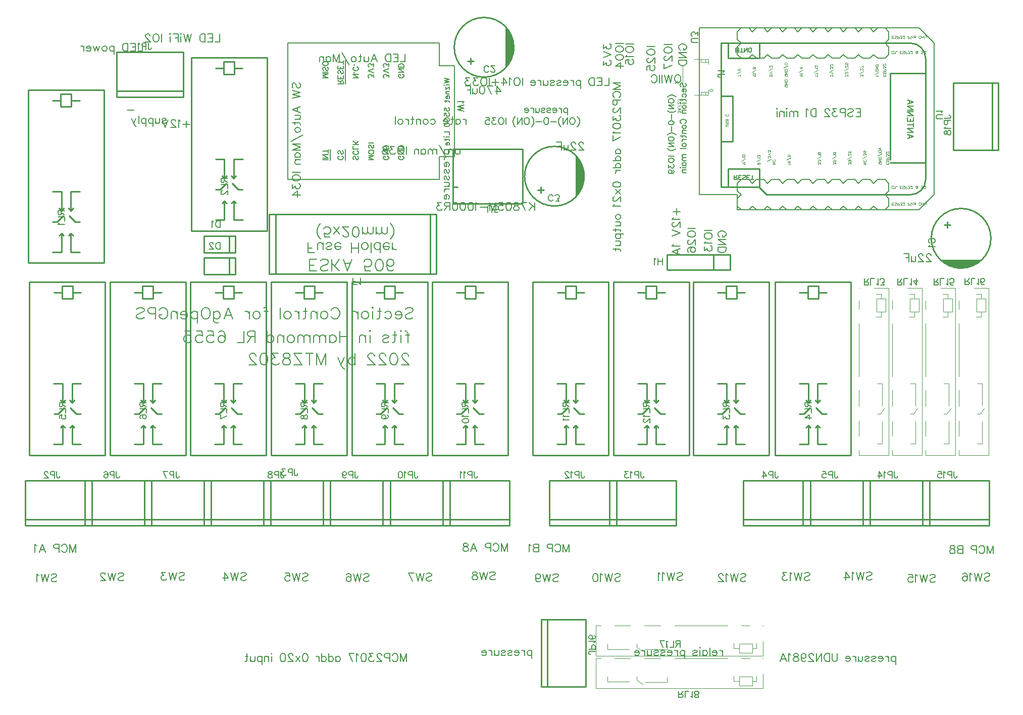
<source format=gbo>
G04 Layer: BottomSilkscreenLayer*
G04 EasyEDA v6.5.9, 2022-07-24 10:15:09*
G04 fe253c73351744798c961b15868a372a,02f1792b0bbe455e88b475f65b551f11,10*
G04 Gerber Generator version 0.2*
G04 Scale: 100 percent, Rotated: No, Reflected: No *
G04 Dimensions in millimeters *
G04 leading zeros omitted , absolute positions ,4 integer and 5 decimal *
%FSLAX45Y45*%
%MOMM*%

%ADD10C,0.2032*%
%ADD11C,0.1524*%
%ADD12C,0.1000*%
%ADD13C,0.2540*%
%ADD14C,0.1270*%
%ADD15C,0.1200*%
%ADD16C,0.0161*%

%LPD*%
D10*
X7030692Y-2112037D02*
G01*
X7164329Y-2112037D01*
X7049785Y-2112037D02*
G01*
X7037057Y-2124765D01*
X7030692Y-2137491D01*
X7030692Y-2156584D01*
X7037057Y-2169309D01*
X7049785Y-2182037D01*
X7068875Y-2188400D01*
X7081601Y-2188400D01*
X7100691Y-2182037D01*
X7113419Y-2169309D01*
X7119785Y-2156584D01*
X7119785Y-2137491D01*
X7113419Y-2124765D01*
X7100691Y-2112037D01*
X7030692Y-2230401D02*
G01*
X7119785Y-2230401D01*
X7068875Y-2230401D02*
G01*
X7049785Y-2236764D01*
X7037057Y-2249492D01*
X7030692Y-2262220D01*
X7030692Y-2281311D01*
X7068875Y-2323310D02*
G01*
X7068875Y-2399675D01*
X7056147Y-2399675D01*
X7043420Y-2393309D01*
X7037057Y-2386947D01*
X7030692Y-2374219D01*
X7030692Y-2355128D01*
X7037057Y-2342400D01*
X7049785Y-2329675D01*
X7068875Y-2323310D01*
X7081601Y-2323310D01*
X7100691Y-2329675D01*
X7113419Y-2342400D01*
X7119785Y-2355128D01*
X7119785Y-2374219D01*
X7113419Y-2386947D01*
X7100691Y-2399675D01*
X7049785Y-2511673D02*
G01*
X7037057Y-2505311D01*
X7030692Y-2486220D01*
X7030692Y-2467129D01*
X7037057Y-2448036D01*
X7049785Y-2441674D01*
X7062510Y-2448036D01*
X7068875Y-2460764D01*
X7075238Y-2492583D01*
X7081601Y-2505311D01*
X7094329Y-2511673D01*
X7100691Y-2511673D01*
X7113419Y-2505311D01*
X7119785Y-2486220D01*
X7119785Y-2467129D01*
X7113419Y-2448036D01*
X7100691Y-2441674D01*
X7049785Y-2623675D02*
G01*
X7037057Y-2617309D01*
X7030692Y-2598219D01*
X7030692Y-2579128D01*
X7037057Y-2560038D01*
X7049785Y-2553675D01*
X7062510Y-2560038D01*
X7068875Y-2572765D01*
X7075238Y-2604584D01*
X7081601Y-2617309D01*
X7094329Y-2623675D01*
X7100691Y-2623675D01*
X7113419Y-2617309D01*
X7119785Y-2598219D01*
X7119785Y-2579128D01*
X7113419Y-2560038D01*
X7100691Y-2553675D01*
X7030692Y-2665674D02*
G01*
X7094329Y-2665674D01*
X7113419Y-2672036D01*
X7119785Y-2684764D01*
X7119785Y-2703855D01*
X7113419Y-2716583D01*
X7094329Y-2735673D01*
X7030692Y-2735673D02*
G01*
X7119785Y-2735673D01*
X7030692Y-2777675D02*
G01*
X7119785Y-2777675D01*
X7068875Y-2777675D02*
G01*
X7049785Y-2784038D01*
X7037057Y-2796766D01*
X7030692Y-2809491D01*
X7030692Y-2828584D01*
X7068875Y-2870583D02*
G01*
X7068875Y-2946946D01*
X7056147Y-2946946D01*
X7043420Y-2940583D01*
X7037057Y-2934220D01*
X7030692Y-2921492D01*
X7030692Y-2902402D01*
X7037057Y-2889674D01*
X7049785Y-2876946D01*
X7068875Y-2870583D01*
X7081601Y-2870583D01*
X7100691Y-2876946D01*
X7113419Y-2889674D01*
X7119785Y-2902402D01*
X7119785Y-2921492D01*
X7113419Y-2934220D01*
X7100691Y-2946946D01*
X11005390Y-1063637D02*
G01*
X10996300Y-1054547D01*
X10991753Y-1040909D01*
X10991753Y-1022728D01*
X10996300Y-1009091D01*
X11005390Y-1000000D01*
X11014481Y-1000000D01*
X11023572Y-1004547D01*
X11028116Y-1009091D01*
X11032662Y-1018181D01*
X11041753Y-1045453D01*
X11046299Y-1054547D01*
X11050844Y-1059091D01*
X11059934Y-1063637D01*
X11073571Y-1063637D01*
X11082662Y-1054547D01*
X11087209Y-1040909D01*
X11087209Y-1022728D01*
X11082662Y-1009091D01*
X11073571Y-1000000D01*
X11050844Y-1093637D02*
G01*
X11050844Y-1148181D01*
X11041753Y-1148181D01*
X11032662Y-1143637D01*
X11028116Y-1139090D01*
X11023572Y-1130000D01*
X11023572Y-1116363D01*
X11028116Y-1107272D01*
X11037209Y-1098181D01*
X11050844Y-1093637D01*
X11059934Y-1093637D01*
X11073571Y-1098181D01*
X11082662Y-1107272D01*
X11087209Y-1116363D01*
X11087209Y-1130000D01*
X11082662Y-1139090D01*
X11073571Y-1148181D01*
X11037209Y-1232728D02*
G01*
X11028116Y-1223637D01*
X11023572Y-1214546D01*
X11023572Y-1200909D01*
X11028116Y-1191818D01*
X11037209Y-1182728D01*
X11050844Y-1178181D01*
X11059934Y-1178181D01*
X11073571Y-1182728D01*
X11082662Y-1191818D01*
X11087209Y-1200909D01*
X11087209Y-1214546D01*
X11082662Y-1223637D01*
X11073571Y-1232728D01*
X10991753Y-1276365D02*
G01*
X11069025Y-1276365D01*
X11082662Y-1280909D01*
X11087209Y-1289999D01*
X11087209Y-1299090D01*
X11023572Y-1262727D02*
G01*
X11023572Y-1294546D01*
X10991753Y-1329090D02*
G01*
X10996300Y-1333637D01*
X10991753Y-1338181D01*
X10987206Y-1333637D01*
X10991753Y-1329090D01*
X11023572Y-1333637D02*
G01*
X11087209Y-1333637D01*
X11023572Y-1390909D02*
G01*
X11028116Y-1381818D01*
X11037209Y-1372727D01*
X11050844Y-1368181D01*
X11059934Y-1368181D01*
X11073571Y-1372727D01*
X11082662Y-1381818D01*
X11087209Y-1390909D01*
X11087209Y-1404546D01*
X11082662Y-1413637D01*
X11073571Y-1422727D01*
X11059934Y-1427274D01*
X11050844Y-1427274D01*
X11037209Y-1422727D01*
X11028116Y-1413637D01*
X11023572Y-1404546D01*
X11023572Y-1390909D01*
X11023572Y-1457274D02*
G01*
X11087209Y-1457274D01*
X11041753Y-1457274D02*
G01*
X11028116Y-1470908D01*
X11023572Y-1479999D01*
X11023572Y-1493636D01*
X11028116Y-1502727D01*
X11041753Y-1507274D01*
X11087209Y-1507274D01*
X11014481Y-1675455D02*
G01*
X11005390Y-1670908D01*
X10996300Y-1661817D01*
X10991753Y-1652727D01*
X10991753Y-1634545D01*
X10996300Y-1625455D01*
X11005390Y-1616364D01*
X11014481Y-1611817D01*
X11028116Y-1607273D01*
X11050844Y-1607273D01*
X11064481Y-1611817D01*
X11073571Y-1616364D01*
X11082662Y-1625455D01*
X11087209Y-1634545D01*
X11087209Y-1652727D01*
X11082662Y-1661817D01*
X11073571Y-1670908D01*
X11064481Y-1675455D01*
X11023572Y-1728182D02*
G01*
X11028116Y-1719092D01*
X11037209Y-1710001D01*
X11050844Y-1705455D01*
X11059934Y-1705455D01*
X11073571Y-1710001D01*
X11082662Y-1719092D01*
X11087209Y-1728182D01*
X11087209Y-1741817D01*
X11082662Y-1750910D01*
X11073571Y-1760001D01*
X11059934Y-1764545D01*
X11050844Y-1764545D01*
X11037209Y-1760001D01*
X11028116Y-1750910D01*
X11023572Y-1741817D01*
X11023572Y-1728182D01*
X11023572Y-1794545D02*
G01*
X11087209Y-1794545D01*
X11041753Y-1794545D02*
G01*
X11028116Y-1808182D01*
X11023572Y-1817273D01*
X11023572Y-1830910D01*
X11028116Y-1840001D01*
X11041753Y-1844545D01*
X11087209Y-1844545D01*
X10991753Y-1888182D02*
G01*
X11069025Y-1888182D01*
X11082662Y-1892726D01*
X11087209Y-1901819D01*
X11087209Y-1910910D01*
X11023572Y-1874545D02*
G01*
X11023572Y-1906363D01*
X11023572Y-1940910D02*
G01*
X11087209Y-1940910D01*
X11050844Y-1940910D02*
G01*
X11037209Y-1945454D01*
X11028116Y-1954545D01*
X11023572Y-1963635D01*
X11023572Y-1977273D01*
X11023572Y-2030001D02*
G01*
X11028116Y-2020910D01*
X11037209Y-2011819D01*
X11050844Y-2007273D01*
X11059934Y-2007273D01*
X11073571Y-2011819D01*
X11082662Y-2020910D01*
X11087209Y-2030001D01*
X11087209Y-2043635D01*
X11082662Y-2052728D01*
X11073571Y-2061819D01*
X11059934Y-2066363D01*
X11050844Y-2066363D01*
X11037209Y-2061819D01*
X11028116Y-2052728D01*
X11023572Y-2043635D01*
X11023572Y-2030001D01*
X10991753Y-2096363D02*
G01*
X11087209Y-2096363D01*
X11023572Y-2196363D02*
G01*
X11087209Y-2196363D01*
X11041753Y-2196363D02*
G01*
X11028116Y-2210000D01*
X11023572Y-2219091D01*
X11023572Y-2232728D01*
X11028116Y-2241819D01*
X11041753Y-2246363D01*
X11087209Y-2246363D01*
X11041753Y-2246363D02*
G01*
X11028116Y-2260000D01*
X11023572Y-2269091D01*
X11023572Y-2282728D01*
X11028116Y-2291819D01*
X11041753Y-2296363D01*
X11087209Y-2296363D01*
X11023572Y-2380909D02*
G01*
X11087209Y-2380909D01*
X11037209Y-2380909D02*
G01*
X11028116Y-2371818D01*
X11023572Y-2362728D01*
X11023572Y-2349091D01*
X11028116Y-2340000D01*
X11037209Y-2330909D01*
X11050844Y-2326363D01*
X11059934Y-2326363D01*
X11073571Y-2330909D01*
X11082662Y-2340000D01*
X11087209Y-2349091D01*
X11087209Y-2362728D01*
X11082662Y-2371818D01*
X11073571Y-2380909D01*
X10991753Y-2410909D02*
G01*
X10996300Y-2415456D01*
X10991753Y-2420000D01*
X10987206Y-2415456D01*
X10991753Y-2410909D01*
X11023572Y-2415456D02*
G01*
X11087209Y-2415456D01*
X11023572Y-2450000D02*
G01*
X11087209Y-2450000D01*
X11041753Y-2450000D02*
G01*
X11028116Y-2463637D01*
X11023572Y-2472728D01*
X11023572Y-2486365D01*
X11028116Y-2495456D01*
X11041753Y-2500000D01*
X11087209Y-2500000D01*
X10961918Y-858840D02*
G01*
X10974618Y-865190D01*
X10987318Y-877890D01*
X10993668Y-890590D01*
X11000018Y-909640D01*
X11000018Y-941390D01*
X10993668Y-960440D01*
X10987318Y-973394D01*
X10974618Y-986094D01*
X10961918Y-992444D01*
X10936264Y-992444D01*
X10923564Y-986094D01*
X10910864Y-973394D01*
X10904514Y-960440D01*
X10898164Y-941390D01*
X10898164Y-909640D01*
X10904514Y-890590D01*
X10910864Y-877890D01*
X10923564Y-865190D01*
X10936264Y-858840D01*
X10961918Y-858840D01*
X10942614Y-966790D02*
G01*
X10904514Y-1005144D01*
X10856254Y-858840D02*
G01*
X10824250Y-992444D01*
X10792500Y-858840D02*
G01*
X10824250Y-992444D01*
X10792500Y-858840D02*
G01*
X10760750Y-992444D01*
X10729000Y-858840D02*
G01*
X10760750Y-992444D01*
X10686836Y-858840D02*
G01*
X10686836Y-992444D01*
X10644926Y-858840D02*
G01*
X10644926Y-992444D01*
X10507512Y-890590D02*
G01*
X10513862Y-877890D01*
X10526562Y-865190D01*
X10539262Y-858840D01*
X10564662Y-858840D01*
X10577362Y-865190D01*
X10590062Y-877890D01*
X10596666Y-890590D01*
X10603016Y-909640D01*
X10603016Y-941390D01*
X10596666Y-960440D01*
X10590062Y-973394D01*
X10577362Y-986094D01*
X10564662Y-992444D01*
X10539262Y-992444D01*
X10526562Y-986094D01*
X10513862Y-973394D01*
X10507512Y-960440D01*
X9858603Y-1000053D02*
G01*
X9992461Y-1000053D01*
X9858603Y-1000053D02*
G01*
X9992461Y-1050853D01*
X9858603Y-1101907D02*
G01*
X9992461Y-1050853D01*
X9858603Y-1101907D02*
G01*
X9992461Y-1101907D01*
X9890607Y-1239321D02*
G01*
X9877907Y-1232971D01*
X9865207Y-1220271D01*
X9858603Y-1207571D01*
X9858603Y-1181917D01*
X9865207Y-1169217D01*
X9877907Y-1156517D01*
X9890607Y-1150167D01*
X9909657Y-1143817D01*
X9941407Y-1143817D01*
X9960457Y-1150167D01*
X9973157Y-1156517D01*
X9986111Y-1169217D01*
X9992461Y-1181917D01*
X9992461Y-1207571D01*
X9986111Y-1220271D01*
X9973157Y-1232971D01*
X9960457Y-1239321D01*
X9858603Y-1281231D02*
G01*
X9992461Y-1281231D01*
X9858603Y-1281231D02*
G01*
X9858603Y-1338635D01*
X9865207Y-1357685D01*
X9871557Y-1364035D01*
X9884257Y-1370385D01*
X9903307Y-1370385D01*
X9916007Y-1364035D01*
X9922357Y-1357685D01*
X9928707Y-1338635D01*
X9928707Y-1281231D01*
X9890607Y-1418645D02*
G01*
X9884257Y-1418645D01*
X9871557Y-1424995D01*
X9865207Y-1431345D01*
X9858603Y-1444299D01*
X9858603Y-1469699D01*
X9865207Y-1482399D01*
X9871557Y-1488749D01*
X9884257Y-1495099D01*
X9896957Y-1495099D01*
X9909657Y-1488749D01*
X9928707Y-1476049D01*
X9992461Y-1412295D01*
X9992461Y-1501449D01*
X9858603Y-1556059D02*
G01*
X9858603Y-1626163D01*
X9909657Y-1588063D01*
X9909657Y-1607113D01*
X9916007Y-1619813D01*
X9922357Y-1626163D01*
X9941407Y-1632513D01*
X9954107Y-1632513D01*
X9973157Y-1626163D01*
X9986111Y-1613463D01*
X9992461Y-1594413D01*
X9992461Y-1575363D01*
X9986111Y-1556059D01*
X9979761Y-1549709D01*
X9966807Y-1543359D01*
X9858603Y-1712777D02*
G01*
X9865207Y-1693727D01*
X9884257Y-1681027D01*
X9916007Y-1674423D01*
X9935057Y-1674423D01*
X9966807Y-1681027D01*
X9986111Y-1693727D01*
X9992461Y-1712777D01*
X9992461Y-1725477D01*
X9986111Y-1744527D01*
X9966807Y-1757227D01*
X9935057Y-1763577D01*
X9916007Y-1763577D01*
X9884257Y-1757227D01*
X9865207Y-1744527D01*
X9858603Y-1725477D01*
X9858603Y-1712777D01*
X9884257Y-1805741D02*
G01*
X9877907Y-1818441D01*
X9858603Y-1837491D01*
X9992461Y-1837491D01*
X9858603Y-1968555D02*
G01*
X9992461Y-1904801D01*
X9858603Y-1879401D02*
G01*
X9858603Y-1968555D01*
X9903307Y-2184963D02*
G01*
X9992461Y-2184963D01*
X9922357Y-2184963D02*
G01*
X9909657Y-2172263D01*
X9903307Y-2159563D01*
X9903307Y-2140259D01*
X9909657Y-2127559D01*
X9922357Y-2114859D01*
X9941407Y-2108509D01*
X9954107Y-2108509D01*
X9973157Y-2114859D01*
X9986111Y-2127559D01*
X9992461Y-2140259D01*
X9992461Y-2159563D01*
X9986111Y-2172263D01*
X9973157Y-2184963D01*
X9858603Y-2303327D02*
G01*
X9992461Y-2303327D01*
X9922357Y-2303327D02*
G01*
X9909657Y-2290627D01*
X9903307Y-2277927D01*
X9903307Y-2258623D01*
X9909657Y-2245923D01*
X9922357Y-2233223D01*
X9941407Y-2226873D01*
X9954107Y-2226873D01*
X9973157Y-2233223D01*
X9986111Y-2245923D01*
X9992461Y-2258623D01*
X9992461Y-2277927D01*
X9986111Y-2290627D01*
X9973157Y-2303327D01*
X9858603Y-2421691D02*
G01*
X9992461Y-2421691D01*
X9922357Y-2421691D02*
G01*
X9909657Y-2408991D01*
X9903307Y-2396291D01*
X9903307Y-2376987D01*
X9909657Y-2364287D01*
X9922357Y-2351587D01*
X9941407Y-2345237D01*
X9954107Y-2345237D01*
X9973157Y-2351587D01*
X9986111Y-2364287D01*
X9992461Y-2376987D01*
X9992461Y-2396291D01*
X9986111Y-2408991D01*
X9973157Y-2421691D01*
X9903307Y-2463601D02*
G01*
X9992461Y-2463601D01*
X9941407Y-2463601D02*
G01*
X9922357Y-2469951D01*
X9909657Y-2482651D01*
X9903307Y-2495351D01*
X9903307Y-2514655D01*
X9858603Y-2692709D02*
G01*
X9865207Y-2673659D01*
X9884257Y-2660959D01*
X9916007Y-2654609D01*
X9935057Y-2654609D01*
X9966807Y-2660959D01*
X9986111Y-2673659D01*
X9992461Y-2692709D01*
X9992461Y-2705409D01*
X9986111Y-2724459D01*
X9966807Y-2737159D01*
X9935057Y-2743763D01*
X9916007Y-2743763D01*
X9884257Y-2737159D01*
X9865207Y-2724459D01*
X9858603Y-2705409D01*
X9858603Y-2692709D01*
X9903307Y-2785673D02*
G01*
X9992461Y-2855523D01*
X9903307Y-2855523D02*
G01*
X9992461Y-2785673D01*
X9890607Y-2904037D02*
G01*
X9884257Y-2904037D01*
X9871557Y-2910387D01*
X9865207Y-2916737D01*
X9858603Y-2929437D01*
X9858603Y-2954837D01*
X9865207Y-2967537D01*
X9871557Y-2973887D01*
X9884257Y-2980237D01*
X9896957Y-2980237D01*
X9909657Y-2973887D01*
X9928707Y-2961187D01*
X9992461Y-2897687D01*
X9992461Y-2986841D01*
X9884257Y-3028751D02*
G01*
X9877907Y-3041451D01*
X9858603Y-3060501D01*
X9992461Y-3060501D01*
X9903307Y-3232459D02*
G01*
X9909657Y-3219759D01*
X9922357Y-3206805D01*
X9941407Y-3200455D01*
X9954107Y-3200455D01*
X9973157Y-3206805D01*
X9986111Y-3219759D01*
X9992461Y-3232459D01*
X9992461Y-3251509D01*
X9986111Y-3264209D01*
X9973157Y-3276909D01*
X9954107Y-3283259D01*
X9941407Y-3283259D01*
X9922357Y-3276909D01*
X9909657Y-3264209D01*
X9903307Y-3251509D01*
X9903307Y-3232459D01*
X9903307Y-3325169D02*
G01*
X9966807Y-3325169D01*
X9986111Y-3331519D01*
X9992461Y-3344473D01*
X9992461Y-3363523D01*
X9986111Y-3376223D01*
X9966807Y-3395273D01*
X9903307Y-3395273D02*
G01*
X9992461Y-3395273D01*
X9858603Y-3456487D02*
G01*
X9966807Y-3456487D01*
X9986111Y-3462837D01*
X9992461Y-3475537D01*
X9992461Y-3488237D01*
X9903307Y-3437183D02*
G01*
X9903307Y-3481887D01*
X9903307Y-3530147D02*
G01*
X10036911Y-3530147D01*
X9922357Y-3530147D02*
G01*
X9909657Y-3542847D01*
X9903307Y-3555547D01*
X9903307Y-3574851D01*
X9909657Y-3587551D01*
X9922357Y-3600251D01*
X9941407Y-3606601D01*
X9954107Y-3606601D01*
X9973157Y-3600251D01*
X9986111Y-3587551D01*
X9992461Y-3574851D01*
X9992461Y-3555547D01*
X9986111Y-3542847D01*
X9973157Y-3530147D01*
X9903307Y-3648511D02*
G01*
X9966807Y-3648511D01*
X9986111Y-3654861D01*
X9992461Y-3667561D01*
X9992461Y-3686611D01*
X9986111Y-3699565D01*
X9966807Y-3718615D01*
X9903307Y-3718615D02*
G01*
X9992461Y-3718615D01*
X9858603Y-3779575D02*
G01*
X9966807Y-3779575D01*
X9986111Y-3785925D01*
X9992461Y-3798625D01*
X9992461Y-3811579D01*
X9903307Y-3760525D02*
G01*
X9903307Y-3804975D01*
X6399944Y-10558609D02*
G01*
X6399944Y-10692467D01*
X6399944Y-10558609D02*
G01*
X6349144Y-10692467D01*
X6298090Y-10558609D02*
G01*
X6349144Y-10692467D01*
X6298090Y-10558609D02*
G01*
X6298090Y-10692467D01*
X6160676Y-10590613D02*
G01*
X6167026Y-10577913D01*
X6179726Y-10565213D01*
X6192426Y-10558609D01*
X6218080Y-10558609D01*
X6230780Y-10565213D01*
X6243480Y-10577913D01*
X6249830Y-10590613D01*
X6256180Y-10609663D01*
X6256180Y-10641413D01*
X6249830Y-10660463D01*
X6243480Y-10673163D01*
X6230780Y-10686117D01*
X6218080Y-10692467D01*
X6192426Y-10692467D01*
X6179726Y-10686117D01*
X6167026Y-10673163D01*
X6160676Y-10660463D01*
X6118766Y-10558609D02*
G01*
X6118766Y-10692467D01*
X6118766Y-10558609D02*
G01*
X6061362Y-10558609D01*
X6042312Y-10565213D01*
X6035962Y-10571563D01*
X6029612Y-10584263D01*
X6029612Y-10603313D01*
X6035962Y-10616013D01*
X6042312Y-10622363D01*
X6061362Y-10628713D01*
X6118766Y-10628713D01*
X5981352Y-10590613D02*
G01*
X5981352Y-10584263D01*
X5975002Y-10571563D01*
X5968652Y-10565213D01*
X5955698Y-10558609D01*
X5930298Y-10558609D01*
X5917598Y-10565213D01*
X5911248Y-10571563D01*
X5904898Y-10584263D01*
X5904898Y-10596963D01*
X5911248Y-10609663D01*
X5923948Y-10628713D01*
X5987702Y-10692467D01*
X5898548Y-10692467D01*
X5843938Y-10558609D02*
G01*
X5773834Y-10558609D01*
X5811934Y-10609663D01*
X5792884Y-10609663D01*
X5780184Y-10616013D01*
X5773834Y-10622363D01*
X5767484Y-10641413D01*
X5767484Y-10654113D01*
X5773834Y-10673163D01*
X5786534Y-10686117D01*
X5805584Y-10692467D01*
X5824634Y-10692467D01*
X5843938Y-10686117D01*
X5850288Y-10679767D01*
X5856638Y-10666813D01*
X5687220Y-10558609D02*
G01*
X5706270Y-10565213D01*
X5718970Y-10584263D01*
X5725574Y-10616013D01*
X5725574Y-10635063D01*
X5718970Y-10666813D01*
X5706270Y-10686117D01*
X5687220Y-10692467D01*
X5674520Y-10692467D01*
X5655470Y-10686117D01*
X5642770Y-10666813D01*
X5636420Y-10635063D01*
X5636420Y-10616013D01*
X5642770Y-10584263D01*
X5655470Y-10565213D01*
X5674520Y-10558609D01*
X5687220Y-10558609D01*
X5594256Y-10584263D02*
G01*
X5581556Y-10577913D01*
X5562506Y-10558609D01*
X5562506Y-10692467D01*
X5431442Y-10558609D02*
G01*
X5495196Y-10692467D01*
X5520596Y-10558609D02*
G01*
X5431442Y-10558609D01*
X5215034Y-10603313D02*
G01*
X5215034Y-10692467D01*
X5215034Y-10622363D02*
G01*
X5227734Y-10609663D01*
X5240434Y-10603313D01*
X5259738Y-10603313D01*
X5272438Y-10609663D01*
X5285138Y-10622363D01*
X5291488Y-10641413D01*
X5291488Y-10654113D01*
X5285138Y-10673163D01*
X5272438Y-10686117D01*
X5259738Y-10692467D01*
X5240434Y-10692467D01*
X5227734Y-10686117D01*
X5215034Y-10673163D01*
X5096670Y-10558609D02*
G01*
X5096670Y-10692467D01*
X5096670Y-10622363D02*
G01*
X5109370Y-10609663D01*
X5122070Y-10603313D01*
X5141374Y-10603313D01*
X5154074Y-10609663D01*
X5166774Y-10622363D01*
X5173124Y-10641413D01*
X5173124Y-10654113D01*
X5166774Y-10673163D01*
X5154074Y-10686117D01*
X5141374Y-10692467D01*
X5122070Y-10692467D01*
X5109370Y-10686117D01*
X5096670Y-10673163D01*
X4978306Y-10558609D02*
G01*
X4978306Y-10692467D01*
X4978306Y-10622363D02*
G01*
X4991006Y-10609663D01*
X5003706Y-10603313D01*
X5023010Y-10603313D01*
X5035710Y-10609663D01*
X5048410Y-10622363D01*
X5054760Y-10641413D01*
X5054760Y-10654113D01*
X5048410Y-10673163D01*
X5035710Y-10686117D01*
X5023010Y-10692467D01*
X5003706Y-10692467D01*
X4991006Y-10686117D01*
X4978306Y-10673163D01*
X4936396Y-10603313D02*
G01*
X4936396Y-10692467D01*
X4936396Y-10641413D02*
G01*
X4930046Y-10622363D01*
X4917346Y-10609663D01*
X4904646Y-10603313D01*
X4885342Y-10603313D01*
X4707288Y-10558609D02*
G01*
X4726338Y-10565213D01*
X4739038Y-10584263D01*
X4745388Y-10616013D01*
X4745388Y-10635063D01*
X4739038Y-10666813D01*
X4726338Y-10686117D01*
X4707288Y-10692467D01*
X4694588Y-10692467D01*
X4675538Y-10686117D01*
X4662838Y-10666813D01*
X4656234Y-10635063D01*
X4656234Y-10616013D01*
X4662838Y-10584263D01*
X4675538Y-10565213D01*
X4694588Y-10558609D01*
X4707288Y-10558609D01*
X4614324Y-10603313D02*
G01*
X4544474Y-10692467D01*
X4544474Y-10603313D02*
G01*
X4614324Y-10692467D01*
X4495960Y-10590613D02*
G01*
X4495960Y-10584263D01*
X4489610Y-10571563D01*
X4483260Y-10565213D01*
X4470560Y-10558609D01*
X4445160Y-10558609D01*
X4432460Y-10565213D01*
X4426110Y-10571563D01*
X4419760Y-10584263D01*
X4419760Y-10596963D01*
X4426110Y-10609663D01*
X4438810Y-10628713D01*
X4502310Y-10692467D01*
X4413156Y-10692467D01*
X4333146Y-10558609D02*
G01*
X4352196Y-10565213D01*
X4364896Y-10584263D01*
X4371246Y-10616013D01*
X4371246Y-10635063D01*
X4364896Y-10666813D01*
X4352196Y-10686117D01*
X4333146Y-10692467D01*
X4320446Y-10692467D01*
X4301396Y-10686117D01*
X4288442Y-10666813D01*
X4282092Y-10635063D01*
X4282092Y-10616013D01*
X4288442Y-10584263D01*
X4301396Y-10565213D01*
X4320446Y-10558609D01*
X4333146Y-10558609D01*
X4142138Y-10558609D02*
G01*
X4135788Y-10565213D01*
X4129438Y-10558609D01*
X4135788Y-10552259D01*
X4142138Y-10558609D01*
X4135788Y-10603313D02*
G01*
X4135788Y-10692467D01*
X4087528Y-10603313D02*
G01*
X4087528Y-10692467D01*
X4087528Y-10628713D02*
G01*
X4068478Y-10609663D01*
X4055524Y-10603313D01*
X4036474Y-10603313D01*
X4023774Y-10609663D01*
X4017424Y-10628713D01*
X4017424Y-10692467D01*
X3975514Y-10603313D02*
G01*
X3975514Y-10736917D01*
X3975514Y-10622363D02*
G01*
X3962814Y-10609663D01*
X3950114Y-10603313D01*
X3930810Y-10603313D01*
X3918110Y-10609663D01*
X3905410Y-10622363D01*
X3899060Y-10641413D01*
X3899060Y-10654113D01*
X3905410Y-10673163D01*
X3918110Y-10686117D01*
X3930810Y-10692467D01*
X3950114Y-10692467D01*
X3962814Y-10686117D01*
X3975514Y-10673163D01*
X3857150Y-10603313D02*
G01*
X3857150Y-10666813D01*
X3850800Y-10686117D01*
X3838100Y-10692467D01*
X3818796Y-10692467D01*
X3806096Y-10686117D01*
X3787046Y-10666813D01*
X3787046Y-10603313D02*
G01*
X3787046Y-10692467D01*
X3726086Y-10558609D02*
G01*
X3726086Y-10666813D01*
X3719736Y-10686117D01*
X3706782Y-10692467D01*
X3694082Y-10692467D01*
X3745136Y-10603313D02*
G01*
X3700432Y-10603313D01*
X16240010Y-8748730D02*
G01*
X16240010Y-8882367D01*
X16240010Y-8748730D02*
G01*
X16189101Y-8882367D01*
X16138192Y-8748730D02*
G01*
X16189101Y-8882367D01*
X16138192Y-8748730D02*
G01*
X16138192Y-8882367D01*
X16000737Y-8780548D02*
G01*
X16007102Y-8767820D01*
X16019828Y-8755092D01*
X16032556Y-8748730D01*
X16058009Y-8748730D01*
X16070737Y-8755092D01*
X16083465Y-8767820D01*
X16089828Y-8780548D01*
X16096193Y-8799639D01*
X16096193Y-8831458D01*
X16089828Y-8850548D01*
X16083465Y-8863274D01*
X16070737Y-8876002D01*
X16058009Y-8882367D01*
X16032556Y-8882367D01*
X16019828Y-8876002D01*
X16007102Y-8863274D01*
X16000737Y-8850548D01*
X15958738Y-8748730D02*
G01*
X15958738Y-8882367D01*
X15958738Y-8748730D02*
G01*
X15901464Y-8748730D01*
X15882373Y-8755092D01*
X15876010Y-8761458D01*
X15869648Y-8774183D01*
X15869648Y-8793274D01*
X15876010Y-8806002D01*
X15882373Y-8812367D01*
X15901464Y-8818730D01*
X15958738Y-8818730D01*
X15729645Y-8748730D02*
G01*
X15729645Y-8882367D01*
X15729645Y-8748730D02*
G01*
X15672374Y-8748730D01*
X15653283Y-8755092D01*
X15646920Y-8761458D01*
X15640555Y-8774183D01*
X15640555Y-8786911D01*
X15646920Y-8799639D01*
X15653283Y-8806002D01*
X15672374Y-8812367D01*
X15729645Y-8812367D02*
G01*
X15672374Y-8812367D01*
X15653283Y-8818730D01*
X15646920Y-8825092D01*
X15640555Y-8837820D01*
X15640555Y-8856911D01*
X15646920Y-8869639D01*
X15653283Y-8876002D01*
X15672374Y-8882367D01*
X15729645Y-8882367D01*
X15566737Y-8748730D02*
G01*
X15585828Y-8755092D01*
X15592191Y-8767820D01*
X15592191Y-8780548D01*
X15585828Y-8793274D01*
X15573100Y-8799639D01*
X15547647Y-8806002D01*
X15528556Y-8812367D01*
X15515828Y-8825092D01*
X15509466Y-8837820D01*
X15509466Y-8856911D01*
X15515828Y-8869639D01*
X15522191Y-8876002D01*
X15541284Y-8882367D01*
X15566737Y-8882367D01*
X15585828Y-8876002D01*
X15592191Y-8869639D01*
X15598556Y-8856911D01*
X15598556Y-8837820D01*
X15592191Y-8825092D01*
X15579465Y-8812367D01*
X15560375Y-8806002D01*
X15534919Y-8799639D01*
X15522191Y-8793274D01*
X15515828Y-8780548D01*
X15515828Y-8767820D01*
X15522191Y-8755092D01*
X15541284Y-8748730D01*
X15566737Y-8748730D01*
X9128627Y-8722768D02*
G01*
X9128627Y-8856405D01*
X9128627Y-8722768D02*
G01*
X9077718Y-8856405D01*
X9026809Y-8722768D02*
G01*
X9077718Y-8856405D01*
X9026809Y-8722768D02*
G01*
X9026809Y-8856405D01*
X8889354Y-8754587D02*
G01*
X8895720Y-8741859D01*
X8908445Y-8729131D01*
X8921173Y-8722768D01*
X8946626Y-8722768D01*
X8959354Y-8729131D01*
X8972082Y-8741859D01*
X8978445Y-8754587D01*
X8984810Y-8773678D01*
X8984810Y-8805496D01*
X8978445Y-8824587D01*
X8972082Y-8837312D01*
X8959354Y-8850040D01*
X8946626Y-8856405D01*
X8921173Y-8856405D01*
X8908445Y-8850040D01*
X8895720Y-8837312D01*
X8889354Y-8824587D01*
X8847355Y-8722768D02*
G01*
X8847355Y-8856405D01*
X8847355Y-8722768D02*
G01*
X8790081Y-8722768D01*
X8770990Y-8729131D01*
X8764628Y-8735496D01*
X8758265Y-8748222D01*
X8758265Y-8767312D01*
X8764628Y-8780040D01*
X8770990Y-8786406D01*
X8790081Y-8792768D01*
X8847355Y-8792768D01*
X8618263Y-8722768D02*
G01*
X8618263Y-8856405D01*
X8618263Y-8722768D02*
G01*
X8560991Y-8722768D01*
X8541900Y-8729131D01*
X8535537Y-8735496D01*
X8529172Y-8748222D01*
X8529172Y-8760950D01*
X8535537Y-8773678D01*
X8541900Y-8780040D01*
X8560991Y-8786406D01*
X8618263Y-8786406D02*
G01*
X8560991Y-8786406D01*
X8541900Y-8792768D01*
X8535537Y-8799131D01*
X8529172Y-8811859D01*
X8529172Y-8830950D01*
X8535537Y-8843678D01*
X8541900Y-8850040D01*
X8560991Y-8856405D01*
X8618263Y-8856405D01*
X8487173Y-8748222D02*
G01*
X8474445Y-8741859D01*
X8455355Y-8722768D01*
X8455355Y-8856405D01*
X8091225Y-8711267D02*
G01*
X8091225Y-8844904D01*
X8091225Y-8711267D02*
G01*
X8040316Y-8844904D01*
X7989407Y-8711267D02*
G01*
X8040316Y-8844904D01*
X7989407Y-8711267D02*
G01*
X7989407Y-8844904D01*
X7851952Y-8743086D02*
G01*
X7858318Y-8730358D01*
X7871043Y-8717630D01*
X7883771Y-8711267D01*
X7909224Y-8711267D01*
X7921952Y-8717630D01*
X7934680Y-8730358D01*
X7941043Y-8743086D01*
X7947408Y-8762177D01*
X7947408Y-8793995D01*
X7941043Y-8813086D01*
X7934680Y-8825811D01*
X7921952Y-8838539D01*
X7909224Y-8844904D01*
X7883771Y-8844904D01*
X7871043Y-8838539D01*
X7858318Y-8825811D01*
X7851952Y-8813086D01*
X7809953Y-8711267D02*
G01*
X7809953Y-8844904D01*
X7809953Y-8711267D02*
G01*
X7752679Y-8711267D01*
X7733588Y-8717630D01*
X7727226Y-8723995D01*
X7720863Y-8736721D01*
X7720863Y-8755811D01*
X7727226Y-8768539D01*
X7733588Y-8774904D01*
X7752679Y-8781267D01*
X7809953Y-8781267D01*
X7529951Y-8711267D02*
G01*
X7580861Y-8844904D01*
X7529951Y-8711267D02*
G01*
X7479045Y-8844904D01*
X7561770Y-8800358D02*
G01*
X7498135Y-8800358D01*
X7405225Y-8711267D02*
G01*
X7424315Y-8717630D01*
X7430681Y-8730358D01*
X7430681Y-8743086D01*
X7424315Y-8755811D01*
X7411590Y-8762177D01*
X7386134Y-8768539D01*
X7367043Y-8774904D01*
X7354315Y-8787630D01*
X7347953Y-8800358D01*
X7347953Y-8819448D01*
X7354315Y-8832176D01*
X7360681Y-8838539D01*
X7379771Y-8844904D01*
X7405225Y-8844904D01*
X7424315Y-8838539D01*
X7430681Y-8832176D01*
X7437043Y-8819448D01*
X7437043Y-8800358D01*
X7430681Y-8787630D01*
X7417953Y-8774904D01*
X7398862Y-8768539D01*
X7373406Y-8762177D01*
X7360681Y-8755811D01*
X7354315Y-8743086D01*
X7354315Y-8730358D01*
X7360681Y-8717630D01*
X7379771Y-8711267D01*
X7405225Y-8711267D01*
X854925Y-8725867D02*
G01*
X854925Y-8859504D01*
X854925Y-8725867D02*
G01*
X804016Y-8859504D01*
X753107Y-8725867D02*
G01*
X804016Y-8859504D01*
X753107Y-8725867D02*
G01*
X753107Y-8859504D01*
X615652Y-8757686D02*
G01*
X622018Y-8744958D01*
X634743Y-8732230D01*
X647471Y-8725867D01*
X672924Y-8725867D01*
X685652Y-8732230D01*
X698380Y-8744958D01*
X704743Y-8757686D01*
X711108Y-8776776D01*
X711108Y-8808595D01*
X704743Y-8827686D01*
X698380Y-8840411D01*
X685652Y-8853139D01*
X672924Y-8859504D01*
X647471Y-8859504D01*
X634743Y-8853139D01*
X622018Y-8840411D01*
X615652Y-8827686D01*
X573653Y-8725867D02*
G01*
X573653Y-8859504D01*
X573653Y-8725867D02*
G01*
X516379Y-8725867D01*
X497288Y-8732230D01*
X490926Y-8738595D01*
X484563Y-8751321D01*
X484563Y-8770411D01*
X490926Y-8783139D01*
X497288Y-8789504D01*
X516379Y-8795867D01*
X573653Y-8795867D01*
X293651Y-8725867D02*
G01*
X344561Y-8859504D01*
X293651Y-8725867D02*
G01*
X242745Y-8859504D01*
X325470Y-8814958D02*
G01*
X261835Y-8814958D01*
X200743Y-8751321D02*
G01*
X188015Y-8744958D01*
X168925Y-8725867D01*
X168925Y-8859504D01*
X16090917Y-9227822D02*
G01*
X16103645Y-9215094D01*
X16122736Y-9208731D01*
X16148189Y-9208731D01*
X16167280Y-9215094D01*
X16180008Y-9227822D01*
X16180008Y-9240550D01*
X16173645Y-9253275D01*
X16167280Y-9259641D01*
X16154554Y-9266003D01*
X16116371Y-9278731D01*
X16103645Y-9285094D01*
X16097280Y-9291459D01*
X16090917Y-9304185D01*
X16090917Y-9323275D01*
X16103645Y-9336003D01*
X16122736Y-9342368D01*
X16148189Y-9342368D01*
X16167280Y-9336003D01*
X16180008Y-9323275D01*
X16048916Y-9208731D02*
G01*
X16017100Y-9342368D01*
X15985281Y-9208731D02*
G01*
X16017100Y-9342368D01*
X15985281Y-9208731D02*
G01*
X15953463Y-9342368D01*
X15921644Y-9208731D02*
G01*
X15953463Y-9342368D01*
X15879645Y-9234185D02*
G01*
X15866917Y-9227822D01*
X15847827Y-9208731D01*
X15847827Y-9342368D01*
X15729463Y-9227822D02*
G01*
X15735825Y-9215094D01*
X15754916Y-9208731D01*
X15767644Y-9208731D01*
X15786734Y-9215094D01*
X15799462Y-9234185D01*
X15805825Y-9266003D01*
X15805825Y-9297822D01*
X15799462Y-9323275D01*
X15786734Y-9336003D01*
X15767644Y-9342368D01*
X15761281Y-9342368D01*
X15742191Y-9336003D01*
X15729463Y-9323275D01*
X15723100Y-9304185D01*
X15723100Y-9297822D01*
X15729463Y-9278731D01*
X15742191Y-9266003D01*
X15761281Y-9259641D01*
X15767644Y-9259641D01*
X15786734Y-9266003D01*
X15799462Y-9278731D01*
X15805825Y-9297822D01*
X15179535Y-9249458D02*
G01*
X15192263Y-9236730D01*
X15211353Y-9230367D01*
X15236807Y-9230367D01*
X15255897Y-9236730D01*
X15268625Y-9249458D01*
X15268625Y-9262186D01*
X15262263Y-9274911D01*
X15255897Y-9281276D01*
X15243172Y-9287639D01*
X15204988Y-9300367D01*
X15192263Y-9306730D01*
X15185897Y-9313095D01*
X15179535Y-9325820D01*
X15179535Y-9344911D01*
X15192263Y-9357639D01*
X15211353Y-9364004D01*
X15236807Y-9364004D01*
X15255897Y-9357639D01*
X15268625Y-9344911D01*
X15137533Y-9230367D02*
G01*
X15105717Y-9364004D01*
X15073899Y-9230367D02*
G01*
X15105717Y-9364004D01*
X15073899Y-9230367D02*
G01*
X15042080Y-9364004D01*
X15010262Y-9230367D02*
G01*
X15042080Y-9364004D01*
X14968263Y-9255820D02*
G01*
X14955535Y-9249458D01*
X14936444Y-9230367D01*
X14936444Y-9364004D01*
X14818080Y-9230367D02*
G01*
X14881717Y-9230367D01*
X14888080Y-9287639D01*
X14881717Y-9281276D01*
X14862624Y-9274911D01*
X14843533Y-9274911D01*
X14824443Y-9281276D01*
X14811717Y-9294004D01*
X14805352Y-9313095D01*
X14805352Y-9325820D01*
X14811717Y-9344911D01*
X14824443Y-9357639D01*
X14843533Y-9364004D01*
X14862624Y-9364004D01*
X14881717Y-9357639D01*
X14888080Y-9351276D01*
X14894443Y-9338548D01*
X14115435Y-9212158D02*
G01*
X14128163Y-9199430D01*
X14147253Y-9193067D01*
X14172707Y-9193067D01*
X14191797Y-9199430D01*
X14204525Y-9212158D01*
X14204525Y-9224886D01*
X14198163Y-9237611D01*
X14191797Y-9243976D01*
X14179072Y-9250339D01*
X14140888Y-9263067D01*
X14128163Y-9269430D01*
X14121798Y-9275795D01*
X14115435Y-9288520D01*
X14115435Y-9307611D01*
X14128163Y-9320339D01*
X14147253Y-9326704D01*
X14172707Y-9326704D01*
X14191797Y-9320339D01*
X14204525Y-9307611D01*
X14073433Y-9193067D02*
G01*
X14041617Y-9326704D01*
X14009799Y-9193067D02*
G01*
X14041617Y-9326704D01*
X14009799Y-9193067D02*
G01*
X13977980Y-9326704D01*
X13946162Y-9193067D02*
G01*
X13977980Y-9326704D01*
X13904163Y-9218521D02*
G01*
X13891435Y-9212158D01*
X13872344Y-9193067D01*
X13872344Y-9326704D01*
X13766708Y-9193067D02*
G01*
X13830343Y-9282158D01*
X13734889Y-9282158D01*
X13766708Y-9193067D02*
G01*
X13766708Y-9326704D01*
X13074835Y-9219458D02*
G01*
X13087563Y-9206730D01*
X13106654Y-9200367D01*
X13132107Y-9200367D01*
X13151197Y-9206730D01*
X13163925Y-9219458D01*
X13163925Y-9232186D01*
X13157563Y-9244911D01*
X13151197Y-9251276D01*
X13138472Y-9257639D01*
X13100288Y-9270367D01*
X13087563Y-9276730D01*
X13081198Y-9283095D01*
X13074835Y-9295820D01*
X13074835Y-9314911D01*
X13087563Y-9327639D01*
X13106654Y-9334004D01*
X13132107Y-9334004D01*
X13151197Y-9327639D01*
X13163925Y-9314911D01*
X13032833Y-9200367D02*
G01*
X13001017Y-9334004D01*
X12969199Y-9200367D02*
G01*
X13001017Y-9334004D01*
X12969199Y-9200367D02*
G01*
X12937380Y-9334004D01*
X12905562Y-9200367D02*
G01*
X12937380Y-9334004D01*
X12863563Y-9225821D02*
G01*
X12850835Y-9219458D01*
X12831744Y-9200367D01*
X12831744Y-9334004D01*
X12777017Y-9200367D02*
G01*
X12707018Y-9200367D01*
X12745199Y-9251276D01*
X12726108Y-9251276D01*
X12713380Y-9257639D01*
X12707018Y-9264004D01*
X12700652Y-9283095D01*
X12700652Y-9295820D01*
X12707018Y-9314911D01*
X12719743Y-9327639D01*
X12738834Y-9334004D01*
X12757924Y-9334004D01*
X12777017Y-9327639D01*
X12783380Y-9321276D01*
X12789743Y-9308548D01*
X12000915Y-9237822D02*
G01*
X12013643Y-9225094D01*
X12032734Y-9218731D01*
X12058187Y-9218731D01*
X12077278Y-9225094D01*
X12090006Y-9237822D01*
X12090006Y-9250550D01*
X12083643Y-9263275D01*
X12077278Y-9269641D01*
X12064552Y-9276003D01*
X12026369Y-9288731D01*
X12013643Y-9295094D01*
X12007278Y-9301459D01*
X12000915Y-9314185D01*
X12000915Y-9333275D01*
X12013643Y-9346003D01*
X12032734Y-9352368D01*
X12058187Y-9352368D01*
X12077278Y-9346003D01*
X12090006Y-9333275D01*
X11958914Y-9218731D02*
G01*
X11927098Y-9352368D01*
X11895279Y-9218731D02*
G01*
X11927098Y-9352368D01*
X11895279Y-9218731D02*
G01*
X11863461Y-9352368D01*
X11831642Y-9218731D02*
G01*
X11863461Y-9352368D01*
X11789643Y-9244185D02*
G01*
X11776915Y-9237822D01*
X11757825Y-9218731D01*
X11757825Y-9352368D01*
X11709460Y-9250550D02*
G01*
X11709460Y-9244185D01*
X11703098Y-9231459D01*
X11696733Y-9225094D01*
X11684005Y-9218731D01*
X11658551Y-9218731D01*
X11645823Y-9225094D01*
X11639461Y-9231459D01*
X11633098Y-9244185D01*
X11633098Y-9256913D01*
X11639461Y-9269641D01*
X11652189Y-9288731D01*
X11715823Y-9352368D01*
X11626733Y-9352368D01*
X10938535Y-9219458D02*
G01*
X10951263Y-9206730D01*
X10970353Y-9200367D01*
X10995807Y-9200367D01*
X11014897Y-9206730D01*
X11027625Y-9219458D01*
X11027625Y-9232186D01*
X11021263Y-9244911D01*
X11014897Y-9251276D01*
X11002172Y-9257639D01*
X10963988Y-9270367D01*
X10951263Y-9276730D01*
X10944898Y-9283095D01*
X10938535Y-9295820D01*
X10938535Y-9314911D01*
X10951263Y-9327639D01*
X10970353Y-9334004D01*
X10995807Y-9334004D01*
X11014897Y-9327639D01*
X11027625Y-9314911D01*
X10896533Y-9200367D02*
G01*
X10864717Y-9334004D01*
X10832899Y-9200367D02*
G01*
X10864717Y-9334004D01*
X10832899Y-9200367D02*
G01*
X10801080Y-9334004D01*
X10769262Y-9200367D02*
G01*
X10801080Y-9334004D01*
X10727263Y-9225821D02*
G01*
X10714535Y-9219458D01*
X10695444Y-9200367D01*
X10695444Y-9334004D01*
X10653443Y-9225821D02*
G01*
X10640717Y-9219458D01*
X10621624Y-9200367D01*
X10621624Y-9334004D01*
X9896335Y-9235158D02*
G01*
X9909063Y-9222430D01*
X9928153Y-9216067D01*
X9953607Y-9216067D01*
X9972697Y-9222430D01*
X9985425Y-9235158D01*
X9985425Y-9247886D01*
X9979063Y-9260611D01*
X9972697Y-9266976D01*
X9959972Y-9273339D01*
X9921788Y-9286067D01*
X9909063Y-9292429D01*
X9902697Y-9298795D01*
X9896335Y-9311520D01*
X9896335Y-9330611D01*
X9909063Y-9343339D01*
X9928153Y-9349704D01*
X9953607Y-9349704D01*
X9972697Y-9343339D01*
X9985425Y-9330611D01*
X9854333Y-9216067D02*
G01*
X9822517Y-9349704D01*
X9790699Y-9216067D02*
G01*
X9822517Y-9349704D01*
X9790699Y-9216067D02*
G01*
X9758880Y-9349704D01*
X9727062Y-9216067D02*
G01*
X9758880Y-9349704D01*
X9685063Y-9241520D02*
G01*
X9672335Y-9235158D01*
X9653244Y-9216067D01*
X9653244Y-9349704D01*
X9573061Y-9216067D02*
G01*
X9592152Y-9222430D01*
X9604880Y-9241520D01*
X9611243Y-9273339D01*
X9611243Y-9292429D01*
X9604880Y-9324248D01*
X9592152Y-9343339D01*
X9573061Y-9349704D01*
X9560333Y-9349704D01*
X9541243Y-9343339D01*
X9528517Y-9324248D01*
X9522152Y-9292429D01*
X9522152Y-9273339D01*
X9528517Y-9241520D01*
X9541243Y-9222430D01*
X9560333Y-9216067D01*
X9573061Y-9216067D01*
X8857635Y-9242158D02*
G01*
X8870363Y-9229430D01*
X8889453Y-9223067D01*
X8914907Y-9223067D01*
X8933997Y-9229430D01*
X8946725Y-9242158D01*
X8946725Y-9254886D01*
X8940363Y-9267611D01*
X8933997Y-9273976D01*
X8921272Y-9280339D01*
X8883088Y-9293067D01*
X8870363Y-9299430D01*
X8863998Y-9305795D01*
X8857635Y-9318520D01*
X8857635Y-9337611D01*
X8870363Y-9350339D01*
X8889453Y-9356704D01*
X8914907Y-9356704D01*
X8933997Y-9350339D01*
X8946725Y-9337611D01*
X8815633Y-9223067D02*
G01*
X8783817Y-9356704D01*
X8751999Y-9223067D02*
G01*
X8783817Y-9356704D01*
X8751999Y-9223067D02*
G01*
X8720180Y-9356704D01*
X8688362Y-9223067D02*
G01*
X8720180Y-9356704D01*
X8563635Y-9267611D02*
G01*
X8569998Y-9286704D01*
X8582726Y-9299430D01*
X8601816Y-9305795D01*
X8608179Y-9305795D01*
X8627270Y-9299430D01*
X8639997Y-9286704D01*
X8646363Y-9267611D01*
X8646363Y-9261248D01*
X8639997Y-9242158D01*
X8627270Y-9229430D01*
X8608179Y-9223067D01*
X8601816Y-9223067D01*
X8582726Y-9229430D01*
X8569998Y-9242158D01*
X8563635Y-9267611D01*
X8563635Y-9299430D01*
X8569998Y-9331248D01*
X8582726Y-9350339D01*
X8601816Y-9356704D01*
X8614544Y-9356704D01*
X8633635Y-9350339D01*
X8639997Y-9337611D01*
X7800914Y-9207822D02*
G01*
X7813641Y-9195094D01*
X7832732Y-9188731D01*
X7858185Y-9188731D01*
X7877276Y-9195094D01*
X7890004Y-9207822D01*
X7890004Y-9220550D01*
X7883641Y-9233275D01*
X7877276Y-9239641D01*
X7864551Y-9246003D01*
X7826367Y-9258731D01*
X7813641Y-9265094D01*
X7807276Y-9271459D01*
X7800914Y-9284185D01*
X7800914Y-9303275D01*
X7813641Y-9316003D01*
X7832732Y-9322368D01*
X7858185Y-9322368D01*
X7877276Y-9316003D01*
X7890004Y-9303275D01*
X7758912Y-9188731D02*
G01*
X7727096Y-9322368D01*
X7695277Y-9188731D02*
G01*
X7727096Y-9322368D01*
X7695277Y-9188731D02*
G01*
X7663459Y-9322368D01*
X7631640Y-9188731D02*
G01*
X7663459Y-9322368D01*
X7557823Y-9188731D02*
G01*
X7576913Y-9195094D01*
X7583276Y-9207822D01*
X7583276Y-9220550D01*
X7576913Y-9233275D01*
X7564186Y-9239641D01*
X7538732Y-9246003D01*
X7519642Y-9252369D01*
X7506914Y-9265094D01*
X7500548Y-9277822D01*
X7500548Y-9296913D01*
X7506914Y-9309641D01*
X7513276Y-9316003D01*
X7532367Y-9322368D01*
X7557823Y-9322368D01*
X7576913Y-9316003D01*
X7583276Y-9309641D01*
X7589641Y-9296913D01*
X7589641Y-9277822D01*
X7583276Y-9265094D01*
X7570548Y-9252369D01*
X7551458Y-9246003D01*
X7526004Y-9239641D01*
X7513276Y-9233275D01*
X7506914Y-9220550D01*
X7506914Y-9207822D01*
X7513276Y-9195094D01*
X7532367Y-9188731D01*
X7557823Y-9188731D01*
X6734035Y-9229458D02*
G01*
X6746763Y-9216730D01*
X6765853Y-9210367D01*
X6791307Y-9210367D01*
X6810397Y-9216730D01*
X6823125Y-9229458D01*
X6823125Y-9242186D01*
X6816763Y-9254911D01*
X6810397Y-9261276D01*
X6797672Y-9267639D01*
X6759488Y-9280367D01*
X6746763Y-9286730D01*
X6740397Y-9293095D01*
X6734035Y-9305820D01*
X6734035Y-9324911D01*
X6746763Y-9337639D01*
X6765853Y-9344004D01*
X6791307Y-9344004D01*
X6810397Y-9337639D01*
X6823125Y-9324911D01*
X6692033Y-9210367D02*
G01*
X6660217Y-9344004D01*
X6628399Y-9210367D02*
G01*
X6660217Y-9344004D01*
X6628399Y-9210367D02*
G01*
X6596580Y-9344004D01*
X6564762Y-9210367D02*
G01*
X6596580Y-9344004D01*
X6433670Y-9210367D02*
G01*
X6497307Y-9344004D01*
X6522763Y-9210367D02*
G01*
X6433670Y-9210367D01*
X5682635Y-9236758D02*
G01*
X5695363Y-9224030D01*
X5714453Y-9217667D01*
X5739907Y-9217667D01*
X5758997Y-9224030D01*
X5771725Y-9236758D01*
X5771725Y-9249486D01*
X5765363Y-9262211D01*
X5758997Y-9268576D01*
X5746272Y-9274939D01*
X5708088Y-9287667D01*
X5695363Y-9294030D01*
X5688998Y-9300395D01*
X5682635Y-9313120D01*
X5682635Y-9332211D01*
X5695363Y-9344939D01*
X5714453Y-9351304D01*
X5739907Y-9351304D01*
X5758997Y-9344939D01*
X5771725Y-9332211D01*
X5640633Y-9217667D02*
G01*
X5608817Y-9351304D01*
X5576999Y-9217667D02*
G01*
X5608817Y-9351304D01*
X5576999Y-9217667D02*
G01*
X5545180Y-9351304D01*
X5513362Y-9217667D02*
G01*
X5545180Y-9351304D01*
X5394998Y-9236758D02*
G01*
X5401363Y-9224030D01*
X5420453Y-9217667D01*
X5433179Y-9217667D01*
X5452270Y-9224030D01*
X5464997Y-9243120D01*
X5471363Y-9274939D01*
X5471363Y-9306758D01*
X5464997Y-9332211D01*
X5452270Y-9344939D01*
X5433179Y-9351304D01*
X5426816Y-9351304D01*
X5407726Y-9344939D01*
X5394998Y-9332211D01*
X5388635Y-9313120D01*
X5388635Y-9306758D01*
X5394998Y-9287667D01*
X5407726Y-9274939D01*
X5426816Y-9268576D01*
X5433179Y-9268576D01*
X5452270Y-9274939D01*
X5464997Y-9287667D01*
X5471363Y-9306758D01*
X4659335Y-9229458D02*
G01*
X4672063Y-9216730D01*
X4691153Y-9210367D01*
X4716607Y-9210367D01*
X4735697Y-9216730D01*
X4748425Y-9229458D01*
X4748425Y-9242186D01*
X4742063Y-9254911D01*
X4735697Y-9261276D01*
X4722972Y-9267639D01*
X4684788Y-9280367D01*
X4672063Y-9286730D01*
X4665698Y-9293095D01*
X4659335Y-9305820D01*
X4659335Y-9324911D01*
X4672063Y-9337639D01*
X4691153Y-9344004D01*
X4716607Y-9344004D01*
X4735697Y-9337639D01*
X4748425Y-9324911D01*
X4617333Y-9210367D02*
G01*
X4585517Y-9344004D01*
X4553699Y-9210367D02*
G01*
X4585517Y-9344004D01*
X4553699Y-9210367D02*
G01*
X4521880Y-9344004D01*
X4490062Y-9210367D02*
G01*
X4521880Y-9344004D01*
X4371698Y-9210367D02*
G01*
X4435335Y-9210367D01*
X4441697Y-9267639D01*
X4435335Y-9261276D01*
X4416244Y-9254911D01*
X4397154Y-9254911D01*
X4378063Y-9261276D01*
X4365335Y-9274004D01*
X4358970Y-9293095D01*
X4358970Y-9305820D01*
X4365335Y-9324911D01*
X4378063Y-9337639D01*
X4397154Y-9344004D01*
X4416244Y-9344004D01*
X4435335Y-9337639D01*
X4441697Y-9331276D01*
X4448063Y-9318548D01*
X3624435Y-9219458D02*
G01*
X3637163Y-9206730D01*
X3656253Y-9200367D01*
X3681707Y-9200367D01*
X3700797Y-9206730D01*
X3713525Y-9219458D01*
X3713525Y-9232186D01*
X3707163Y-9244911D01*
X3700797Y-9251276D01*
X3688072Y-9257639D01*
X3649888Y-9270367D01*
X3637163Y-9276730D01*
X3630797Y-9283095D01*
X3624435Y-9295820D01*
X3624435Y-9314911D01*
X3637163Y-9327639D01*
X3656253Y-9334004D01*
X3681707Y-9334004D01*
X3700797Y-9327639D01*
X3713525Y-9314911D01*
X3582433Y-9200367D02*
G01*
X3550617Y-9334004D01*
X3518799Y-9200367D02*
G01*
X3550617Y-9334004D01*
X3518799Y-9200367D02*
G01*
X3486980Y-9334004D01*
X3455161Y-9200367D02*
G01*
X3486980Y-9334004D01*
X3349525Y-9200367D02*
G01*
X3413163Y-9289458D01*
X3317707Y-9289458D01*
X3349525Y-9200367D02*
G01*
X3349525Y-9334004D01*
X2586334Y-9215158D02*
G01*
X2599062Y-9202430D01*
X2618153Y-9196067D01*
X2643606Y-9196067D01*
X2662697Y-9202430D01*
X2675425Y-9215158D01*
X2675425Y-9227886D01*
X2669062Y-9240611D01*
X2662697Y-9246976D01*
X2649971Y-9253339D01*
X2611788Y-9266067D01*
X2599062Y-9272430D01*
X2592697Y-9278795D01*
X2586334Y-9291520D01*
X2586334Y-9310611D01*
X2599062Y-9323339D01*
X2618153Y-9329704D01*
X2643606Y-9329704D01*
X2662697Y-9323339D01*
X2675425Y-9310611D01*
X2544333Y-9196067D02*
G01*
X2512517Y-9329704D01*
X2480698Y-9196067D02*
G01*
X2512517Y-9329704D01*
X2480698Y-9196067D02*
G01*
X2448880Y-9329704D01*
X2417061Y-9196067D02*
G01*
X2448880Y-9329704D01*
X2362334Y-9196067D02*
G01*
X2292334Y-9196067D01*
X2330516Y-9246976D01*
X2311425Y-9246976D01*
X2298697Y-9253339D01*
X2292334Y-9259704D01*
X2285969Y-9278795D01*
X2285969Y-9291520D01*
X2292334Y-9310611D01*
X2305062Y-9323339D01*
X2324153Y-9329704D01*
X2343243Y-9329704D01*
X2362334Y-9323339D01*
X2368697Y-9316976D01*
X2375062Y-9304248D01*
X1566334Y-9225158D02*
G01*
X1579062Y-9212430D01*
X1598152Y-9206067D01*
X1623606Y-9206067D01*
X1642696Y-9212430D01*
X1655424Y-9225158D01*
X1655424Y-9237886D01*
X1649061Y-9250611D01*
X1642696Y-9256976D01*
X1629971Y-9263339D01*
X1591787Y-9276067D01*
X1579062Y-9282429D01*
X1572696Y-9288795D01*
X1566334Y-9301520D01*
X1566334Y-9320611D01*
X1579062Y-9333339D01*
X1598152Y-9339704D01*
X1623606Y-9339704D01*
X1642696Y-9333339D01*
X1655424Y-9320611D01*
X1524332Y-9206067D02*
G01*
X1492516Y-9339704D01*
X1460698Y-9206067D02*
G01*
X1492516Y-9339704D01*
X1460698Y-9206067D02*
G01*
X1428879Y-9339704D01*
X1397060Y-9206067D02*
G01*
X1428879Y-9339704D01*
X1348696Y-9237886D02*
G01*
X1348696Y-9231520D01*
X1342334Y-9218795D01*
X1335968Y-9212430D01*
X1323243Y-9206067D01*
X1297787Y-9206067D01*
X1285062Y-9212430D01*
X1278696Y-9218795D01*
X1272334Y-9231520D01*
X1272334Y-9244248D01*
X1278696Y-9256976D01*
X1291424Y-9276067D01*
X1355062Y-9339704D01*
X1265969Y-9339704D01*
X444835Y-9242158D02*
G01*
X457563Y-9229430D01*
X476653Y-9223067D01*
X502107Y-9223067D01*
X521197Y-9229430D01*
X533925Y-9242158D01*
X533925Y-9254886D01*
X527563Y-9267611D01*
X521197Y-9273976D01*
X508472Y-9280339D01*
X470288Y-9293067D01*
X457563Y-9299430D01*
X451197Y-9305795D01*
X444835Y-9318520D01*
X444835Y-9337611D01*
X457563Y-9350339D01*
X476653Y-9356704D01*
X502107Y-9356704D01*
X521197Y-9350339D01*
X533925Y-9337611D01*
X402833Y-9223067D02*
G01*
X371017Y-9356704D01*
X339199Y-9223067D02*
G01*
X371017Y-9356704D01*
X339199Y-9223067D02*
G01*
X307380Y-9356704D01*
X275562Y-9223067D02*
G01*
X307380Y-9356704D01*
X233563Y-9248520D02*
G01*
X220835Y-9242158D01*
X201744Y-9223067D01*
X201744Y-9356704D01*
X9904724Y-337499D02*
G01*
X10038361Y-337499D01*
X9904724Y-417682D02*
G01*
X9911087Y-404954D01*
X9923815Y-392226D01*
X9936543Y-385864D01*
X9955634Y-379498D01*
X9987452Y-379498D01*
X10006543Y-385864D01*
X10019268Y-392226D01*
X10031996Y-404954D01*
X10038361Y-417682D01*
X10038361Y-443136D01*
X10031996Y-455863D01*
X10019268Y-468591D01*
X10006543Y-474954D01*
X9987452Y-481317D01*
X9955634Y-481317D01*
X9936543Y-474954D01*
X9923815Y-468591D01*
X9911087Y-455863D01*
X9904724Y-443136D01*
X9904724Y-417682D01*
X9904724Y-561500D02*
G01*
X9911087Y-542409D01*
X9930178Y-529681D01*
X9961996Y-523318D01*
X9981087Y-523318D01*
X10012906Y-529681D01*
X10031996Y-542409D01*
X10038361Y-561500D01*
X10038361Y-574227D01*
X10031996Y-593318D01*
X10012906Y-606046D01*
X9981087Y-612409D01*
X9961996Y-612409D01*
X9930178Y-606046D01*
X9911087Y-593318D01*
X9904724Y-574227D01*
X9904724Y-561500D01*
X9904724Y-718045D02*
G01*
X9993815Y-654408D01*
X9993815Y-749863D01*
X9904724Y-718045D02*
G01*
X10038361Y-718045D01*
X10073619Y-342191D02*
G01*
X10207256Y-342191D01*
X10073619Y-422374D02*
G01*
X10079982Y-409646D01*
X10092710Y-396918D01*
X10105438Y-390555D01*
X10124528Y-384190D01*
X10156347Y-384190D01*
X10175438Y-390555D01*
X10188163Y-396918D01*
X10200891Y-409646D01*
X10207256Y-422374D01*
X10207256Y-447827D01*
X10200891Y-460555D01*
X10188163Y-473280D01*
X10175438Y-479645D01*
X10156347Y-486008D01*
X10124528Y-486008D01*
X10105438Y-479645D01*
X10092710Y-473280D01*
X10079982Y-460555D01*
X10073619Y-447827D01*
X10073619Y-422374D01*
X10099073Y-528010D02*
G01*
X10092710Y-540735D01*
X10073619Y-559826D01*
X10207256Y-559826D01*
X10073619Y-678190D02*
G01*
X10073619Y-614555D01*
X10130891Y-608190D01*
X10124528Y-614555D01*
X10118163Y-633646D01*
X10118163Y-652736D01*
X10124528Y-671827D01*
X10137256Y-684555D01*
X10156347Y-690918D01*
X10169072Y-690918D01*
X10188163Y-684555D01*
X10200891Y-671827D01*
X10207256Y-652736D01*
X10207256Y-633646D01*
X10200891Y-614555D01*
X10194528Y-608190D01*
X10181800Y-601827D01*
X10433423Y-388299D02*
G01*
X10567060Y-388299D01*
X10433423Y-468482D02*
G01*
X10439786Y-455754D01*
X10452514Y-443026D01*
X10465241Y-436664D01*
X10484332Y-430298D01*
X10516151Y-430298D01*
X10535241Y-436664D01*
X10547967Y-443026D01*
X10560695Y-455754D01*
X10567060Y-468482D01*
X10567060Y-493936D01*
X10560695Y-506663D01*
X10547967Y-519391D01*
X10535241Y-525754D01*
X10516151Y-532117D01*
X10484332Y-532117D01*
X10465241Y-525754D01*
X10452514Y-519391D01*
X10439786Y-506663D01*
X10433423Y-493936D01*
X10433423Y-468482D01*
X10465241Y-580481D02*
G01*
X10458876Y-580481D01*
X10446151Y-586846D01*
X10439786Y-593209D01*
X10433423Y-605937D01*
X10433423Y-631390D01*
X10439786Y-644118D01*
X10446151Y-650481D01*
X10458876Y-656846D01*
X10471604Y-656846D01*
X10484332Y-650481D01*
X10503423Y-637753D01*
X10567060Y-574118D01*
X10567060Y-663209D01*
X10433423Y-781573D02*
G01*
X10433423Y-717936D01*
X10490695Y-711573D01*
X10484332Y-717936D01*
X10477967Y-737026D01*
X10477967Y-756117D01*
X10484332Y-775207D01*
X10497060Y-787935D01*
X10516151Y-794301D01*
X10528876Y-794301D01*
X10547967Y-787935D01*
X10560695Y-775207D01*
X10567060Y-756117D01*
X10567060Y-737026D01*
X10560695Y-717936D01*
X10554332Y-711573D01*
X10541604Y-705208D01*
X10718606Y-353382D02*
G01*
X10852243Y-353382D01*
X10718606Y-433565D02*
G01*
X10724969Y-420837D01*
X10737697Y-408109D01*
X10750425Y-401746D01*
X10769516Y-395381D01*
X10801334Y-395381D01*
X10820425Y-401746D01*
X10833150Y-408109D01*
X10845878Y-420837D01*
X10852243Y-433565D01*
X10852243Y-459018D01*
X10845878Y-471746D01*
X10833150Y-484474D01*
X10820425Y-490837D01*
X10801334Y-497199D01*
X10769516Y-497199D01*
X10750425Y-490837D01*
X10737697Y-484474D01*
X10724969Y-471746D01*
X10718606Y-459018D01*
X10718606Y-433565D01*
X10750425Y-545564D02*
G01*
X10744060Y-545564D01*
X10731334Y-551929D01*
X10724969Y-558292D01*
X10718606Y-571019D01*
X10718606Y-596473D01*
X10724969Y-609201D01*
X10731334Y-615563D01*
X10744060Y-621929D01*
X10756788Y-621929D01*
X10769516Y-615563D01*
X10788606Y-602835D01*
X10852243Y-539201D01*
X10852243Y-628291D01*
X10718606Y-759383D02*
G01*
X10852243Y-695746D01*
X10718606Y-670290D02*
G01*
X10718606Y-759383D01*
X10993066Y-442193D02*
G01*
X10980338Y-435828D01*
X10967610Y-423100D01*
X10961248Y-410375D01*
X10961248Y-384919D01*
X10967610Y-372191D01*
X10980338Y-359465D01*
X10993066Y-353100D01*
X11012157Y-346737D01*
X11043975Y-346737D01*
X11063066Y-353100D01*
X11075791Y-359465D01*
X11088519Y-372191D01*
X11094885Y-384919D01*
X11094885Y-410375D01*
X11088519Y-423100D01*
X11075791Y-435828D01*
X11063066Y-442193D01*
X11043975Y-442193D01*
X11043975Y-410375D02*
G01*
X11043975Y-442193D01*
X10961248Y-484192D02*
G01*
X11094885Y-484192D01*
X10961248Y-484192D02*
G01*
X11094885Y-573283D01*
X10961248Y-573283D02*
G01*
X11094885Y-573283D01*
X10961248Y-615284D02*
G01*
X11094885Y-615284D01*
X10961248Y-615284D02*
G01*
X10961248Y-659828D01*
X10967610Y-678919D01*
X10980338Y-691647D01*
X10993066Y-698009D01*
X11012157Y-704375D01*
X11043975Y-704375D01*
X11063066Y-698009D01*
X11075791Y-691647D01*
X11088519Y-678919D01*
X11094885Y-659828D01*
X11094885Y-615284D01*
X9697905Y-353410D02*
G01*
X9697905Y-423410D01*
X9748814Y-385229D01*
X9748814Y-404319D01*
X9755177Y-417045D01*
X9761542Y-423410D01*
X9780633Y-429773D01*
X9793358Y-429773D01*
X9812449Y-423410D01*
X9825177Y-410682D01*
X9831542Y-391591D01*
X9831542Y-372501D01*
X9825177Y-353410D01*
X9818814Y-347045D01*
X9806086Y-340682D01*
X9697905Y-471774D02*
G01*
X9831542Y-522683D01*
X9697905Y-573590D02*
G01*
X9831542Y-522683D01*
X9697905Y-628319D02*
G01*
X9697905Y-698319D01*
X9748814Y-660138D01*
X9748814Y-679229D01*
X9755177Y-691954D01*
X9761542Y-698319D01*
X9780633Y-704682D01*
X9793358Y-704682D01*
X9812449Y-698319D01*
X9825177Y-685591D01*
X9831542Y-666501D01*
X9831542Y-647410D01*
X9825177Y-628319D01*
X9818814Y-621954D01*
X9806086Y-615591D01*
X11653217Y-3575458D02*
G01*
X11640489Y-3569093D01*
X11627761Y-3556365D01*
X11621399Y-3543640D01*
X11621399Y-3518184D01*
X11627761Y-3505456D01*
X11640489Y-3492731D01*
X11653217Y-3486365D01*
X11672308Y-3480003D01*
X11704126Y-3480003D01*
X11723217Y-3486365D01*
X11735943Y-3492731D01*
X11748670Y-3505456D01*
X11755036Y-3518184D01*
X11755036Y-3543640D01*
X11748670Y-3556365D01*
X11735943Y-3569093D01*
X11723217Y-3575458D01*
X11704126Y-3575458D01*
X11704126Y-3543640D02*
G01*
X11704126Y-3575458D01*
X11621399Y-3617457D02*
G01*
X11755036Y-3617457D01*
X11621399Y-3617457D02*
G01*
X11755036Y-3706548D01*
X11621399Y-3706548D02*
G01*
X11755036Y-3706548D01*
X11621399Y-3748549D02*
G01*
X11755036Y-3748549D01*
X11621399Y-3748549D02*
G01*
X11621399Y-3793093D01*
X11627761Y-3812184D01*
X11640489Y-3824912D01*
X11653217Y-3831275D01*
X11672308Y-3837640D01*
X11704126Y-3837640D01*
X11723217Y-3831275D01*
X11735943Y-3824912D01*
X11748670Y-3812184D01*
X11755036Y-3793093D01*
X11755036Y-3748549D01*
X14015420Y-1426065D02*
G01*
X14015420Y-1559702D01*
X14015420Y-1426065D02*
G01*
X13932692Y-1426065D01*
X14015420Y-1489702D02*
G01*
X13964511Y-1489702D01*
X14015420Y-1559702D02*
G01*
X13932692Y-1559702D01*
X13801603Y-1445155D02*
G01*
X13814328Y-1432427D01*
X13833419Y-1426065D01*
X13858875Y-1426065D01*
X13877965Y-1432427D01*
X13890693Y-1445155D01*
X13890693Y-1457883D01*
X13884328Y-1470609D01*
X13877965Y-1476974D01*
X13865237Y-1483337D01*
X13827056Y-1496065D01*
X13814328Y-1502427D01*
X13807965Y-1508793D01*
X13801603Y-1521518D01*
X13801603Y-1540609D01*
X13814328Y-1553337D01*
X13833419Y-1559702D01*
X13858875Y-1559702D01*
X13877965Y-1553337D01*
X13890693Y-1540609D01*
X13759601Y-1426065D02*
G01*
X13759601Y-1559702D01*
X13759601Y-1426065D02*
G01*
X13702329Y-1426065D01*
X13683239Y-1432427D01*
X13676873Y-1438793D01*
X13670511Y-1451518D01*
X13670511Y-1470609D01*
X13676873Y-1483337D01*
X13683239Y-1489702D01*
X13702329Y-1496065D01*
X13759601Y-1496065D01*
X13615784Y-1426065D02*
G01*
X13545784Y-1426065D01*
X13583965Y-1476974D01*
X13564875Y-1476974D01*
X13552147Y-1483337D01*
X13545784Y-1489702D01*
X13539419Y-1508793D01*
X13539419Y-1521518D01*
X13545784Y-1540609D01*
X13558512Y-1553337D01*
X13577603Y-1559702D01*
X13596693Y-1559702D01*
X13615784Y-1553337D01*
X13622147Y-1546974D01*
X13628512Y-1534246D01*
X13491057Y-1457883D02*
G01*
X13491057Y-1451518D01*
X13484692Y-1438793D01*
X13478329Y-1432427D01*
X13465601Y-1426065D01*
X13440148Y-1426065D01*
X13427420Y-1432427D01*
X13421057Y-1438793D01*
X13414692Y-1451518D01*
X13414692Y-1464246D01*
X13421057Y-1476974D01*
X13433783Y-1496065D01*
X13497420Y-1559702D01*
X13408329Y-1559702D01*
X13268330Y-1426065D02*
G01*
X13268330Y-1559702D01*
X13268330Y-1426065D02*
G01*
X13223783Y-1426065D01*
X13204692Y-1432427D01*
X13191964Y-1445155D01*
X13185602Y-1457883D01*
X13179239Y-1476974D01*
X13179239Y-1508793D01*
X13185602Y-1527883D01*
X13191964Y-1540609D01*
X13204692Y-1553337D01*
X13223783Y-1559702D01*
X13268330Y-1559702D01*
X13137238Y-1451518D02*
G01*
X13124510Y-1445155D01*
X13105419Y-1426065D01*
X13105419Y-1559702D01*
X12965419Y-1470609D02*
G01*
X12965419Y-1559702D01*
X12965419Y-1496065D02*
G01*
X12946329Y-1476974D01*
X12933601Y-1470609D01*
X12914510Y-1470609D01*
X12901782Y-1476974D01*
X12895419Y-1496065D01*
X12895419Y-1559702D01*
X12895419Y-1496065D02*
G01*
X12876329Y-1476974D01*
X12863601Y-1470609D01*
X12844510Y-1470609D01*
X12831782Y-1476974D01*
X12825420Y-1496065D01*
X12825420Y-1559702D01*
X12783421Y-1426065D02*
G01*
X12777055Y-1432427D01*
X12770693Y-1426065D01*
X12777055Y-1419699D01*
X12783421Y-1426065D01*
X12777055Y-1470609D02*
G01*
X12777055Y-1559702D01*
X12728691Y-1470609D02*
G01*
X12728691Y-1559702D01*
X12728691Y-1496065D02*
G01*
X12709601Y-1476974D01*
X12696875Y-1470609D01*
X12677785Y-1470609D01*
X12665057Y-1476974D01*
X12658691Y-1496065D01*
X12658691Y-1559702D01*
X12616693Y-1426065D02*
G01*
X12610330Y-1432427D01*
X12603965Y-1426065D01*
X12610330Y-1419699D01*
X12616693Y-1426065D01*
X12610330Y-1470609D02*
G01*
X12610330Y-1559702D01*
X15193637Y-3890545D02*
G01*
X15193637Y-3884180D01*
X15187272Y-3871455D01*
X15180909Y-3865090D01*
X15168181Y-3858727D01*
X15142728Y-3858727D01*
X15130000Y-3865090D01*
X15123637Y-3871455D01*
X15117272Y-3884180D01*
X15117272Y-3896908D01*
X15123637Y-3909636D01*
X15136362Y-3928727D01*
X15200000Y-3992364D01*
X15110909Y-3992364D01*
X15062545Y-3890545D02*
G01*
X15062545Y-3884180D01*
X15056182Y-3871455D01*
X15049817Y-3865090D01*
X15037092Y-3858727D01*
X15011636Y-3858727D01*
X14998910Y-3865090D01*
X14992545Y-3871455D01*
X14986182Y-3884180D01*
X14986182Y-3896908D01*
X14992545Y-3909636D01*
X15005273Y-3928727D01*
X15068910Y-3992364D01*
X14979817Y-3992364D01*
X14937818Y-3903271D02*
G01*
X14937818Y-3966908D01*
X14931456Y-3985999D01*
X14918728Y-3992364D01*
X14899637Y-3992364D01*
X14886909Y-3985999D01*
X14867818Y-3966908D01*
X14867818Y-3903271D02*
G01*
X14867818Y-3992364D01*
X14825819Y-3858727D02*
G01*
X14825819Y-3992364D01*
X14825819Y-3858727D02*
G01*
X14743092Y-3858727D01*
X14825819Y-3922364D02*
G01*
X14774910Y-3922364D01*
X6382986Y-4787513D02*
G01*
X6401274Y-4768971D01*
X6428960Y-4759827D01*
X6466044Y-4759827D01*
X6493730Y-4768971D01*
X6512272Y-4787513D01*
X6512272Y-4806055D01*
X6502874Y-4824343D01*
X6493730Y-4833741D01*
X6475188Y-4842885D01*
X6419816Y-4861427D01*
X6401274Y-4870571D01*
X6392130Y-4879715D01*
X6382986Y-4898257D01*
X6382986Y-4925943D01*
X6401274Y-4944485D01*
X6428960Y-4953629D01*
X6466044Y-4953629D01*
X6493730Y-4944485D01*
X6512272Y-4925943D01*
X6322026Y-4879715D02*
G01*
X6211028Y-4879715D01*
X6211028Y-4861427D01*
X6220426Y-4842885D01*
X6229570Y-4833741D01*
X6248112Y-4824343D01*
X6275798Y-4824343D01*
X6294340Y-4833741D01*
X6312628Y-4852029D01*
X6322026Y-4879715D01*
X6322026Y-4898257D01*
X6312628Y-4925943D01*
X6294340Y-4944485D01*
X6275798Y-4953629D01*
X6248112Y-4953629D01*
X6229570Y-4944485D01*
X6211028Y-4925943D01*
X6039324Y-4852029D02*
G01*
X6057866Y-4833741D01*
X6076154Y-4824343D01*
X6103840Y-4824343D01*
X6122382Y-4833741D01*
X6140924Y-4852029D01*
X6150068Y-4879715D01*
X6150068Y-4898257D01*
X6140924Y-4925943D01*
X6122382Y-4944485D01*
X6103840Y-4953629D01*
X6076154Y-4953629D01*
X6057866Y-4944485D01*
X6039324Y-4925943D01*
X5950678Y-4759827D02*
G01*
X5950678Y-4916799D01*
X5941280Y-4944485D01*
X5922992Y-4953629D01*
X5904450Y-4953629D01*
X5978364Y-4824343D02*
G01*
X5913594Y-4824343D01*
X5843490Y-4759827D02*
G01*
X5834346Y-4768971D01*
X5824948Y-4759827D01*
X5834346Y-4750429D01*
X5843490Y-4759827D01*
X5834346Y-4824343D02*
G01*
X5834346Y-4953629D01*
X5717760Y-4824343D02*
G01*
X5736302Y-4833741D01*
X5754844Y-4852029D01*
X5763988Y-4879715D01*
X5763988Y-4898257D01*
X5754844Y-4925943D01*
X5736302Y-4944485D01*
X5717760Y-4953629D01*
X5690074Y-4953629D01*
X5671786Y-4944485D01*
X5653244Y-4925943D01*
X5644100Y-4898257D01*
X5644100Y-4879715D01*
X5653244Y-4852029D01*
X5671786Y-4833741D01*
X5690074Y-4824343D01*
X5717760Y-4824343D01*
X5583140Y-4824343D02*
G01*
X5583140Y-4953629D01*
X5583140Y-4861427D02*
G01*
X5555200Y-4833741D01*
X5536912Y-4824343D01*
X5509226Y-4824343D01*
X5490684Y-4833741D01*
X5481540Y-4861427D01*
X5481540Y-4953629D01*
X5139656Y-4806055D02*
G01*
X5148800Y-4787513D01*
X5167342Y-4768971D01*
X5185884Y-4759827D01*
X5222714Y-4759827D01*
X5241256Y-4768971D01*
X5259798Y-4787513D01*
X5268942Y-4806055D01*
X5278340Y-4833741D01*
X5278340Y-4879715D01*
X5268942Y-4907655D01*
X5259798Y-4925943D01*
X5241256Y-4944485D01*
X5222714Y-4953629D01*
X5185884Y-4953629D01*
X5167342Y-4944485D01*
X5148800Y-4925943D01*
X5139656Y-4907655D01*
X5032468Y-4824343D02*
G01*
X5051010Y-4833741D01*
X5069552Y-4852029D01*
X5078696Y-4879715D01*
X5078696Y-4898257D01*
X5069552Y-4925943D01*
X5051010Y-4944485D01*
X5032468Y-4953629D01*
X5004782Y-4953629D01*
X4986240Y-4944485D01*
X4967952Y-4925943D01*
X4958554Y-4898257D01*
X4958554Y-4879715D01*
X4967952Y-4852029D01*
X4986240Y-4833741D01*
X5004782Y-4824343D01*
X5032468Y-4824343D01*
X4897594Y-4824343D02*
G01*
X4897594Y-4953629D01*
X4897594Y-4861427D02*
G01*
X4869908Y-4833741D01*
X4851620Y-4824343D01*
X4823680Y-4824343D01*
X4805392Y-4833741D01*
X4795994Y-4861427D01*
X4795994Y-4953629D01*
X4707348Y-4759827D02*
G01*
X4707348Y-4916799D01*
X4698204Y-4944485D01*
X4679662Y-4953629D01*
X4661120Y-4953629D01*
X4735034Y-4824343D02*
G01*
X4670518Y-4824343D01*
X4600160Y-4824343D02*
G01*
X4600160Y-4953629D01*
X4600160Y-4879715D02*
G01*
X4591016Y-4852029D01*
X4572474Y-4833741D01*
X4554186Y-4824343D01*
X4526500Y-4824343D01*
X4419312Y-4824343D02*
G01*
X4437600Y-4833741D01*
X4456142Y-4852029D01*
X4465540Y-4879715D01*
X4465540Y-4898257D01*
X4456142Y-4925943D01*
X4437600Y-4944485D01*
X4419312Y-4953629D01*
X4391626Y-4953629D01*
X4373084Y-4944485D01*
X4354542Y-4925943D01*
X4345398Y-4898257D01*
X4345398Y-4879715D01*
X4354542Y-4852029D01*
X4373084Y-4833741D01*
X4391626Y-4824343D01*
X4419312Y-4824343D01*
X4284438Y-4759827D02*
G01*
X4284438Y-4953629D01*
X4007324Y-4759827D02*
G01*
X4025866Y-4759827D01*
X4044154Y-4768971D01*
X4053552Y-4796657D01*
X4053552Y-4953629D01*
X4081238Y-4824343D02*
G01*
X4016468Y-4824343D01*
X3900136Y-4824343D02*
G01*
X3918678Y-4833741D01*
X3937220Y-4852029D01*
X3946364Y-4879715D01*
X3946364Y-4898257D01*
X3937220Y-4925943D01*
X3918678Y-4944485D01*
X3900136Y-4953629D01*
X3872450Y-4953629D01*
X3853908Y-4944485D01*
X3835620Y-4925943D01*
X3826222Y-4898257D01*
X3826222Y-4879715D01*
X3835620Y-4852029D01*
X3853908Y-4833741D01*
X3872450Y-4824343D01*
X3900136Y-4824343D01*
X3765262Y-4824343D02*
G01*
X3765262Y-4953629D01*
X3765262Y-4879715D02*
G01*
X3756118Y-4852029D01*
X3737576Y-4833741D01*
X3719034Y-4824343D01*
X3691348Y-4824343D01*
X3414234Y-4759827D02*
G01*
X3488148Y-4953629D01*
X3414234Y-4759827D02*
G01*
X3340320Y-4953629D01*
X3460462Y-4889113D02*
G01*
X3368260Y-4889113D01*
X3168616Y-4824343D02*
G01*
X3168616Y-4972171D01*
X3177760Y-4999857D01*
X3187158Y-5009255D01*
X3205700Y-5018399D01*
X3233386Y-5018399D01*
X3251674Y-5009255D01*
X3168616Y-4852029D02*
G01*
X3187158Y-4833741D01*
X3205700Y-4824343D01*
X3233386Y-4824343D01*
X3251674Y-4833741D01*
X3270216Y-4852029D01*
X3279360Y-4879715D01*
X3279360Y-4898257D01*
X3270216Y-4925943D01*
X3251674Y-4944485D01*
X3233386Y-4953629D01*
X3205700Y-4953629D01*
X3187158Y-4944485D01*
X3168616Y-4925943D01*
X3052284Y-4759827D02*
G01*
X3070826Y-4768971D01*
X3089114Y-4787513D01*
X3098512Y-4806055D01*
X3107656Y-4833741D01*
X3107656Y-4879715D01*
X3098512Y-4907655D01*
X3089114Y-4925943D01*
X3070826Y-4944485D01*
X3052284Y-4953629D01*
X3015200Y-4953629D01*
X2996912Y-4944485D01*
X2978370Y-4925943D01*
X2969226Y-4907655D01*
X2959828Y-4879715D01*
X2959828Y-4833741D01*
X2969226Y-4806055D01*
X2978370Y-4787513D01*
X2996912Y-4768971D01*
X3015200Y-4759827D01*
X3052284Y-4759827D01*
X2898868Y-4824343D02*
G01*
X2898868Y-5018399D01*
X2898868Y-4852029D02*
G01*
X2880580Y-4833741D01*
X2862038Y-4824343D01*
X2834352Y-4824343D01*
X2815810Y-4833741D01*
X2797268Y-4852029D01*
X2788124Y-4879715D01*
X2788124Y-4898257D01*
X2797268Y-4925943D01*
X2815810Y-4944485D01*
X2834352Y-4953629D01*
X2862038Y-4953629D01*
X2880580Y-4944485D01*
X2898868Y-4925943D01*
X2727164Y-4879715D02*
G01*
X2616420Y-4879715D01*
X2616420Y-4861427D01*
X2625564Y-4842885D01*
X2634708Y-4833741D01*
X2653250Y-4824343D01*
X2680936Y-4824343D01*
X2699478Y-4833741D01*
X2718020Y-4852029D01*
X2727164Y-4879715D01*
X2727164Y-4898257D01*
X2718020Y-4925943D01*
X2699478Y-4944485D01*
X2680936Y-4953629D01*
X2653250Y-4953629D01*
X2634708Y-4944485D01*
X2616420Y-4925943D01*
X2555460Y-4824343D02*
G01*
X2555460Y-4953629D01*
X2555460Y-4861427D02*
G01*
X2527520Y-4833741D01*
X2509232Y-4824343D01*
X2481546Y-4824343D01*
X2463004Y-4833741D01*
X2453860Y-4861427D01*
X2453860Y-4953629D01*
X2254216Y-4806055D02*
G01*
X2263360Y-4787513D01*
X2281902Y-4768971D01*
X2300444Y-4759827D01*
X2337274Y-4759827D01*
X2355816Y-4768971D01*
X2374358Y-4787513D01*
X2383502Y-4806055D01*
X2392900Y-4833741D01*
X2392900Y-4879715D01*
X2383502Y-4907655D01*
X2374358Y-4925943D01*
X2355816Y-4944485D01*
X2337274Y-4953629D01*
X2300444Y-4953629D01*
X2281902Y-4944485D01*
X2263360Y-4925943D01*
X2254216Y-4907655D01*
X2254216Y-4879715D01*
X2300444Y-4879715D02*
G01*
X2254216Y-4879715D01*
X2193256Y-4759827D02*
G01*
X2193256Y-4953629D01*
X2193256Y-4759827D02*
G01*
X2110198Y-4759827D01*
X2082512Y-4768971D01*
X2073114Y-4778115D01*
X2063970Y-4796657D01*
X2063970Y-4824343D01*
X2073114Y-4842885D01*
X2082512Y-4852029D01*
X2110198Y-4861427D01*
X2193256Y-4861427D01*
X1873724Y-4787513D02*
G01*
X1892266Y-4768971D01*
X1919952Y-4759827D01*
X1956782Y-4759827D01*
X1984468Y-4768971D01*
X2003010Y-4787513D01*
X2003010Y-4806055D01*
X1993866Y-4824343D01*
X1984468Y-4833741D01*
X1966180Y-4842885D01*
X1910554Y-4861427D01*
X1892266Y-4870571D01*
X1882868Y-4879715D01*
X1873724Y-4898257D01*
X1873724Y-4925943D01*
X1892266Y-4944485D01*
X1919952Y-4953629D01*
X1956782Y-4953629D01*
X1984468Y-4944485D01*
X2003010Y-4925943D01*
X6433294Y-5574761D02*
G01*
X6433294Y-5565617D01*
X6424150Y-5547075D01*
X6415006Y-5537931D01*
X6396464Y-5528533D01*
X6359380Y-5528533D01*
X6341092Y-5537931D01*
X6331694Y-5547075D01*
X6322550Y-5565617D01*
X6322550Y-5583905D01*
X6331694Y-5602447D01*
X6350236Y-5630133D01*
X6442692Y-5722589D01*
X6313406Y-5722589D01*
X6196820Y-5528533D02*
G01*
X6224760Y-5537931D01*
X6243048Y-5565617D01*
X6252446Y-5611845D01*
X6252446Y-5639531D01*
X6243048Y-5685505D01*
X6224760Y-5713445D01*
X6196820Y-5722589D01*
X6178532Y-5722589D01*
X6150846Y-5713445D01*
X6132304Y-5685505D01*
X6123160Y-5639531D01*
X6123160Y-5611845D01*
X6132304Y-5565617D01*
X6150846Y-5537931D01*
X6178532Y-5528533D01*
X6196820Y-5528533D01*
X6052802Y-5574761D02*
G01*
X6052802Y-5565617D01*
X6043658Y-5547075D01*
X6034260Y-5537931D01*
X6015972Y-5528533D01*
X5978888Y-5528533D01*
X5960600Y-5537931D01*
X5951202Y-5547075D01*
X5942058Y-5565617D01*
X5942058Y-5583905D01*
X5951202Y-5602447D01*
X5969744Y-5630133D01*
X6062200Y-5722589D01*
X5932660Y-5722589D01*
X5862556Y-5574761D02*
G01*
X5862556Y-5565617D01*
X5853412Y-5547075D01*
X5844014Y-5537931D01*
X5825726Y-5528533D01*
X5788642Y-5528533D01*
X5770100Y-5537931D01*
X5760956Y-5547075D01*
X5751812Y-5565617D01*
X5751812Y-5583905D01*
X5760956Y-5602447D01*
X5779498Y-5630133D01*
X5871700Y-5722589D01*
X5742414Y-5722589D01*
X5539214Y-5528533D02*
G01*
X5539214Y-5722589D01*
X5539214Y-5620989D02*
G01*
X5520926Y-5602447D01*
X5502384Y-5593303D01*
X5474698Y-5593303D01*
X5456156Y-5602447D01*
X5437614Y-5620989D01*
X5428470Y-5648675D01*
X5428470Y-5667217D01*
X5437614Y-5694903D01*
X5456156Y-5713445D01*
X5474698Y-5722589D01*
X5502384Y-5722589D01*
X5520926Y-5713445D01*
X5539214Y-5694903D01*
X5358366Y-5593303D02*
G01*
X5302740Y-5722589D01*
X5247368Y-5593303D02*
G01*
X5302740Y-5722589D01*
X5321282Y-5759419D01*
X5339824Y-5777961D01*
X5358366Y-5787105D01*
X5367510Y-5787105D01*
X5044168Y-5528533D02*
G01*
X5044168Y-5722589D01*
X5044168Y-5528533D02*
G01*
X4970254Y-5722589D01*
X4896340Y-5528533D02*
G01*
X4970254Y-5722589D01*
X4896340Y-5528533D02*
G01*
X4896340Y-5722589D01*
X4770864Y-5528533D02*
G01*
X4770864Y-5722589D01*
X4835380Y-5528533D02*
G01*
X4706094Y-5528533D01*
X4515848Y-5528533D02*
G01*
X4645134Y-5722589D01*
X4645134Y-5528533D02*
G01*
X4515848Y-5528533D01*
X4645134Y-5722589D02*
G01*
X4515848Y-5722589D01*
X4408660Y-5528533D02*
G01*
X4436600Y-5537931D01*
X4445744Y-5556219D01*
X4445744Y-5574761D01*
X4436600Y-5593303D01*
X4418058Y-5602447D01*
X4380974Y-5611845D01*
X4353288Y-5620989D01*
X4335000Y-5639531D01*
X4325602Y-5657819D01*
X4325602Y-5685505D01*
X4335000Y-5704047D01*
X4344144Y-5713445D01*
X4371830Y-5722589D01*
X4408660Y-5722589D01*
X4436600Y-5713445D01*
X4445744Y-5704047D01*
X4454888Y-5685505D01*
X4454888Y-5657819D01*
X4445744Y-5639531D01*
X4427202Y-5620989D01*
X4399516Y-5611845D01*
X4362686Y-5602447D01*
X4344144Y-5593303D01*
X4335000Y-5574761D01*
X4335000Y-5556219D01*
X4344144Y-5537931D01*
X4371830Y-5528533D01*
X4408660Y-5528533D01*
X4246100Y-5528533D02*
G01*
X4144500Y-5528533D01*
X4200126Y-5602447D01*
X4172440Y-5602447D01*
X4153898Y-5611845D01*
X4144500Y-5620989D01*
X4135356Y-5648675D01*
X4135356Y-5667217D01*
X4144500Y-5694903D01*
X4163042Y-5713445D01*
X4190728Y-5722589D01*
X4218414Y-5722589D01*
X4246100Y-5713445D01*
X4255498Y-5704047D01*
X4264642Y-5685505D01*
X4019024Y-5528533D02*
G01*
X4046710Y-5537931D01*
X4065252Y-5565617D01*
X4074396Y-5611845D01*
X4074396Y-5639531D01*
X4065252Y-5685505D01*
X4046710Y-5713445D01*
X4019024Y-5722589D01*
X4000482Y-5722589D01*
X3972796Y-5713445D01*
X3954254Y-5685505D01*
X3945110Y-5639531D01*
X3945110Y-5611845D01*
X3954254Y-5565617D01*
X3972796Y-5537931D01*
X4000482Y-5528533D01*
X4019024Y-5528533D01*
X3875006Y-5574761D02*
G01*
X3875006Y-5565617D01*
X3865608Y-5547075D01*
X3856464Y-5537931D01*
X3837922Y-5528533D01*
X3801092Y-5528533D01*
X3782550Y-5537931D01*
X3773406Y-5547075D01*
X3764008Y-5565617D01*
X3764008Y-5583905D01*
X3773406Y-5602447D01*
X3791694Y-5630133D01*
X3884150Y-5722589D01*
X3754864Y-5722589D01*
X6375565Y-5154889D02*
G01*
X6394107Y-5154889D01*
X6412395Y-5164033D01*
X6421793Y-5191719D01*
X6421793Y-5348945D01*
X6449479Y-5219659D02*
G01*
X6384709Y-5219659D01*
X6314605Y-5154889D02*
G01*
X6305207Y-5164033D01*
X6296063Y-5154889D01*
X6305207Y-5145745D01*
X6314605Y-5154889D01*
X6305207Y-5219659D02*
G01*
X6305207Y-5348945D01*
X6207417Y-5154889D02*
G01*
X6207417Y-5311861D01*
X6198273Y-5339547D01*
X6179731Y-5348945D01*
X6161189Y-5348945D01*
X6235103Y-5219659D02*
G01*
X6170587Y-5219659D01*
X5998629Y-5247345D02*
G01*
X6008027Y-5228803D01*
X6035713Y-5219659D01*
X6063399Y-5219659D01*
X6091085Y-5228803D01*
X6100229Y-5247345D01*
X6091085Y-5265633D01*
X6072543Y-5275031D01*
X6026315Y-5284175D01*
X6008027Y-5293319D01*
X5998629Y-5311861D01*
X5998629Y-5321259D01*
X6008027Y-5339547D01*
X6035713Y-5348945D01*
X6063399Y-5348945D01*
X6091085Y-5339547D01*
X6100229Y-5321259D01*
X5795429Y-5154889D02*
G01*
X5786285Y-5164033D01*
X5776887Y-5154889D01*
X5786285Y-5145745D01*
X5795429Y-5154889D01*
X5786285Y-5219659D02*
G01*
X5786285Y-5348945D01*
X5715927Y-5219659D02*
G01*
X5715927Y-5348945D01*
X5715927Y-5256489D02*
G01*
X5688241Y-5228803D01*
X5669953Y-5219659D01*
X5642267Y-5219659D01*
X5623725Y-5228803D01*
X5614327Y-5256489D01*
X5614327Y-5348945D01*
X5411127Y-5154889D02*
G01*
X5411127Y-5348945D01*
X5281841Y-5154889D02*
G01*
X5281841Y-5348945D01*
X5411127Y-5247345D02*
G01*
X5281841Y-5247345D01*
X5110137Y-5219659D02*
G01*
X5110137Y-5348945D01*
X5110137Y-5247345D02*
G01*
X5128679Y-5228803D01*
X5146967Y-5219659D01*
X5174907Y-5219659D01*
X5193195Y-5228803D01*
X5211737Y-5247345D01*
X5220881Y-5275031D01*
X5220881Y-5293319D01*
X5211737Y-5321259D01*
X5193195Y-5339547D01*
X5174907Y-5348945D01*
X5146967Y-5348945D01*
X5128679Y-5339547D01*
X5110137Y-5321259D01*
X5049177Y-5219659D02*
G01*
X5049177Y-5348945D01*
X5049177Y-5256489D02*
G01*
X5021491Y-5228803D01*
X5002949Y-5219659D01*
X4975263Y-5219659D01*
X4956721Y-5228803D01*
X4947577Y-5256489D01*
X4947577Y-5348945D01*
X4947577Y-5256489D02*
G01*
X4919891Y-5228803D01*
X4901349Y-5219659D01*
X4873663Y-5219659D01*
X4855121Y-5228803D01*
X4845977Y-5256489D01*
X4845977Y-5348945D01*
X4785017Y-5219659D02*
G01*
X4785017Y-5348945D01*
X4785017Y-5256489D02*
G01*
X4757331Y-5228803D01*
X4738789Y-5219659D01*
X4711103Y-5219659D01*
X4692561Y-5228803D01*
X4683417Y-5256489D01*
X4683417Y-5348945D01*
X4683417Y-5256489D02*
G01*
X4655731Y-5228803D01*
X4637189Y-5219659D01*
X4609503Y-5219659D01*
X4590961Y-5228803D01*
X4581817Y-5256489D01*
X4581817Y-5348945D01*
X4474629Y-5219659D02*
G01*
X4493171Y-5228803D01*
X4511713Y-5247345D01*
X4520857Y-5275031D01*
X4520857Y-5293319D01*
X4511713Y-5321259D01*
X4493171Y-5339547D01*
X4474629Y-5348945D01*
X4446943Y-5348945D01*
X4428401Y-5339547D01*
X4410113Y-5321259D01*
X4400715Y-5293319D01*
X4400715Y-5275031D01*
X4410113Y-5247345D01*
X4428401Y-5228803D01*
X4446943Y-5219659D01*
X4474629Y-5219659D01*
X4339755Y-5219659D02*
G01*
X4339755Y-5348945D01*
X4339755Y-5256489D02*
G01*
X4312069Y-5228803D01*
X4293527Y-5219659D01*
X4265841Y-5219659D01*
X4247553Y-5228803D01*
X4238155Y-5256489D01*
X4238155Y-5348945D01*
X4066451Y-5154889D02*
G01*
X4066451Y-5348945D01*
X4066451Y-5247345D02*
G01*
X4084993Y-5228803D01*
X4103281Y-5219659D01*
X4130967Y-5219659D01*
X4149509Y-5228803D01*
X4168051Y-5247345D01*
X4177195Y-5275031D01*
X4177195Y-5293319D01*
X4168051Y-5321259D01*
X4149509Y-5339547D01*
X4130967Y-5348945D01*
X4103281Y-5348945D01*
X4084993Y-5339547D01*
X4066451Y-5321259D01*
X3863251Y-5154889D02*
G01*
X3863251Y-5348945D01*
X3863251Y-5154889D02*
G01*
X3780193Y-5154889D01*
X3752507Y-5164033D01*
X3743109Y-5173431D01*
X3733965Y-5191719D01*
X3733965Y-5210261D01*
X3743109Y-5228803D01*
X3752507Y-5237947D01*
X3780193Y-5247345D01*
X3863251Y-5247345D01*
X3798481Y-5247345D02*
G01*
X3733965Y-5348945D01*
X3673005Y-5154889D02*
G01*
X3673005Y-5348945D01*
X3673005Y-5348945D02*
G01*
X3562007Y-5348945D01*
X3248063Y-5182575D02*
G01*
X3257207Y-5164033D01*
X3285147Y-5154889D01*
X3303435Y-5154889D01*
X3331121Y-5164033D01*
X3349663Y-5191719D01*
X3358807Y-5237947D01*
X3358807Y-5284175D01*
X3349663Y-5321259D01*
X3331121Y-5339547D01*
X3303435Y-5348945D01*
X3294291Y-5348945D01*
X3266605Y-5339547D01*
X3248063Y-5321259D01*
X3238919Y-5293319D01*
X3238919Y-5284175D01*
X3248063Y-5256489D01*
X3266605Y-5237947D01*
X3294291Y-5228803D01*
X3303435Y-5228803D01*
X3331121Y-5237947D01*
X3349663Y-5256489D01*
X3358807Y-5284175D01*
X3066961Y-5154889D02*
G01*
X3159417Y-5154889D01*
X3168561Y-5237947D01*
X3159417Y-5228803D01*
X3131731Y-5219659D01*
X3104045Y-5219659D01*
X3076359Y-5228803D01*
X3057817Y-5247345D01*
X3048673Y-5275031D01*
X3048673Y-5293319D01*
X3057817Y-5321259D01*
X3076359Y-5339547D01*
X3104045Y-5348945D01*
X3131731Y-5348945D01*
X3159417Y-5339547D01*
X3168561Y-5330403D01*
X3177959Y-5311861D01*
X2876715Y-5154889D02*
G01*
X2969171Y-5154889D01*
X2978315Y-5237947D01*
X2969171Y-5228803D01*
X2941485Y-5219659D01*
X2913799Y-5219659D01*
X2886113Y-5228803D01*
X2867571Y-5247345D01*
X2858427Y-5275031D01*
X2858427Y-5293319D01*
X2867571Y-5321259D01*
X2886113Y-5339547D01*
X2913799Y-5348945D01*
X2941485Y-5348945D01*
X2969171Y-5339547D01*
X2978315Y-5330403D01*
X2987713Y-5311861D01*
X2686469Y-5154889D02*
G01*
X2778925Y-5154889D01*
X2788069Y-5237947D01*
X2778925Y-5228803D01*
X2751239Y-5219659D01*
X2723553Y-5219659D01*
X2695867Y-5228803D01*
X2677325Y-5247345D01*
X2667927Y-5275031D01*
X2667927Y-5293319D01*
X2677325Y-5321259D01*
X2695867Y-5339547D01*
X2723553Y-5348945D01*
X2751239Y-5348945D01*
X2778925Y-5339547D01*
X2788069Y-5330403D01*
X2797467Y-5311861D01*
X1828919Y-1453530D02*
G01*
X1714372Y-1453530D01*
X2710047Y-1630258D02*
G01*
X2710047Y-1744804D01*
X2767319Y-1687530D02*
G01*
X2652773Y-1687530D01*
X2610774Y-1636621D02*
G01*
X2598046Y-1630258D01*
X2578955Y-1611167D01*
X2578955Y-1744804D01*
X2530591Y-1642986D02*
G01*
X2530591Y-1636621D01*
X2524229Y-1623895D01*
X2517866Y-1617530D01*
X2505138Y-1611167D01*
X2479682Y-1611167D01*
X2466957Y-1617530D01*
X2460591Y-1623895D01*
X2454229Y-1636621D01*
X2454229Y-1649348D01*
X2460591Y-1662076D01*
X2473319Y-1681167D01*
X2536957Y-1744804D01*
X2447864Y-1744804D01*
X2405865Y-1611167D02*
G01*
X2354955Y-1744804D01*
X2304046Y-1611167D02*
G01*
X2354955Y-1744804D01*
X2303619Y-1606603D02*
G01*
X2309982Y-1593875D01*
X2329073Y-1587510D01*
X2348166Y-1587510D01*
X2367257Y-1593875D01*
X2373619Y-1606603D01*
X2367257Y-1619328D01*
X2354529Y-1625693D01*
X2322710Y-1632056D01*
X2309982Y-1638419D01*
X2303619Y-1651147D01*
X2303619Y-1657510D01*
X2309982Y-1670237D01*
X2329073Y-1676603D01*
X2348166Y-1676603D01*
X2367257Y-1670237D01*
X2373619Y-1657510D01*
X2261621Y-1587510D02*
G01*
X2261621Y-1651147D01*
X2255255Y-1670237D01*
X2242527Y-1676603D01*
X2223437Y-1676603D01*
X2210711Y-1670237D01*
X2191618Y-1651147D01*
X2191618Y-1587510D02*
G01*
X2191618Y-1676603D01*
X2149619Y-1587510D02*
G01*
X2149619Y-1721147D01*
X2149619Y-1606603D02*
G01*
X2136891Y-1593875D01*
X2124166Y-1587510D01*
X2105073Y-1587510D01*
X2092347Y-1593875D01*
X2079619Y-1606603D01*
X2073257Y-1625693D01*
X2073257Y-1638419D01*
X2079619Y-1657510D01*
X2092347Y-1670237D01*
X2105073Y-1676603D01*
X2124166Y-1676603D01*
X2136891Y-1670237D01*
X2149619Y-1657510D01*
X2031255Y-1587510D02*
G01*
X2031255Y-1721147D01*
X2031255Y-1606603D02*
G01*
X2018527Y-1593875D01*
X2005802Y-1587510D01*
X1986711Y-1587510D01*
X1973983Y-1593875D01*
X1961255Y-1606603D01*
X1954893Y-1625693D01*
X1954893Y-1638419D01*
X1961255Y-1657510D01*
X1973983Y-1670237D01*
X1986711Y-1676603D01*
X2005802Y-1676603D01*
X2018527Y-1670237D01*
X2031255Y-1657510D01*
X1912891Y-1542966D02*
G01*
X1912891Y-1676603D01*
X1864530Y-1587510D02*
G01*
X1826346Y-1676603D01*
X1788165Y-1587510D02*
G01*
X1826346Y-1676603D01*
X1839074Y-1702056D01*
X1851802Y-1714784D01*
X1864530Y-1721147D01*
X1870892Y-1721147D01*
X7919026Y-1048722D02*
G01*
X7982663Y-1137813D01*
X7887208Y-1137813D01*
X7919026Y-1048722D02*
G01*
X7919026Y-1182359D01*
X7756118Y-1048722D02*
G01*
X7819755Y-1182359D01*
X7845209Y-1048722D02*
G01*
X7756118Y-1048722D01*
X7675935Y-1048722D02*
G01*
X7695026Y-1055085D01*
X7707754Y-1074176D01*
X7714117Y-1105994D01*
X7714117Y-1125085D01*
X7707754Y-1156903D01*
X7695026Y-1175994D01*
X7675935Y-1182359D01*
X7663207Y-1182359D01*
X7644117Y-1175994D01*
X7631391Y-1156903D01*
X7625026Y-1125085D01*
X7625026Y-1105994D01*
X7631391Y-1074176D01*
X7644117Y-1055085D01*
X7663207Y-1048722D01*
X7675935Y-1048722D01*
X7583027Y-1093266D02*
G01*
X7583027Y-1156903D01*
X7576662Y-1175994D01*
X7563937Y-1182359D01*
X7544846Y-1182359D01*
X7532118Y-1175994D01*
X7513027Y-1156903D01*
X7513027Y-1093266D02*
G01*
X7513027Y-1182359D01*
X7471026Y-1048722D02*
G01*
X7471026Y-1182359D01*
X7471026Y-1048722D02*
G01*
X7388301Y-1048722D01*
X7471026Y-1112359D02*
G01*
X7420117Y-1112359D01*
X9366305Y-2020547D02*
G01*
X9366305Y-2014181D01*
X9359940Y-2001456D01*
X9353577Y-1995091D01*
X9340850Y-1988728D01*
X9315396Y-1988728D01*
X9302668Y-1995091D01*
X9296306Y-2001456D01*
X9289940Y-2014181D01*
X9289940Y-2026909D01*
X9296306Y-2039637D01*
X9309031Y-2058728D01*
X9372668Y-2122365D01*
X9283578Y-2122365D01*
X9235213Y-2020547D02*
G01*
X9235213Y-2014181D01*
X9228851Y-2001456D01*
X9222486Y-1995091D01*
X9209760Y-1988728D01*
X9184304Y-1988728D01*
X9171579Y-1995091D01*
X9165214Y-2001456D01*
X9158851Y-2014181D01*
X9158851Y-2026909D01*
X9165214Y-2039637D01*
X9177942Y-2058728D01*
X9241579Y-2122365D01*
X9152486Y-2122365D01*
X9110487Y-2033272D02*
G01*
X9110487Y-2096909D01*
X9104124Y-2116000D01*
X9091396Y-2122365D01*
X9072305Y-2122365D01*
X9059578Y-2116000D01*
X9040487Y-2096909D01*
X9040487Y-2033272D02*
G01*
X9040487Y-2122365D01*
X8998488Y-1988728D02*
G01*
X8998488Y-2122365D01*
X8998488Y-1988728D02*
G01*
X8915760Y-1988728D01*
X8998488Y-2052365D02*
G01*
X8947579Y-2052365D01*
X8550005Y-2998729D02*
G01*
X8550005Y-3132366D01*
X8460915Y-2998729D02*
G01*
X8550005Y-3087819D01*
X8518187Y-3056001D02*
G01*
X8460915Y-3132366D01*
X8329823Y-2998729D02*
G01*
X8393460Y-3132366D01*
X8418913Y-2998729D02*
G01*
X8329823Y-2998729D01*
X8256005Y-2998729D02*
G01*
X8275096Y-3005091D01*
X8281459Y-3017819D01*
X8281459Y-3030547D01*
X8275096Y-3043273D01*
X8262368Y-3049638D01*
X8236915Y-3056001D01*
X8217824Y-3062366D01*
X8205096Y-3075091D01*
X8198733Y-3087819D01*
X8198733Y-3106910D01*
X8205096Y-3119638D01*
X8211459Y-3126000D01*
X8230549Y-3132366D01*
X8256005Y-3132366D01*
X8275096Y-3126000D01*
X8281459Y-3119638D01*
X8287824Y-3106910D01*
X8287824Y-3087819D01*
X8281459Y-3075091D01*
X8268733Y-3062366D01*
X8249643Y-3056001D01*
X8224187Y-3049638D01*
X8211459Y-3043273D01*
X8205096Y-3030547D01*
X8205096Y-3017819D01*
X8211459Y-3005091D01*
X8230549Y-2998729D01*
X8256005Y-2998729D01*
X8118551Y-2998729D02*
G01*
X8137641Y-3005091D01*
X8150369Y-3024182D01*
X8156732Y-3056001D01*
X8156732Y-3075091D01*
X8150369Y-3106910D01*
X8137641Y-3126000D01*
X8118551Y-3132366D01*
X8105823Y-3132366D01*
X8086732Y-3126000D01*
X8074004Y-3106910D01*
X8067641Y-3075091D01*
X8067641Y-3056001D01*
X8074004Y-3024182D01*
X8086732Y-3005091D01*
X8105823Y-2998729D01*
X8118551Y-2998729D01*
X7949277Y-2998729D02*
G01*
X8012915Y-2998729D01*
X8019277Y-3056001D01*
X8012915Y-3049638D01*
X7993824Y-3043273D01*
X7974733Y-3043273D01*
X7955643Y-3049638D01*
X7942915Y-3062366D01*
X7936550Y-3081456D01*
X7936550Y-3094182D01*
X7942915Y-3113272D01*
X7955643Y-3126000D01*
X7974733Y-3132366D01*
X7993824Y-3132366D01*
X8012915Y-3126000D01*
X8019277Y-3119638D01*
X8025643Y-3106910D01*
X7894551Y-2998729D02*
G01*
X7894551Y-3132366D01*
X7894551Y-2998729D02*
G01*
X7843641Y-3132366D01*
X7792732Y-2998729D02*
G01*
X7843641Y-3132366D01*
X7792732Y-2998729D02*
G01*
X7792732Y-3132366D01*
X7750733Y-3075091D02*
G01*
X7636187Y-3075091D01*
X7594188Y-3024182D02*
G01*
X7581460Y-3017819D01*
X7562369Y-2998729D01*
X7562369Y-3132366D01*
X7482187Y-2998729D02*
G01*
X7501277Y-3005091D01*
X7514005Y-3024182D01*
X7520368Y-3056001D01*
X7520368Y-3075091D01*
X7514005Y-3106910D01*
X7501277Y-3126000D01*
X7482187Y-3132366D01*
X7469459Y-3132366D01*
X7450368Y-3126000D01*
X7437643Y-3106910D01*
X7431277Y-3075091D01*
X7431277Y-3056001D01*
X7437643Y-3024182D01*
X7450368Y-3005091D01*
X7469459Y-2998729D01*
X7482187Y-2998729D01*
X7351097Y-2998729D02*
G01*
X7370188Y-3005091D01*
X7382913Y-3024182D01*
X7389279Y-3056001D01*
X7389279Y-3075091D01*
X7382913Y-3106910D01*
X7370188Y-3126000D01*
X7351097Y-3132366D01*
X7338369Y-3132366D01*
X7319279Y-3126000D01*
X7306551Y-3106910D01*
X7300188Y-3075091D01*
X7300188Y-3056001D01*
X7306551Y-3024182D01*
X7319279Y-3005091D01*
X7338369Y-2998729D01*
X7351097Y-2998729D01*
X7220005Y-2998729D02*
G01*
X7239096Y-3005091D01*
X7251824Y-3024182D01*
X7258187Y-3056001D01*
X7258187Y-3075091D01*
X7251824Y-3106910D01*
X7239096Y-3126000D01*
X7220005Y-3132366D01*
X7207277Y-3132366D01*
X7188187Y-3126000D01*
X7175459Y-3106910D01*
X7169096Y-3075091D01*
X7169096Y-3056001D01*
X7175459Y-3024182D01*
X7188187Y-3005091D01*
X7207277Y-2998729D01*
X7220005Y-2998729D01*
X7127097Y-2998729D02*
G01*
X7127097Y-3132366D01*
X7127097Y-2998729D02*
G01*
X7069823Y-2998729D01*
X7050732Y-3005091D01*
X7044369Y-3011457D01*
X7038004Y-3024182D01*
X7038004Y-3036910D01*
X7044369Y-3049638D01*
X7050732Y-3056001D01*
X7069823Y-3062366D01*
X7127097Y-3062366D01*
X7082551Y-3062366D02*
G01*
X7038004Y-3132366D01*
X6983277Y-2998729D02*
G01*
X6913278Y-2998729D01*
X6951459Y-3049638D01*
X6932368Y-3049638D01*
X6919643Y-3056001D01*
X6913278Y-3062366D01*
X6906915Y-3081456D01*
X6906915Y-3094182D01*
X6913278Y-3113272D01*
X6926005Y-3126000D01*
X6945096Y-3132366D01*
X6964187Y-3132366D01*
X6983277Y-3126000D01*
X6989643Y-3119638D01*
X6996005Y-3106910D01*
X10773575Y-1231818D02*
G01*
X10782665Y-1222728D01*
X10796303Y-1213637D01*
X10814484Y-1204546D01*
X10837212Y-1200000D01*
X10855393Y-1200000D01*
X10878118Y-1204546D01*
X10896302Y-1213637D01*
X10909937Y-1222728D01*
X10919028Y-1231818D01*
X10791756Y-1289090D02*
G01*
X10796303Y-1279999D01*
X10805393Y-1270909D01*
X10814484Y-1266362D01*
X10828119Y-1261818D01*
X10850846Y-1261818D01*
X10864484Y-1266362D01*
X10873574Y-1270909D01*
X10882665Y-1279999D01*
X10887212Y-1289090D01*
X10887212Y-1307271D01*
X10882665Y-1316362D01*
X10873574Y-1325455D01*
X10864484Y-1329999D01*
X10850846Y-1334546D01*
X10828119Y-1334546D01*
X10814484Y-1329999D01*
X10805393Y-1325455D01*
X10796303Y-1316362D01*
X10791756Y-1307271D01*
X10791756Y-1289090D01*
X10791756Y-1364546D02*
G01*
X10887212Y-1364546D01*
X10791756Y-1364546D02*
G01*
X10887212Y-1428181D01*
X10791756Y-1428181D02*
G01*
X10887212Y-1428181D01*
X10773575Y-1458180D02*
G01*
X10782665Y-1467271D01*
X10796303Y-1476364D01*
X10814484Y-1485455D01*
X10837212Y-1489999D01*
X10855393Y-1489999D01*
X10878118Y-1485455D01*
X10896302Y-1476364D01*
X10909937Y-1467271D01*
X10919028Y-1458180D01*
X10846302Y-1519999D02*
G01*
X10846302Y-1601817D01*
X10791756Y-1659089D02*
G01*
X10796303Y-1645455D01*
X10809937Y-1636364D01*
X10832665Y-1631817D01*
X10846302Y-1631817D01*
X10869028Y-1636364D01*
X10882665Y-1645455D01*
X10887212Y-1659089D01*
X10887212Y-1668183D01*
X10882665Y-1681817D01*
X10869028Y-1690908D01*
X10846302Y-1695455D01*
X10832665Y-1695455D01*
X10809937Y-1690908D01*
X10796303Y-1681817D01*
X10791756Y-1668183D01*
X10791756Y-1659089D01*
X10846302Y-1725455D02*
G01*
X10846302Y-1807273D01*
X10773575Y-1869092D02*
G01*
X10782665Y-1860001D01*
X10796303Y-1850908D01*
X10814484Y-1841817D01*
X10837212Y-1837273D01*
X10855393Y-1837273D01*
X10878118Y-1841817D01*
X10896302Y-1850908D01*
X10909937Y-1860001D01*
X10919028Y-1869092D01*
X10791756Y-1926363D02*
G01*
X10796303Y-1917273D01*
X10805393Y-1908182D01*
X10814484Y-1903636D01*
X10828119Y-1899091D01*
X10850846Y-1899091D01*
X10864484Y-1903636D01*
X10873574Y-1908182D01*
X10882665Y-1917273D01*
X10887212Y-1926363D01*
X10887212Y-1944545D01*
X10882665Y-1953635D01*
X10873574Y-1962726D01*
X10864484Y-1967273D01*
X10850846Y-1971817D01*
X10828119Y-1971817D01*
X10814484Y-1967273D01*
X10805393Y-1962726D01*
X10796303Y-1953635D01*
X10791756Y-1944545D01*
X10791756Y-1926363D01*
X10791756Y-2001817D02*
G01*
X10887212Y-2001817D01*
X10791756Y-2001817D02*
G01*
X10887212Y-2065454D01*
X10791756Y-2065454D02*
G01*
X10887212Y-2065454D01*
X10773575Y-2095454D02*
G01*
X10782665Y-2104544D01*
X10796303Y-2113635D01*
X10814484Y-2122726D01*
X10837212Y-2127272D01*
X10855393Y-2127272D01*
X10878118Y-2122726D01*
X10896302Y-2113635D01*
X10909937Y-2104544D01*
X10919028Y-2095454D01*
X10791756Y-2227272D02*
G01*
X10887212Y-2227272D01*
X10791756Y-2284544D02*
G01*
X10796303Y-2275453D01*
X10805393Y-2266363D01*
X10814484Y-2261819D01*
X10828119Y-2257272D01*
X10850846Y-2257272D01*
X10864484Y-2261819D01*
X10873574Y-2266363D01*
X10882665Y-2275453D01*
X10887212Y-2284544D01*
X10887212Y-2302728D01*
X10882665Y-2311819D01*
X10873574Y-2320909D01*
X10864484Y-2325453D01*
X10850846Y-2330000D01*
X10828119Y-2330000D01*
X10814484Y-2325453D01*
X10805393Y-2320909D01*
X10796303Y-2311819D01*
X10791756Y-2302728D01*
X10791756Y-2284544D01*
X10791756Y-2369091D02*
G01*
X10791756Y-2419090D01*
X10828119Y-2391818D01*
X10828119Y-2405453D01*
X10832665Y-2414546D01*
X10837212Y-2419090D01*
X10850846Y-2423637D01*
X10859937Y-2423637D01*
X10873574Y-2419090D01*
X10882665Y-2410000D01*
X10887212Y-2396362D01*
X10887212Y-2382728D01*
X10882665Y-2369091D01*
X10878118Y-2364544D01*
X10869028Y-2360000D01*
X10823575Y-2512728D02*
G01*
X10837212Y-2508181D01*
X10846302Y-2499090D01*
X10850846Y-2485453D01*
X10850846Y-2480909D01*
X10846302Y-2467272D01*
X10837212Y-2458181D01*
X10823575Y-2453637D01*
X10819028Y-2453637D01*
X10805393Y-2458181D01*
X10796303Y-2467272D01*
X10791756Y-2480909D01*
X10791756Y-2485453D01*
X10796303Y-2499090D01*
X10805393Y-2508181D01*
X10823575Y-2512728D01*
X10846302Y-2512728D01*
X10869028Y-2508181D01*
X10882665Y-2499090D01*
X10887212Y-2485453D01*
X10887212Y-2476362D01*
X10882665Y-2462728D01*
X10873574Y-2458181D01*
X4503285Y-1083520D02*
G01*
X4490585Y-1070820D01*
X4484235Y-1051770D01*
X4484235Y-1026370D01*
X4490585Y-1007066D01*
X4503285Y-994366D01*
X4515985Y-994366D01*
X4528685Y-1000716D01*
X4535035Y-1007066D01*
X4541639Y-1019766D01*
X4554339Y-1058120D01*
X4560689Y-1070820D01*
X4567039Y-1077170D01*
X4579739Y-1083520D01*
X4598789Y-1083520D01*
X4611489Y-1070820D01*
X4617839Y-1051770D01*
X4617839Y-1026370D01*
X4611489Y-1007066D01*
X4598789Y-994366D01*
X4484235Y-1125430D02*
G01*
X4617839Y-1157434D01*
X4484235Y-1189184D02*
G01*
X4617839Y-1157434D01*
X4484235Y-1189184D02*
G01*
X4617839Y-1220934D01*
X4484235Y-1252684D02*
G01*
X4617839Y-1220934D01*
X4484235Y-1443692D02*
G01*
X4617839Y-1392892D01*
X4484235Y-1443692D02*
G01*
X4617839Y-1494492D01*
X4573389Y-1411942D02*
G01*
X4573389Y-1475442D01*
X4528685Y-1536656D02*
G01*
X4592439Y-1536656D01*
X4611489Y-1543006D01*
X4617839Y-1555706D01*
X4617839Y-1574756D01*
X4611489Y-1587456D01*
X4592439Y-1606506D01*
X4528685Y-1606506D02*
G01*
X4617839Y-1606506D01*
X4484235Y-1667720D02*
G01*
X4592439Y-1667720D01*
X4611489Y-1674070D01*
X4617839Y-1686770D01*
X4617839Y-1699470D01*
X4528685Y-1648670D02*
G01*
X4528685Y-1693120D01*
X4528685Y-1773384D02*
G01*
X4535035Y-1760684D01*
X4547989Y-1747984D01*
X4567039Y-1741634D01*
X4579739Y-1741634D01*
X4598789Y-1747984D01*
X4611489Y-1760684D01*
X4617839Y-1773384D01*
X4617839Y-1792434D01*
X4611489Y-1805134D01*
X4598789Y-1817834D01*
X4579739Y-1824184D01*
X4567039Y-1824184D01*
X4547989Y-1817834D01*
X4535035Y-1805134D01*
X4528685Y-1792434D01*
X4528685Y-1773384D01*
X4458835Y-1980902D02*
G01*
X4662543Y-1866348D01*
X4484235Y-2022812D02*
G01*
X4617839Y-2022812D01*
X4484235Y-2022812D02*
G01*
X4617839Y-2073612D01*
X4484235Y-2124666D02*
G01*
X4617839Y-2073612D01*
X4484235Y-2124666D02*
G01*
X4617839Y-2124666D01*
X4528685Y-2243030D02*
G01*
X4617839Y-2243030D01*
X4547989Y-2243030D02*
G01*
X4535035Y-2230330D01*
X4528685Y-2217630D01*
X4528685Y-2198326D01*
X4535035Y-2185626D01*
X4547989Y-2172926D01*
X4567039Y-2166576D01*
X4579739Y-2166576D01*
X4598789Y-2172926D01*
X4611489Y-2185626D01*
X4617839Y-2198326D01*
X4617839Y-2217630D01*
X4611489Y-2230330D01*
X4598789Y-2243030D01*
X4528685Y-2284940D02*
G01*
X4617839Y-2284940D01*
X4554339Y-2284940D02*
G01*
X4535035Y-2303990D01*
X4528685Y-2316690D01*
X4528685Y-2335994D01*
X4535035Y-2348694D01*
X4554339Y-2355044D01*
X4617839Y-2355044D01*
X4484235Y-2494998D02*
G01*
X4617839Y-2494998D01*
X4484235Y-2575262D02*
G01*
X4490585Y-2562562D01*
X4503285Y-2549608D01*
X4515985Y-2543258D01*
X4535035Y-2536908D01*
X4567039Y-2536908D01*
X4586089Y-2543258D01*
X4598789Y-2549608D01*
X4611489Y-2562562D01*
X4617839Y-2575262D01*
X4617839Y-2600662D01*
X4611489Y-2613362D01*
X4598789Y-2626062D01*
X4586089Y-2632412D01*
X4567039Y-2638762D01*
X4535035Y-2638762D01*
X4515985Y-2632412D01*
X4503285Y-2626062D01*
X4490585Y-2613362D01*
X4484235Y-2600662D01*
X4484235Y-2575262D01*
X4484235Y-2693626D02*
G01*
X4484235Y-2763476D01*
X4535035Y-2725376D01*
X4535035Y-2744426D01*
X4541639Y-2757126D01*
X4547989Y-2763476D01*
X4567039Y-2769826D01*
X4579739Y-2769826D01*
X4598789Y-2763476D01*
X4611489Y-2750776D01*
X4617839Y-2731726D01*
X4617839Y-2712676D01*
X4611489Y-2693626D01*
X4605139Y-2687276D01*
X4592439Y-2680926D01*
X4484235Y-2875490D02*
G01*
X4573389Y-2811990D01*
X4573389Y-2907240D01*
X4484235Y-2875490D02*
G01*
X4617839Y-2875490D01*
X9261817Y-1557091D02*
G01*
X9272727Y-1567997D01*
X9283636Y-1584363D01*
X9294545Y-1606181D01*
X9299999Y-1633453D01*
X9299999Y-1655272D01*
X9294545Y-1682544D01*
X9283636Y-1704362D01*
X9272727Y-1720725D01*
X9261817Y-1731634D01*
X9193090Y-1578907D02*
G01*
X9203999Y-1584363D01*
X9214909Y-1595272D01*
X9220362Y-1606181D01*
X9225818Y-1622544D01*
X9225818Y-1649816D01*
X9220362Y-1666181D01*
X9214909Y-1677090D01*
X9203999Y-1688000D01*
X9193090Y-1693453D01*
X9171271Y-1693453D01*
X9160362Y-1688000D01*
X9149453Y-1677090D01*
X9144000Y-1666181D01*
X9138544Y-1649816D01*
X9138544Y-1622544D01*
X9144000Y-1606181D01*
X9149453Y-1595272D01*
X9160362Y-1584363D01*
X9171271Y-1578907D01*
X9193090Y-1578907D01*
X9102544Y-1578907D02*
G01*
X9102544Y-1693453D01*
X9102544Y-1578907D02*
G01*
X9026182Y-1693453D01*
X9026182Y-1578907D02*
G01*
X9026182Y-1693453D01*
X8990180Y-1557091D02*
G01*
X8979270Y-1567997D01*
X8968364Y-1584363D01*
X8957454Y-1606181D01*
X8951998Y-1633453D01*
X8951998Y-1655272D01*
X8957454Y-1682544D01*
X8968364Y-1704362D01*
X8979270Y-1720725D01*
X8990180Y-1731634D01*
X8915999Y-1644362D02*
G01*
X8817818Y-1644362D01*
X8749090Y-1578907D02*
G01*
X8765453Y-1584363D01*
X8776362Y-1600725D01*
X8781816Y-1628000D01*
X8781816Y-1644362D01*
X8776362Y-1671634D01*
X8765453Y-1688000D01*
X8749090Y-1693453D01*
X8738181Y-1693453D01*
X8721816Y-1688000D01*
X8710907Y-1671634D01*
X8705453Y-1644362D01*
X8705453Y-1628000D01*
X8710907Y-1600725D01*
X8721816Y-1584363D01*
X8738181Y-1578907D01*
X8749090Y-1578907D01*
X8669454Y-1644362D02*
G01*
X8571270Y-1644362D01*
X8497089Y-1557091D02*
G01*
X8507999Y-1567997D01*
X8518908Y-1584363D01*
X8529817Y-1606181D01*
X8535271Y-1633453D01*
X8535271Y-1655272D01*
X8529817Y-1682544D01*
X8518908Y-1704362D01*
X8507999Y-1720725D01*
X8497089Y-1731634D01*
X8428362Y-1578907D02*
G01*
X8439271Y-1584363D01*
X8450181Y-1595272D01*
X8455634Y-1606181D01*
X8461090Y-1622544D01*
X8461090Y-1649816D01*
X8455634Y-1666181D01*
X8450181Y-1677090D01*
X8439271Y-1688000D01*
X8428362Y-1693453D01*
X8406544Y-1693453D01*
X8395634Y-1688000D01*
X8384725Y-1677090D01*
X8379272Y-1666181D01*
X8373816Y-1649816D01*
X8373816Y-1622544D01*
X8379272Y-1606181D01*
X8384725Y-1595272D01*
X8395634Y-1584363D01*
X8406544Y-1578907D01*
X8428362Y-1578907D01*
X8337816Y-1578907D02*
G01*
X8337816Y-1693453D01*
X8337816Y-1578907D02*
G01*
X8261454Y-1693453D01*
X8261454Y-1578907D02*
G01*
X8261454Y-1693453D01*
X8225454Y-1557091D02*
G01*
X8214545Y-1567997D01*
X8203636Y-1584363D01*
X8192726Y-1606181D01*
X8187270Y-1633453D01*
X8187270Y-1655272D01*
X8192726Y-1682544D01*
X8203636Y-1704362D01*
X8214545Y-1720725D01*
X8225454Y-1731634D01*
X8067271Y-1578907D02*
G01*
X8067271Y-1693453D01*
X7998543Y-1578907D02*
G01*
X8009453Y-1584363D01*
X8020362Y-1595272D01*
X8025818Y-1606181D01*
X8031271Y-1622544D01*
X8031271Y-1649816D01*
X8025818Y-1666181D01*
X8020362Y-1677090D01*
X8009453Y-1688000D01*
X7998543Y-1693453D01*
X7976725Y-1693453D01*
X7965818Y-1688000D01*
X7954909Y-1677090D01*
X7949453Y-1666181D01*
X7943999Y-1649816D01*
X7943999Y-1622544D01*
X7949453Y-1606181D01*
X7954909Y-1595272D01*
X7965818Y-1584363D01*
X7976725Y-1578907D01*
X7998543Y-1578907D01*
X7897091Y-1578907D02*
G01*
X7837091Y-1578907D01*
X7869816Y-1622544D01*
X7853453Y-1622544D01*
X7842544Y-1628000D01*
X7837091Y-1633453D01*
X7831635Y-1649816D01*
X7831635Y-1660725D01*
X7837091Y-1677090D01*
X7847998Y-1688000D01*
X7864363Y-1693453D01*
X7880725Y-1693453D01*
X7897091Y-1688000D01*
X7902544Y-1682544D01*
X7908000Y-1671634D01*
X7730180Y-1578907D02*
G01*
X7784726Y-1578907D01*
X7790179Y-1628000D01*
X7784726Y-1622544D01*
X7768363Y-1617090D01*
X7751998Y-1617090D01*
X7735636Y-1622544D01*
X7724726Y-1633453D01*
X7719270Y-1649816D01*
X7719270Y-1660725D01*
X7724726Y-1677090D01*
X7735636Y-1688000D01*
X7751998Y-1693453D01*
X7768363Y-1693453D01*
X7784726Y-1688000D01*
X7790179Y-1682544D01*
X7795635Y-1671634D01*
X1971225Y-332516D02*
G01*
X1971225Y-466120D01*
X1971225Y-466120D02*
G01*
X1894771Y-466120D01*
X1852861Y-332516D02*
G01*
X1852861Y-466120D01*
X1852861Y-332516D02*
G01*
X1770057Y-332516D01*
X1852861Y-396016D02*
G01*
X1802061Y-396016D01*
X1852861Y-466120D02*
G01*
X1770057Y-466120D01*
X1728147Y-332516D02*
G01*
X1728147Y-466120D01*
X1728147Y-332516D02*
G01*
X1683697Y-332516D01*
X1664393Y-338866D01*
X1651693Y-351566D01*
X1645343Y-364266D01*
X1638993Y-383316D01*
X1638993Y-415066D01*
X1645343Y-434370D01*
X1651693Y-447070D01*
X1664393Y-459770D01*
X1683697Y-466120D01*
X1728147Y-466120D01*
X1499039Y-376966D02*
G01*
X1499039Y-510570D01*
X1499039Y-396016D02*
G01*
X1486339Y-383316D01*
X1473639Y-376966D01*
X1454589Y-376966D01*
X1441889Y-383316D01*
X1428935Y-396016D01*
X1422585Y-415066D01*
X1422585Y-428020D01*
X1428935Y-447070D01*
X1441889Y-459770D01*
X1454589Y-466120D01*
X1473639Y-466120D01*
X1486339Y-459770D01*
X1499039Y-447070D01*
X1348925Y-376966D02*
G01*
X1361625Y-383316D01*
X1374325Y-396016D01*
X1380675Y-415066D01*
X1380675Y-428020D01*
X1374325Y-447070D01*
X1361625Y-459770D01*
X1348925Y-466120D01*
X1329875Y-466120D01*
X1316921Y-459770D01*
X1304221Y-447070D01*
X1297871Y-428020D01*
X1297871Y-415066D01*
X1304221Y-396016D01*
X1316921Y-383316D01*
X1329875Y-376966D01*
X1348925Y-376966D01*
X1255961Y-376966D02*
G01*
X1230561Y-466120D01*
X1205161Y-376966D02*
G01*
X1230561Y-466120D01*
X1205161Y-376966D02*
G01*
X1179507Y-466120D01*
X1154107Y-376966D02*
G01*
X1179507Y-466120D01*
X1112197Y-415066D02*
G01*
X1035743Y-415066D01*
X1035743Y-402366D01*
X1042093Y-389666D01*
X1048443Y-383316D01*
X1061143Y-376966D01*
X1080193Y-376966D01*
X1093147Y-383316D01*
X1105847Y-396016D01*
X1112197Y-415066D01*
X1112197Y-428020D01*
X1105847Y-447070D01*
X1093147Y-459770D01*
X1080193Y-466120D01*
X1061143Y-466120D01*
X1048443Y-459770D01*
X1035743Y-447070D01*
X993833Y-376966D02*
G01*
X993833Y-466120D01*
X993833Y-415066D02*
G01*
X987483Y-396016D01*
X974783Y-383316D01*
X961829Y-376966D01*
X942779Y-376966D01*
X3265421Y-176065D02*
G01*
X3265421Y-309702D01*
X3265421Y-309702D02*
G01*
X3189058Y-309702D01*
X3147057Y-176065D02*
G01*
X3147057Y-309702D01*
X3147057Y-176065D02*
G01*
X3064329Y-176065D01*
X3147057Y-239702D02*
G01*
X3096148Y-239702D01*
X3147057Y-309702D02*
G01*
X3064329Y-309702D01*
X3022330Y-176065D02*
G01*
X3022330Y-309702D01*
X3022330Y-176065D02*
G01*
X2977784Y-176065D01*
X2958693Y-182427D01*
X2945965Y-195155D01*
X2939602Y-207883D01*
X2933240Y-226974D01*
X2933240Y-258792D01*
X2939602Y-277883D01*
X2945965Y-290609D01*
X2958693Y-303336D01*
X2977784Y-309702D01*
X3022330Y-309702D01*
X2793240Y-176065D02*
G01*
X2761421Y-309702D01*
X2729603Y-176065D02*
G01*
X2761421Y-309702D01*
X2729603Y-176065D02*
G01*
X2697784Y-309702D01*
X2665966Y-176065D02*
G01*
X2697784Y-309702D01*
X2623967Y-176065D02*
G01*
X2617602Y-182427D01*
X2611239Y-176065D01*
X2617602Y-169699D01*
X2623967Y-176065D01*
X2617602Y-220609D02*
G01*
X2617602Y-309702D01*
X2569240Y-176065D02*
G01*
X2569240Y-309702D01*
X2569240Y-176065D02*
G01*
X2486512Y-176065D01*
X2569240Y-239702D02*
G01*
X2518331Y-239702D01*
X2444511Y-176065D02*
G01*
X2438148Y-182427D01*
X2431785Y-176065D01*
X2438148Y-169699D01*
X2444511Y-176065D01*
X2438148Y-220609D02*
G01*
X2438148Y-309702D01*
X2291786Y-176065D02*
G01*
X2291786Y-309702D01*
X2211603Y-176065D02*
G01*
X2224331Y-182427D01*
X2237056Y-195155D01*
X2243421Y-207883D01*
X2249784Y-226974D01*
X2249784Y-258792D01*
X2243421Y-277883D01*
X2237056Y-290609D01*
X2224331Y-303336D01*
X2211603Y-309702D01*
X2186147Y-309702D01*
X2173422Y-303336D01*
X2160694Y-290609D01*
X2154331Y-277883D01*
X2147966Y-258792D01*
X2147966Y-226974D01*
X2154331Y-207883D01*
X2160694Y-195155D01*
X2173422Y-182427D01*
X2186147Y-176065D01*
X2211603Y-176065D01*
X2099602Y-207883D02*
G01*
X2099602Y-201518D01*
X2093239Y-188793D01*
X2086876Y-182427D01*
X2074148Y-176065D01*
X2048695Y-176065D01*
X2035967Y-182427D01*
X2029602Y-188793D01*
X2023239Y-201518D01*
X2023239Y-214246D01*
X2029602Y-226974D01*
X2042330Y-246065D01*
X2105967Y-309702D01*
X2016876Y-309702D01*
X9792667Y-908728D02*
G01*
X9792667Y-1042365D01*
X9792667Y-1042365D02*
G01*
X9716305Y-1042365D01*
X9674303Y-908728D02*
G01*
X9674303Y-1042365D01*
X9674303Y-908728D02*
G01*
X9591578Y-908728D01*
X9674303Y-972365D02*
G01*
X9623394Y-972365D01*
X9674303Y-1042365D02*
G01*
X9591578Y-1042365D01*
X9549577Y-908728D02*
G01*
X9549577Y-1042365D01*
X9549577Y-908728D02*
G01*
X9505033Y-908728D01*
X9485939Y-915090D01*
X9473214Y-927818D01*
X9466849Y-940546D01*
X9460486Y-959637D01*
X9460486Y-991455D01*
X9466849Y-1010546D01*
X9473214Y-1023272D01*
X9485939Y-1035999D01*
X9505033Y-1042365D01*
X9549577Y-1042365D01*
X9320486Y-953272D02*
G01*
X9320486Y-1086909D01*
X9320486Y-972365D02*
G01*
X9307758Y-959637D01*
X9295033Y-953272D01*
X9275940Y-953272D01*
X9263214Y-959637D01*
X9250486Y-972365D01*
X9244124Y-991455D01*
X9244124Y-1004181D01*
X9250486Y-1023272D01*
X9263214Y-1035999D01*
X9275940Y-1042365D01*
X9295033Y-1042365D01*
X9307758Y-1035999D01*
X9320486Y-1023272D01*
X9202122Y-953272D02*
G01*
X9202122Y-1042365D01*
X9202122Y-991455D02*
G01*
X9195760Y-972365D01*
X9183032Y-959637D01*
X9170304Y-953272D01*
X9151213Y-953272D01*
X9109214Y-991455D02*
G01*
X9032852Y-991455D01*
X9032852Y-978728D01*
X9039214Y-966000D01*
X9045577Y-959637D01*
X9058305Y-953272D01*
X9077396Y-953272D01*
X9090124Y-959637D01*
X9102852Y-972365D01*
X9109214Y-991455D01*
X9109214Y-1004181D01*
X9102852Y-1023272D01*
X9090124Y-1035999D01*
X9077396Y-1042365D01*
X9058305Y-1042365D01*
X9045577Y-1035999D01*
X9032852Y-1023272D01*
X8920850Y-972365D02*
G01*
X8927216Y-959637D01*
X8946306Y-953272D01*
X8965397Y-953272D01*
X8984488Y-959637D01*
X8990850Y-972365D01*
X8984488Y-985090D01*
X8971760Y-991455D01*
X8939941Y-997818D01*
X8927216Y-1004181D01*
X8920850Y-1016909D01*
X8920850Y-1023272D01*
X8927216Y-1035999D01*
X8946306Y-1042365D01*
X8965397Y-1042365D01*
X8984488Y-1035999D01*
X8990850Y-1023272D01*
X8808852Y-972365D02*
G01*
X8815214Y-959637D01*
X8834305Y-953272D01*
X8853396Y-953272D01*
X8872486Y-959637D01*
X8878851Y-972365D01*
X8872486Y-985090D01*
X8859761Y-991455D01*
X8827942Y-997818D01*
X8815214Y-1004181D01*
X8808852Y-1016909D01*
X8808852Y-1023272D01*
X8815214Y-1035999D01*
X8834305Y-1042365D01*
X8853396Y-1042365D01*
X8872486Y-1035999D01*
X8878851Y-1023272D01*
X8766850Y-953272D02*
G01*
X8766850Y-1016909D01*
X8760487Y-1035999D01*
X8747759Y-1042365D01*
X8728669Y-1042365D01*
X8715941Y-1035999D01*
X8696850Y-1016909D01*
X8696850Y-953272D02*
G01*
X8696850Y-1042365D01*
X8654851Y-953272D02*
G01*
X8654851Y-1042365D01*
X8654851Y-991455D02*
G01*
X8648489Y-972365D01*
X8635761Y-959637D01*
X8623033Y-953272D01*
X8603942Y-953272D01*
X8561943Y-991455D02*
G01*
X8485578Y-991455D01*
X8485578Y-978728D01*
X8491943Y-966000D01*
X8498306Y-959637D01*
X8511034Y-953272D01*
X8530125Y-953272D01*
X8542853Y-959637D01*
X8555578Y-972365D01*
X8561943Y-991455D01*
X8561943Y-1004181D01*
X8555578Y-1023272D01*
X8542853Y-1035999D01*
X8530125Y-1042365D01*
X8511034Y-1042365D01*
X8498306Y-1035999D01*
X8485578Y-1023272D01*
X8345578Y-908728D02*
G01*
X8345578Y-1042365D01*
X8265398Y-908728D02*
G01*
X8278124Y-915090D01*
X8290852Y-927818D01*
X8297217Y-940546D01*
X8303580Y-959637D01*
X8303580Y-991455D01*
X8297217Y-1010546D01*
X8290852Y-1023272D01*
X8278124Y-1035999D01*
X8265398Y-1042365D01*
X8239942Y-1042365D01*
X8227217Y-1035999D01*
X8214489Y-1023272D01*
X8208124Y-1010546D01*
X8201761Y-991455D01*
X8201761Y-959637D01*
X8208124Y-940546D01*
X8214489Y-927818D01*
X8227217Y-915090D01*
X8239942Y-908728D01*
X8265398Y-908728D01*
X8159762Y-934181D02*
G01*
X8147034Y-927818D01*
X8127944Y-908728D01*
X8127944Y-1042365D01*
X8022308Y-908728D02*
G01*
X8085942Y-997818D01*
X7990489Y-997818D01*
X8022308Y-908728D02*
G01*
X8022308Y-1042365D01*
X7891216Y-927818D02*
G01*
X7891216Y-1042365D01*
X7948490Y-985090D02*
G01*
X7833944Y-985090D01*
X7791945Y-908728D02*
G01*
X7791945Y-1042365D01*
X7711762Y-908728D02*
G01*
X7724490Y-915090D01*
X7737218Y-927818D01*
X7743581Y-940546D01*
X7749943Y-959637D01*
X7749943Y-991455D01*
X7743581Y-1010546D01*
X7737218Y-1023272D01*
X7724490Y-1035999D01*
X7711762Y-1042365D01*
X7686309Y-1042365D01*
X7673581Y-1035999D01*
X7660853Y-1023272D01*
X7654490Y-1010546D01*
X7648125Y-991455D01*
X7648125Y-959637D01*
X7654490Y-940546D01*
X7660853Y-927818D01*
X7673581Y-915090D01*
X7686309Y-908728D01*
X7711762Y-908728D01*
X7593398Y-908728D02*
G01*
X7523398Y-908728D01*
X7561582Y-959637D01*
X7542489Y-959637D01*
X7529763Y-966000D01*
X7523398Y-972365D01*
X7517036Y-991455D01*
X7517036Y-1004181D01*
X7523398Y-1023272D01*
X7536126Y-1035999D01*
X7555217Y-1042365D01*
X7574307Y-1042365D01*
X7593398Y-1035999D01*
X7599763Y-1029637D01*
X7606126Y-1016909D01*
X7462309Y-908728D02*
G01*
X7392309Y-908728D01*
X7430490Y-959637D01*
X7411399Y-959637D01*
X7398672Y-966000D01*
X7392309Y-972365D01*
X7385944Y-991455D01*
X7385944Y-1004181D01*
X7392309Y-1023272D01*
X7405037Y-1035999D01*
X7424127Y-1042365D01*
X7443218Y-1042365D01*
X7462309Y-1035999D01*
X7468671Y-1029637D01*
X7475037Y-1016909D01*
X6378199Y-510316D02*
G01*
X6378199Y-643920D01*
X6378199Y-643920D02*
G01*
X6301745Y-643920D01*
X6259835Y-510316D02*
G01*
X6259835Y-643920D01*
X6259835Y-510316D02*
G01*
X6177031Y-510316D01*
X6259835Y-573816D02*
G01*
X6208781Y-573816D01*
X6259835Y-643920D02*
G01*
X6177031Y-643920D01*
X6135121Y-510316D02*
G01*
X6135121Y-643920D01*
X6135121Y-510316D02*
G01*
X6090417Y-510316D01*
X6071367Y-516666D01*
X6058667Y-529366D01*
X6052317Y-542066D01*
X6045967Y-561116D01*
X6045967Y-592866D01*
X6052317Y-612170D01*
X6058667Y-624870D01*
X6071367Y-637570D01*
X6090417Y-643920D01*
X6135121Y-643920D01*
X5854959Y-510316D02*
G01*
X5906013Y-643920D01*
X5854959Y-510316D02*
G01*
X5804159Y-643920D01*
X5886963Y-599470D02*
G01*
X5823209Y-599470D01*
X5761995Y-554766D02*
G01*
X5761995Y-618520D01*
X5755645Y-637570D01*
X5742945Y-643920D01*
X5723895Y-643920D01*
X5711195Y-637570D01*
X5692145Y-618520D01*
X5692145Y-554766D02*
G01*
X5692145Y-643920D01*
X5630931Y-510316D02*
G01*
X5630931Y-618520D01*
X5624581Y-637570D01*
X5611881Y-643920D01*
X5599181Y-643920D01*
X5650235Y-554766D02*
G01*
X5605531Y-554766D01*
X5525267Y-554766D02*
G01*
X5538221Y-561116D01*
X5550921Y-573816D01*
X5557271Y-592866D01*
X5557271Y-605820D01*
X5550921Y-624870D01*
X5538221Y-637570D01*
X5525267Y-643920D01*
X5506217Y-643920D01*
X5493517Y-637570D01*
X5480817Y-624870D01*
X5474467Y-605820D01*
X5474467Y-592866D01*
X5480817Y-573816D01*
X5493517Y-561116D01*
X5506217Y-554766D01*
X5525267Y-554766D01*
X5318003Y-484916D02*
G01*
X5432557Y-688370D01*
X5275839Y-510316D02*
G01*
X5275839Y-643920D01*
X5275839Y-510316D02*
G01*
X5225039Y-643920D01*
X5174239Y-510316D02*
G01*
X5225039Y-643920D01*
X5174239Y-510316D02*
G01*
X5174239Y-643920D01*
X5055875Y-554766D02*
G01*
X5055875Y-643920D01*
X5055875Y-573816D02*
G01*
X5068575Y-561116D01*
X5081275Y-554766D01*
X5100325Y-554766D01*
X5113025Y-561116D01*
X5125725Y-573816D01*
X5132075Y-592866D01*
X5132075Y-605820D01*
X5125725Y-624870D01*
X5113025Y-637570D01*
X5100325Y-643920D01*
X5081275Y-643920D01*
X5068575Y-637570D01*
X5055875Y-624870D01*
X5013711Y-554766D02*
G01*
X5013711Y-643920D01*
X5013711Y-580166D02*
G01*
X4994661Y-561116D01*
X4981961Y-554766D01*
X4962911Y-554766D01*
X4950211Y-561116D01*
X4943861Y-580166D01*
X4943861Y-643920D01*
X7268260Y-2103170D02*
G01*
X7280960Y-2109520D01*
X7293660Y-2122474D01*
X7300010Y-2141524D01*
X7300010Y-2154224D01*
X7293660Y-2173274D01*
X7280960Y-2185974D01*
X7268260Y-2192324D01*
X7249210Y-2192324D01*
X7236256Y-2185974D01*
X7223556Y-2173274D01*
X7217206Y-2154224D01*
X7217206Y-2141524D01*
X7223556Y-2122474D01*
X7236256Y-2109520D01*
X7249210Y-2103170D01*
X7268260Y-2103170D01*
X7175296Y-2103170D02*
G01*
X7175296Y-2192324D01*
X7175296Y-2128824D02*
G01*
X7156246Y-2109520D01*
X7143546Y-2103170D01*
X7124242Y-2103170D01*
X7111542Y-2109520D01*
X7105192Y-2128824D01*
X7105192Y-2192324D01*
X6948728Y-2033320D02*
G01*
X7063282Y-2237028D01*
X6906818Y-2103170D02*
G01*
X6906818Y-2192324D01*
X6906818Y-2128824D02*
G01*
X6887514Y-2109520D01*
X6874814Y-2103170D01*
X6855764Y-2103170D01*
X6843064Y-2109520D01*
X6836714Y-2128824D01*
X6836714Y-2192324D01*
X6836714Y-2128824D02*
G01*
X6817664Y-2109520D01*
X6804964Y-2103170D01*
X6785914Y-2103170D01*
X6773214Y-2109520D01*
X6766610Y-2128824D01*
X6766610Y-2192324D01*
X6648246Y-2103170D02*
G01*
X6648246Y-2192324D01*
X6648246Y-2122474D02*
G01*
X6661200Y-2109520D01*
X6673900Y-2103170D01*
X6692950Y-2103170D01*
X6705650Y-2109520D01*
X6718350Y-2122474D01*
X6724700Y-2141524D01*
X6724700Y-2154224D01*
X6718350Y-2173274D01*
X6705650Y-2185974D01*
X6692950Y-2192324D01*
X6673900Y-2192324D01*
X6661200Y-2185974D01*
X6648246Y-2173274D01*
X6606336Y-2103170D02*
G01*
X6606336Y-2192324D01*
X6606336Y-2128824D02*
G01*
X6587286Y-2109520D01*
X6574586Y-2103170D01*
X6555536Y-2103170D01*
X6542836Y-2109520D01*
X6536486Y-2128824D01*
X6536486Y-2192324D01*
X6396278Y-2058720D02*
G01*
X6396278Y-2192324D01*
X6316268Y-2058720D02*
G01*
X6328968Y-2065070D01*
X6341668Y-2077770D01*
X6348018Y-2090470D01*
X6354368Y-2109520D01*
X6354368Y-2141524D01*
X6348018Y-2160574D01*
X6341668Y-2173274D01*
X6328968Y-2185974D01*
X6316268Y-2192324D01*
X6290614Y-2192324D01*
X6277914Y-2185974D01*
X6265214Y-2173274D01*
X6258864Y-2160574D01*
X6252514Y-2141524D01*
X6252514Y-2109520D01*
X6258864Y-2090470D01*
X6265214Y-2077770D01*
X6277914Y-2065070D01*
X6290614Y-2058720D01*
X6316268Y-2058720D01*
X6197904Y-2058720D02*
G01*
X6127800Y-2058720D01*
X6165900Y-2109520D01*
X6146850Y-2109520D01*
X6134150Y-2116124D01*
X6127800Y-2122474D01*
X6121450Y-2141524D01*
X6121450Y-2154224D01*
X6127800Y-2173274D01*
X6140500Y-2185974D01*
X6159550Y-2192324D01*
X6178854Y-2192324D01*
X6197904Y-2185974D01*
X6204254Y-2179624D01*
X6210604Y-2166924D01*
X6003086Y-2077770D02*
G01*
X6009436Y-2065070D01*
X6028486Y-2058720D01*
X6041186Y-2058720D01*
X6060490Y-2065070D01*
X6073190Y-2084120D01*
X6079540Y-2116124D01*
X6079540Y-2147874D01*
X6073190Y-2173274D01*
X6060490Y-2185974D01*
X6041186Y-2192324D01*
X6034836Y-2192324D01*
X6015786Y-2185974D01*
X6003086Y-2173274D01*
X5996736Y-2154224D01*
X5996736Y-2147874D01*
X6003086Y-2128824D01*
X6015786Y-2116124D01*
X6034836Y-2109520D01*
X6041186Y-2109520D01*
X6060490Y-2116124D01*
X6073190Y-2128824D01*
X6079540Y-2147874D01*
X7400010Y-1603326D02*
G01*
X7400010Y-1692480D01*
X7400010Y-1641426D02*
G01*
X7393660Y-1622376D01*
X7380960Y-1609676D01*
X7368260Y-1603326D01*
X7349210Y-1603326D01*
X7230846Y-1603326D02*
G01*
X7230846Y-1692480D01*
X7230846Y-1622376D02*
G01*
X7243546Y-1609676D01*
X7256246Y-1603326D01*
X7275296Y-1603326D01*
X7287996Y-1609676D01*
X7300696Y-1622376D01*
X7307046Y-1641426D01*
X7307046Y-1654126D01*
X7300696Y-1673176D01*
X7287996Y-1685876D01*
X7275296Y-1692480D01*
X7256246Y-1692480D01*
X7243546Y-1685876D01*
X7230846Y-1673176D01*
X7169632Y-1558622D02*
G01*
X7169632Y-1666826D01*
X7163282Y-1685876D01*
X7150582Y-1692480D01*
X7137882Y-1692480D01*
X7188682Y-1603326D02*
G01*
X7144232Y-1603326D01*
X7095718Y-1641426D02*
G01*
X7019518Y-1641426D01*
X7019518Y-1628726D01*
X7025868Y-1616026D01*
X7032218Y-1609676D01*
X7044918Y-1603326D01*
X7063968Y-1603326D01*
X7076668Y-1609676D01*
X7089368Y-1622376D01*
X7095718Y-1641426D01*
X7095718Y-1654126D01*
X7089368Y-1673176D01*
X7076668Y-1685876D01*
X7063968Y-1692480D01*
X7044918Y-1692480D01*
X7032218Y-1685876D01*
X7019518Y-1673176D01*
X6803110Y-1622376D02*
G01*
X6815810Y-1609676D01*
X6828510Y-1603326D01*
X6847560Y-1603326D01*
X6860260Y-1609676D01*
X6873214Y-1622376D01*
X6879564Y-1641426D01*
X6879564Y-1654126D01*
X6873214Y-1673176D01*
X6860260Y-1685876D01*
X6847560Y-1692480D01*
X6828510Y-1692480D01*
X6815810Y-1685876D01*
X6803110Y-1673176D01*
X6729196Y-1603326D02*
G01*
X6741896Y-1609676D01*
X6754850Y-1622376D01*
X6761200Y-1641426D01*
X6761200Y-1654126D01*
X6754850Y-1673176D01*
X6741896Y-1685876D01*
X6729196Y-1692480D01*
X6710146Y-1692480D01*
X6697446Y-1685876D01*
X6684746Y-1673176D01*
X6678396Y-1654126D01*
X6678396Y-1641426D01*
X6684746Y-1622376D01*
X6697446Y-1609676D01*
X6710146Y-1603326D01*
X6729196Y-1603326D01*
X6636486Y-1603326D02*
G01*
X6636486Y-1692480D01*
X6636486Y-1628726D02*
G01*
X6617182Y-1609676D01*
X6604482Y-1603326D01*
X6585432Y-1603326D01*
X6572732Y-1609676D01*
X6566382Y-1628726D01*
X6566382Y-1692480D01*
X6505168Y-1558622D02*
G01*
X6505168Y-1666826D01*
X6498818Y-1685876D01*
X6486118Y-1692480D01*
X6473418Y-1692480D01*
X6524472Y-1603326D02*
G01*
X6479768Y-1603326D01*
X6431508Y-1603326D02*
G01*
X6431508Y-1692480D01*
X6431508Y-1641426D02*
G01*
X6425158Y-1622376D01*
X6412458Y-1609676D01*
X6399758Y-1603326D01*
X6380454Y-1603326D01*
X6306794Y-1603326D02*
G01*
X6319494Y-1609676D01*
X6332194Y-1622376D01*
X6338544Y-1641426D01*
X6338544Y-1654126D01*
X6332194Y-1673176D01*
X6319494Y-1685876D01*
X6306794Y-1692480D01*
X6287744Y-1692480D01*
X6274790Y-1685876D01*
X6262090Y-1673176D01*
X6255740Y-1654126D01*
X6255740Y-1641426D01*
X6262090Y-1622376D01*
X6274790Y-1609676D01*
X6287744Y-1603326D01*
X6306794Y-1603326D01*
X6213830Y-1558622D02*
G01*
X6213830Y-1692480D01*
X10874349Y-3152236D02*
G01*
X10988903Y-3152236D01*
X10931753Y-3094832D02*
G01*
X10931753Y-3209386D01*
X10880953Y-3251550D02*
G01*
X10874349Y-3264250D01*
X10855299Y-3283300D01*
X10988903Y-3283300D01*
X10887303Y-3331560D02*
G01*
X10880953Y-3331560D01*
X10867999Y-3337910D01*
X10861649Y-3344260D01*
X10855299Y-3356960D01*
X10855299Y-3382614D01*
X10861649Y-3395314D01*
X10867999Y-3401664D01*
X10880953Y-3408014D01*
X10893653Y-3408014D01*
X10906353Y-3401664D01*
X10925403Y-3388964D01*
X10988903Y-3325210D01*
X10988903Y-3414364D01*
X10855299Y-3456274D02*
G01*
X10988903Y-3507328D01*
X10855299Y-3558128D02*
G01*
X10988903Y-3507328D01*
X10880953Y-3698082D02*
G01*
X10874349Y-3710782D01*
X10855299Y-3730086D01*
X10988903Y-3730086D01*
X10855299Y-3822796D02*
G01*
X10988903Y-3771996D01*
X10855299Y-3822796D02*
G01*
X10988903Y-3873850D01*
X10944453Y-3791046D02*
G01*
X10944453Y-3854800D01*
X11112761Y-3434834D02*
G01*
X11246365Y-3434834D01*
X11112761Y-3515098D02*
G01*
X11119111Y-3502398D01*
X11131811Y-3489698D01*
X11144511Y-3483348D01*
X11163561Y-3476998D01*
X11195565Y-3476998D01*
X11214615Y-3483348D01*
X11227315Y-3489698D01*
X11240015Y-3502398D01*
X11246365Y-3515098D01*
X11246365Y-3540498D01*
X11240015Y-3553198D01*
X11227315Y-3565898D01*
X11214615Y-3572248D01*
X11195565Y-3578598D01*
X11163561Y-3578598D01*
X11144511Y-3572248D01*
X11131811Y-3565898D01*
X11119111Y-3553198D01*
X11112761Y-3540498D01*
X11112761Y-3515098D01*
X11144511Y-3627112D02*
G01*
X11138161Y-3627112D01*
X11125461Y-3633462D01*
X11119111Y-3639812D01*
X11112761Y-3652512D01*
X11112761Y-3677912D01*
X11119111Y-3690612D01*
X11125461Y-3696962D01*
X11138161Y-3703566D01*
X11150861Y-3703566D01*
X11163561Y-3696962D01*
X11182611Y-3684262D01*
X11246365Y-3620762D01*
X11246365Y-3709916D01*
X11131811Y-3828280D02*
G01*
X11119111Y-3821930D01*
X11112761Y-3802626D01*
X11112761Y-3789926D01*
X11119111Y-3770876D01*
X11138161Y-3758176D01*
X11169911Y-3751826D01*
X11201915Y-3751826D01*
X11227315Y-3758176D01*
X11240015Y-3770876D01*
X11246365Y-3789926D01*
X11246365Y-3796276D01*
X11240015Y-3815326D01*
X11227315Y-3828280D01*
X11208265Y-3834630D01*
X11201915Y-3834630D01*
X11182611Y-3828280D01*
X11169911Y-3815326D01*
X11163561Y-3796276D01*
X11163561Y-3789926D01*
X11169911Y-3770876D01*
X11182611Y-3758176D01*
X11201915Y-3751826D01*
X11392631Y-3464834D02*
G01*
X11526235Y-3464834D01*
X11392631Y-3545098D02*
G01*
X11398981Y-3532398D01*
X11411681Y-3519698D01*
X11424635Y-3513348D01*
X11443685Y-3506998D01*
X11475435Y-3506998D01*
X11494485Y-3513348D01*
X11507185Y-3519698D01*
X11519885Y-3532398D01*
X11526235Y-3545098D01*
X11526235Y-3570498D01*
X11519885Y-3583198D01*
X11507185Y-3595898D01*
X11494485Y-3602248D01*
X11475435Y-3608598D01*
X11443685Y-3608598D01*
X11424635Y-3602248D01*
X11411681Y-3595898D01*
X11398981Y-3583198D01*
X11392631Y-3570498D01*
X11392631Y-3545098D01*
X11418285Y-3650762D02*
G01*
X11411681Y-3663462D01*
X11392631Y-3682512D01*
X11526235Y-3682512D01*
X11392631Y-3737376D02*
G01*
X11392631Y-3807226D01*
X11443685Y-3769126D01*
X11443685Y-3788176D01*
X11450035Y-3800876D01*
X11456385Y-3807226D01*
X11475435Y-3813576D01*
X11488135Y-3813576D01*
X11507185Y-3807226D01*
X11519885Y-3794526D01*
X11526235Y-3775476D01*
X11526235Y-3756426D01*
X11519885Y-3737376D01*
X11513535Y-3730772D01*
X11500835Y-3724422D01*
X14600001Y-10603273D02*
G01*
X14600001Y-10736910D01*
X14600001Y-10622366D02*
G01*
X14587273Y-10609638D01*
X14574547Y-10603273D01*
X14555454Y-10603273D01*
X14542729Y-10609638D01*
X14530001Y-10622366D01*
X14523638Y-10641456D01*
X14523638Y-10654182D01*
X14530001Y-10673273D01*
X14542729Y-10686000D01*
X14555454Y-10692366D01*
X14574547Y-10692366D01*
X14587273Y-10686000D01*
X14600001Y-10673273D01*
X14481637Y-10603273D02*
G01*
X14481637Y-10692366D01*
X14481637Y-10641456D02*
G01*
X14475274Y-10622366D01*
X14462546Y-10609638D01*
X14449818Y-10603273D01*
X14430728Y-10603273D01*
X14388729Y-10641456D02*
G01*
X14312366Y-10641456D01*
X14312366Y-10628729D01*
X14318729Y-10616001D01*
X14325091Y-10609638D01*
X14337819Y-10603273D01*
X14356910Y-10603273D01*
X14369638Y-10609638D01*
X14382366Y-10622366D01*
X14388729Y-10641456D01*
X14388729Y-10654182D01*
X14382366Y-10673273D01*
X14369638Y-10686000D01*
X14356910Y-10692366D01*
X14337819Y-10692366D01*
X14325091Y-10686000D01*
X14312366Y-10673273D01*
X14200365Y-10622366D02*
G01*
X14206730Y-10609638D01*
X14225821Y-10603273D01*
X14244911Y-10603273D01*
X14264002Y-10609638D01*
X14270365Y-10622366D01*
X14264002Y-10635091D01*
X14251274Y-10641456D01*
X14219455Y-10647819D01*
X14206730Y-10654182D01*
X14200365Y-10666910D01*
X14200365Y-10673273D01*
X14206730Y-10686000D01*
X14225821Y-10692366D01*
X14244911Y-10692366D01*
X14264002Y-10686000D01*
X14270365Y-10673273D01*
X14088366Y-10622366D02*
G01*
X14094729Y-10609638D01*
X14113819Y-10603273D01*
X14132910Y-10603273D01*
X14152001Y-10609638D01*
X14158366Y-10622366D01*
X14152001Y-10635091D01*
X14139275Y-10641456D01*
X14107457Y-10647819D01*
X14094729Y-10654182D01*
X14088366Y-10666910D01*
X14088366Y-10673273D01*
X14094729Y-10686000D01*
X14113819Y-10692366D01*
X14132910Y-10692366D01*
X14152001Y-10686000D01*
X14158366Y-10673273D01*
X14046365Y-10603273D02*
G01*
X14046365Y-10666910D01*
X14040002Y-10686000D01*
X14027274Y-10692366D01*
X14008183Y-10692366D01*
X13995455Y-10686000D01*
X13976365Y-10666910D01*
X13976365Y-10603273D02*
G01*
X13976365Y-10692366D01*
X13934366Y-10603273D02*
G01*
X13934366Y-10692366D01*
X13934366Y-10641456D02*
G01*
X13928003Y-10622366D01*
X13915275Y-10609638D01*
X13902547Y-10603273D01*
X13883457Y-10603273D01*
X13841458Y-10641456D02*
G01*
X13765093Y-10641456D01*
X13765093Y-10628729D01*
X13771458Y-10616001D01*
X13777821Y-10609638D01*
X13790549Y-10603273D01*
X13809639Y-10603273D01*
X13822367Y-10609638D01*
X13835092Y-10622366D01*
X13841458Y-10641456D01*
X13841458Y-10654182D01*
X13835092Y-10673273D01*
X13822367Y-10686000D01*
X13809639Y-10692366D01*
X13790549Y-10692366D01*
X13777821Y-10686000D01*
X13765093Y-10673273D01*
X13625093Y-10558729D02*
G01*
X13625093Y-10654182D01*
X13618730Y-10673273D01*
X13606002Y-10686000D01*
X13586912Y-10692366D01*
X13574184Y-10692366D01*
X13555093Y-10686000D01*
X13542368Y-10673273D01*
X13536002Y-10654182D01*
X13536002Y-10558729D01*
X13494004Y-10558729D02*
G01*
X13494004Y-10692366D01*
X13494004Y-10558729D02*
G01*
X13449457Y-10558729D01*
X13430366Y-10565091D01*
X13417638Y-10577819D01*
X13411276Y-10590547D01*
X13404913Y-10609638D01*
X13404913Y-10641456D01*
X13411276Y-10660547D01*
X13417638Y-10673273D01*
X13430366Y-10686000D01*
X13449457Y-10692366D01*
X13494004Y-10692366D01*
X13362912Y-10558729D02*
G01*
X13362912Y-10692366D01*
X13362912Y-10558729D02*
G01*
X13273821Y-10692366D01*
X13273821Y-10558729D02*
G01*
X13273821Y-10692366D01*
X13225457Y-10590547D02*
G01*
X13225457Y-10584182D01*
X13219094Y-10571457D01*
X13212732Y-10565091D01*
X13200004Y-10558729D01*
X13174550Y-10558729D01*
X13161822Y-10565091D01*
X13155457Y-10571457D01*
X13149094Y-10584182D01*
X13149094Y-10596910D01*
X13155457Y-10609638D01*
X13168185Y-10628729D01*
X13231822Y-10692366D01*
X13142732Y-10692366D01*
X13018005Y-10603273D02*
G01*
X13024368Y-10622366D01*
X13037096Y-10635091D01*
X13056186Y-10641456D01*
X13062549Y-10641456D01*
X13081640Y-10635091D01*
X13094368Y-10622366D01*
X13100730Y-10603273D01*
X13100730Y-10596910D01*
X13094368Y-10577819D01*
X13081640Y-10565091D01*
X13062549Y-10558729D01*
X13056186Y-10558729D01*
X13037096Y-10565091D01*
X13024368Y-10577819D01*
X13018005Y-10603273D01*
X13018005Y-10635091D01*
X13024368Y-10666910D01*
X13037096Y-10686000D01*
X13056186Y-10692366D01*
X13068914Y-10692366D01*
X13088005Y-10686000D01*
X13094368Y-10673273D01*
X12944185Y-10558729D02*
G01*
X12963276Y-10565091D01*
X12969641Y-10577819D01*
X12969641Y-10590547D01*
X12963276Y-10603273D01*
X12950550Y-10609638D01*
X12925094Y-10616001D01*
X12906004Y-10622366D01*
X12893276Y-10635091D01*
X12886913Y-10647819D01*
X12886913Y-10666910D01*
X12893276Y-10679638D01*
X12899641Y-10686000D01*
X12918732Y-10692366D01*
X12944185Y-10692366D01*
X12963276Y-10686000D01*
X12969641Y-10679638D01*
X12976004Y-10666910D01*
X12976004Y-10647819D01*
X12969641Y-10635091D01*
X12956913Y-10622366D01*
X12937822Y-10616001D01*
X12912369Y-10609638D01*
X12899641Y-10603273D01*
X12893276Y-10590547D01*
X12893276Y-10577819D01*
X12899641Y-10565091D01*
X12918732Y-10558729D01*
X12944185Y-10558729D01*
X12844914Y-10584182D02*
G01*
X12832186Y-10577819D01*
X12813096Y-10558729D01*
X12813096Y-10692366D01*
X12720187Y-10558729D02*
G01*
X12771094Y-10692366D01*
X12720187Y-10558729D02*
G01*
X12669278Y-10692366D01*
X12752003Y-10647819D02*
G01*
X12688369Y-10647819D01*
X9099999Y-1417091D02*
G01*
X9099999Y-1531635D01*
X9099999Y-1433454D02*
G01*
X9089090Y-1422544D01*
X9078180Y-1417091D01*
X9061818Y-1417091D01*
X9050909Y-1422544D01*
X9039999Y-1433454D01*
X9034543Y-1449816D01*
X9034543Y-1460726D01*
X9039999Y-1477091D01*
X9050909Y-1488000D01*
X9061818Y-1493453D01*
X9078180Y-1493453D01*
X9089090Y-1488000D01*
X9099999Y-1477091D01*
X8998544Y-1417091D02*
G01*
X8998544Y-1493453D01*
X8998544Y-1449816D02*
G01*
X8993090Y-1433454D01*
X8982181Y-1422544D01*
X8971272Y-1417091D01*
X8954909Y-1417091D01*
X8918907Y-1449816D02*
G01*
X8853454Y-1449816D01*
X8853454Y-1438907D01*
X8858907Y-1428000D01*
X8864363Y-1422544D01*
X8875273Y-1417091D01*
X8891635Y-1417091D01*
X8902545Y-1422544D01*
X8913454Y-1433454D01*
X8918907Y-1449816D01*
X8918907Y-1460726D01*
X8913454Y-1477091D01*
X8902545Y-1488000D01*
X8891635Y-1493453D01*
X8875273Y-1493453D01*
X8864363Y-1488000D01*
X8853454Y-1477091D01*
X8757455Y-1433454D02*
G01*
X8762908Y-1422544D01*
X8779271Y-1417091D01*
X8795636Y-1417091D01*
X8811999Y-1422544D01*
X8817455Y-1433454D01*
X8811999Y-1444363D01*
X8801089Y-1449816D01*
X8773817Y-1455272D01*
X8762908Y-1460726D01*
X8757455Y-1471635D01*
X8757455Y-1477091D01*
X8762908Y-1488000D01*
X8779271Y-1493453D01*
X8795636Y-1493453D01*
X8811999Y-1488000D01*
X8817455Y-1477091D01*
X8661453Y-1433454D02*
G01*
X8666909Y-1422544D01*
X8683271Y-1417091D01*
X8699637Y-1417091D01*
X8715999Y-1422544D01*
X8721453Y-1433454D01*
X8715999Y-1444363D01*
X8705090Y-1449816D01*
X8677818Y-1455272D01*
X8666909Y-1460726D01*
X8661453Y-1471635D01*
X8661453Y-1477091D01*
X8666909Y-1488000D01*
X8683271Y-1493453D01*
X8699637Y-1493453D01*
X8715999Y-1488000D01*
X8721453Y-1477091D01*
X8625453Y-1417091D02*
G01*
X8625453Y-1471635D01*
X8620000Y-1488000D01*
X8609091Y-1493453D01*
X8592726Y-1493453D01*
X8581816Y-1488000D01*
X8565454Y-1471635D01*
X8565454Y-1417091D02*
G01*
X8565454Y-1493453D01*
X8529454Y-1417091D02*
G01*
X8529454Y-1493453D01*
X8529454Y-1449816D02*
G01*
X8523998Y-1433454D01*
X8513089Y-1422544D01*
X8502182Y-1417091D01*
X8485817Y-1417091D01*
X8449818Y-1449816D02*
G01*
X8384362Y-1449816D01*
X8384362Y-1438907D01*
X8389818Y-1428000D01*
X8395271Y-1422544D01*
X8406180Y-1417091D01*
X8422546Y-1417091D01*
X8433455Y-1422544D01*
X8444362Y-1433454D01*
X8449818Y-1449816D01*
X8449818Y-1460726D01*
X8444362Y-1477091D01*
X8433455Y-1488000D01*
X8422546Y-1493453D01*
X8406180Y-1493453D01*
X8395271Y-1488000D01*
X8384362Y-1477091D01*
X8500000Y-10503270D02*
G01*
X8500000Y-10636907D01*
X8500000Y-10522364D02*
G01*
X8487272Y-10509636D01*
X8474547Y-10503270D01*
X8455454Y-10503270D01*
X8442728Y-10509636D01*
X8430000Y-10522364D01*
X8423638Y-10541454D01*
X8423638Y-10554180D01*
X8430000Y-10573270D01*
X8442728Y-10585998D01*
X8455454Y-10592363D01*
X8474547Y-10592363D01*
X8487272Y-10585998D01*
X8500000Y-10573270D01*
X8381636Y-10503270D02*
G01*
X8381636Y-10592363D01*
X8381636Y-10541454D02*
G01*
X8375274Y-10522364D01*
X8362546Y-10509636D01*
X8349818Y-10503270D01*
X8330727Y-10503270D01*
X8288728Y-10541454D02*
G01*
X8212363Y-10541454D01*
X8212363Y-10528726D01*
X8218728Y-10515998D01*
X8225091Y-10509636D01*
X8237819Y-10503270D01*
X8256910Y-10503270D01*
X8269638Y-10509636D01*
X8282363Y-10522364D01*
X8288728Y-10541454D01*
X8288728Y-10554180D01*
X8282363Y-10573270D01*
X8269638Y-10585998D01*
X8256910Y-10592363D01*
X8237819Y-10592363D01*
X8225091Y-10585998D01*
X8212363Y-10573270D01*
X8100364Y-10522364D02*
G01*
X8106727Y-10509636D01*
X8125818Y-10503270D01*
X8144908Y-10503270D01*
X8164001Y-10509636D01*
X8170364Y-10522364D01*
X8164001Y-10535089D01*
X8151274Y-10541454D01*
X8119455Y-10547817D01*
X8106727Y-10554180D01*
X8100364Y-10566908D01*
X8100364Y-10573270D01*
X8106727Y-10585998D01*
X8125818Y-10592363D01*
X8144908Y-10592363D01*
X8164001Y-10585998D01*
X8170364Y-10573270D01*
X7988363Y-10522364D02*
G01*
X7994728Y-10509636D01*
X8013819Y-10503270D01*
X8032910Y-10503270D01*
X8052000Y-10509636D01*
X8058363Y-10522364D01*
X8052000Y-10535089D01*
X8039272Y-10541454D01*
X8007454Y-10547817D01*
X7994728Y-10554180D01*
X7988363Y-10566908D01*
X7988363Y-10573270D01*
X7994728Y-10585998D01*
X8013819Y-10592363D01*
X8032910Y-10592363D01*
X8052000Y-10585998D01*
X8058363Y-10573270D01*
X7946364Y-10503270D02*
G01*
X7946364Y-10566908D01*
X7940001Y-10585998D01*
X7927273Y-10592363D01*
X7908183Y-10592363D01*
X7895455Y-10585998D01*
X7876364Y-10566908D01*
X7876364Y-10503270D02*
G01*
X7876364Y-10592363D01*
X7834363Y-10503270D02*
G01*
X7834363Y-10592363D01*
X7834363Y-10541454D02*
G01*
X7828000Y-10522364D01*
X7815272Y-10509636D01*
X7802547Y-10503270D01*
X7783454Y-10503270D01*
X7741455Y-10541454D02*
G01*
X7665092Y-10541454D01*
X7665092Y-10528726D01*
X7671455Y-10515998D01*
X7677818Y-10509636D01*
X7690545Y-10503270D01*
X7709636Y-10503270D01*
X7722364Y-10509636D01*
X7735092Y-10522364D01*
X7741455Y-10541454D01*
X7741455Y-10554180D01*
X7735092Y-10573270D01*
X7722364Y-10585998D01*
X7709636Y-10592363D01*
X7690545Y-10592363D01*
X7677818Y-10585998D01*
X7665092Y-10573270D01*
X11699999Y-10503270D02*
G01*
X11699999Y-10592363D01*
X11699999Y-10541454D02*
G01*
X11693636Y-10522364D01*
X11680908Y-10509636D01*
X11668180Y-10503270D01*
X11649090Y-10503270D01*
X11607091Y-10541454D02*
G01*
X11530726Y-10541454D01*
X11530726Y-10528726D01*
X11537091Y-10515998D01*
X11543454Y-10509636D01*
X11556182Y-10503270D01*
X11575272Y-10503270D01*
X11588000Y-10509636D01*
X11600726Y-10522364D01*
X11607091Y-10541454D01*
X11607091Y-10554180D01*
X11600726Y-10573270D01*
X11588000Y-10585998D01*
X11575272Y-10592363D01*
X11556182Y-10592363D01*
X11543454Y-10585998D01*
X11530726Y-10573270D01*
X11488727Y-10458726D02*
G01*
X11488727Y-10592363D01*
X11370363Y-10503270D02*
G01*
X11370363Y-10592363D01*
X11370363Y-10522364D02*
G01*
X11383091Y-10509636D01*
X11395816Y-10503270D01*
X11414907Y-10503270D01*
X11427635Y-10509636D01*
X11440363Y-10522364D01*
X11446725Y-10541454D01*
X11446725Y-10554180D01*
X11440363Y-10573270D01*
X11427635Y-10585998D01*
X11414907Y-10592363D01*
X11395816Y-10592363D01*
X11383091Y-10585998D01*
X11370363Y-10573270D01*
X11328361Y-10458726D02*
G01*
X11321999Y-10465089D01*
X11315636Y-10458726D01*
X11321999Y-10452361D01*
X11328361Y-10458726D01*
X11321999Y-10503270D02*
G01*
X11321999Y-10592363D01*
X11203635Y-10522364D02*
G01*
X11210000Y-10509636D01*
X11229091Y-10503270D01*
X11248181Y-10503270D01*
X11267272Y-10509636D01*
X11273635Y-10522364D01*
X11267272Y-10535089D01*
X11254544Y-10541454D01*
X11222725Y-10547817D01*
X11210000Y-10554180D01*
X11203635Y-10566908D01*
X11203635Y-10573270D01*
X11210000Y-10585998D01*
X11229091Y-10592363D01*
X11248181Y-10592363D01*
X11267272Y-10585998D01*
X11273635Y-10573270D01*
X11063635Y-10503270D02*
G01*
X11063635Y-10636907D01*
X11063635Y-10522364D02*
G01*
X11050907Y-10509636D01*
X11038182Y-10503270D01*
X11019091Y-10503270D01*
X11006363Y-10509636D01*
X10993635Y-10522364D01*
X10987272Y-10541454D01*
X10987272Y-10554180D01*
X10993635Y-10573270D01*
X11006363Y-10585998D01*
X11019091Y-10592363D01*
X11038182Y-10592363D01*
X11050907Y-10585998D01*
X11063635Y-10573270D01*
X10945271Y-10503270D02*
G01*
X10945271Y-10592363D01*
X10945271Y-10541454D02*
G01*
X10938908Y-10522364D01*
X10926180Y-10509636D01*
X10913452Y-10503270D01*
X10894362Y-10503270D01*
X10852363Y-10541454D02*
G01*
X10775998Y-10541454D01*
X10775998Y-10528726D01*
X10782363Y-10515998D01*
X10788726Y-10509636D01*
X10801454Y-10503270D01*
X10820544Y-10503270D01*
X10833272Y-10509636D01*
X10846000Y-10522364D01*
X10852363Y-10541454D01*
X10852363Y-10554180D01*
X10846000Y-10573270D01*
X10833272Y-10585998D01*
X10820544Y-10592363D01*
X10801454Y-10592363D01*
X10788726Y-10585998D01*
X10775998Y-10573270D01*
X10663999Y-10522364D02*
G01*
X10670362Y-10509636D01*
X10689452Y-10503270D01*
X10708546Y-10503270D01*
X10727636Y-10509636D01*
X10733999Y-10522364D01*
X10727636Y-10535089D01*
X10714908Y-10541454D01*
X10683090Y-10547817D01*
X10670362Y-10554180D01*
X10663999Y-10566908D01*
X10663999Y-10573270D01*
X10670362Y-10585998D01*
X10689452Y-10592363D01*
X10708546Y-10592363D01*
X10727636Y-10585998D01*
X10733999Y-10573270D01*
X10551998Y-10522364D02*
G01*
X10558363Y-10509636D01*
X10577454Y-10503270D01*
X10596544Y-10503270D01*
X10615635Y-10509636D01*
X10622000Y-10522364D01*
X10615635Y-10535089D01*
X10602907Y-10541454D01*
X10571091Y-10547817D01*
X10558363Y-10554180D01*
X10551998Y-10566908D01*
X10551998Y-10573270D01*
X10558363Y-10585998D01*
X10577454Y-10592363D01*
X10596544Y-10592363D01*
X10615635Y-10585998D01*
X10622000Y-10573270D01*
X10509999Y-10503270D02*
G01*
X10509999Y-10566908D01*
X10503636Y-10585998D01*
X10490908Y-10592363D01*
X10471818Y-10592363D01*
X10459090Y-10585998D01*
X10439999Y-10566908D01*
X10439999Y-10503270D02*
G01*
X10439999Y-10592363D01*
X10398000Y-10503270D02*
G01*
X10398000Y-10592363D01*
X10398000Y-10541454D02*
G01*
X10391635Y-10522364D01*
X10378907Y-10509636D01*
X10366181Y-10503270D01*
X10347091Y-10503270D01*
X10305089Y-10541454D02*
G01*
X10228727Y-10541454D01*
X10228727Y-10528726D01*
X10235090Y-10515998D01*
X10241455Y-10509636D01*
X10254180Y-10503270D01*
X10273271Y-10503270D01*
X10285999Y-10509636D01*
X10298727Y-10522364D01*
X10305089Y-10541454D01*
X10305089Y-10554180D01*
X10298727Y-10573270D01*
X10285999Y-10585998D01*
X10273271Y-10592363D01*
X10254180Y-10592363D01*
X10241455Y-10585998D01*
X10228727Y-10573270D01*
D11*
X15178598Y-3679738D02*
G01*
X15168206Y-3674541D01*
X15157815Y-3664150D01*
X15152621Y-3653762D01*
X15152621Y-3632979D01*
X15157815Y-3622588D01*
X15168206Y-3612197D01*
X15178598Y-3607000D01*
X15194186Y-3601806D01*
X15220162Y-3601806D01*
X15235748Y-3607000D01*
X15246139Y-3612197D01*
X15256530Y-3622588D01*
X15261724Y-3632979D01*
X15261724Y-3653762D01*
X15256530Y-3664150D01*
X15246139Y-3674541D01*
X15235748Y-3679738D01*
X15173403Y-3714028D02*
G01*
X15168206Y-3724419D01*
X15152621Y-3740005D01*
X15261724Y-3740005D01*
X7777881Y-794120D02*
G01*
X7772684Y-804511D01*
X7762293Y-814903D01*
X7751904Y-820097D01*
X7731122Y-820097D01*
X7720731Y-814903D01*
X7710340Y-804511D01*
X7705143Y-794120D01*
X7699949Y-778532D01*
X7699949Y-752556D01*
X7705143Y-736970D01*
X7710340Y-726579D01*
X7720731Y-716188D01*
X7731122Y-710994D01*
X7751904Y-710994D01*
X7762293Y-716188D01*
X7772684Y-726579D01*
X7777881Y-736970D01*
X7817365Y-794120D02*
G01*
X7817365Y-799315D01*
X7822562Y-809706D01*
X7827756Y-814903D01*
X7838147Y-820097D01*
X7858930Y-820097D01*
X7869321Y-814903D01*
X7874515Y-809706D01*
X7879712Y-799315D01*
X7879712Y-788923D01*
X7874515Y-778532D01*
X7864124Y-762947D01*
X7812171Y-710994D01*
X7884906Y-710994D01*
X8857937Y-2949364D02*
G01*
X8852740Y-2959755D01*
X8842349Y-2970146D01*
X8831961Y-2975340D01*
X8811178Y-2975340D01*
X8800787Y-2970146D01*
X8790396Y-2959755D01*
X8785199Y-2949364D01*
X8780005Y-2933776D01*
X8780005Y-2907799D01*
X8785199Y-2892214D01*
X8790396Y-2881823D01*
X8800787Y-2871431D01*
X8811178Y-2866237D01*
X8831961Y-2866237D01*
X8842349Y-2871431D01*
X8852740Y-2881823D01*
X8857937Y-2892214D01*
X8902618Y-2975340D02*
G01*
X8959768Y-2975340D01*
X8928595Y-2933776D01*
X8944180Y-2933776D01*
X8954571Y-2928581D01*
X8959768Y-2923387D01*
X8964963Y-2907799D01*
X8964963Y-2897408D01*
X8959768Y-2881823D01*
X8949377Y-2871431D01*
X8933789Y-2866237D01*
X8918204Y-2866237D01*
X8902618Y-2871431D01*
X8897421Y-2876626D01*
X8892227Y-2887017D01*
X11281336Y-321337D02*
G01*
X11203358Y-321337D01*
X11187864Y-316257D01*
X11177450Y-305843D01*
X11172370Y-290095D01*
X11172370Y-279681D01*
X11177450Y-264187D01*
X11187864Y-253773D01*
X11203358Y-248693D01*
X11281336Y-248693D01*
X11281336Y-203989D02*
G01*
X11281336Y-146839D01*
X11239680Y-177827D01*
X11239680Y-162333D01*
X11234600Y-151919D01*
X11229520Y-146839D01*
X11213772Y-141505D01*
X11203358Y-141505D01*
X11187864Y-146839D01*
X11177450Y-157253D01*
X11172370Y-172747D01*
X11172370Y-188241D01*
X11177450Y-203989D01*
X11182530Y-209069D01*
X11192944Y-214403D01*
X5499925Y-4374167D02*
G01*
X5499925Y-4265063D01*
X5499925Y-4374167D02*
G01*
X5567466Y-4374167D01*
X5499925Y-4322213D02*
G01*
X5541490Y-4322213D01*
X5601756Y-4353384D02*
G01*
X5612147Y-4358581D01*
X5627733Y-4374167D01*
X5627733Y-4265063D01*
D10*
X4750699Y-3843510D02*
G01*
X4750699Y-3671806D01*
X4750699Y-3843510D02*
G01*
X4857125Y-3843510D01*
X4750699Y-3761722D02*
G01*
X4816231Y-3761722D01*
X4910973Y-3786360D02*
G01*
X4910973Y-3704572D01*
X4919355Y-3679934D01*
X4935611Y-3671806D01*
X4960249Y-3671806D01*
X4976505Y-3679934D01*
X5001143Y-3704572D01*
X5001143Y-3786360D02*
G01*
X5001143Y-3671806D01*
X5145161Y-3761722D02*
G01*
X5136779Y-3777978D01*
X5112395Y-3786360D01*
X5087757Y-3786360D01*
X5063119Y-3777978D01*
X5054991Y-3761722D01*
X5063119Y-3745466D01*
X5079629Y-3737084D01*
X5120523Y-3728956D01*
X5136779Y-3720828D01*
X5145161Y-3704572D01*
X5145161Y-3696190D01*
X5136779Y-3679934D01*
X5112395Y-3671806D01*
X5087757Y-3671806D01*
X5063119Y-3679934D01*
X5054991Y-3696190D01*
X5199009Y-3737084D02*
G01*
X5297307Y-3737084D01*
X5297307Y-3753594D01*
X5289179Y-3769850D01*
X5280797Y-3777978D01*
X5264541Y-3786360D01*
X5239903Y-3786360D01*
X5223647Y-3777978D01*
X5207137Y-3761722D01*
X5199009Y-3737084D01*
X5199009Y-3720828D01*
X5207137Y-3696190D01*
X5223647Y-3679934D01*
X5239903Y-3671806D01*
X5264541Y-3671806D01*
X5280797Y-3679934D01*
X5297307Y-3696190D01*
X5477139Y-3843510D02*
G01*
X5477139Y-3671806D01*
X5591693Y-3843510D02*
G01*
X5591693Y-3671806D01*
X5477139Y-3761722D02*
G01*
X5591693Y-3761722D01*
X5686689Y-3786360D02*
G01*
X5670433Y-3777978D01*
X5653923Y-3761722D01*
X5645795Y-3737084D01*
X5645795Y-3720828D01*
X5653923Y-3696190D01*
X5670433Y-3679934D01*
X5686689Y-3671806D01*
X5711327Y-3671806D01*
X5727583Y-3679934D01*
X5744093Y-3696190D01*
X5752221Y-3720828D01*
X5752221Y-3737084D01*
X5744093Y-3761722D01*
X5727583Y-3777978D01*
X5711327Y-3786360D01*
X5686689Y-3786360D01*
X5806069Y-3843510D02*
G01*
X5806069Y-3671806D01*
X5958215Y-3843510D02*
G01*
X5958215Y-3671806D01*
X5958215Y-3761722D02*
G01*
X5941959Y-3777978D01*
X5925703Y-3786360D01*
X5901065Y-3786360D01*
X5884809Y-3777978D01*
X5868299Y-3761722D01*
X5860171Y-3737084D01*
X5860171Y-3720828D01*
X5868299Y-3696190D01*
X5884809Y-3679934D01*
X5901065Y-3671806D01*
X5925703Y-3671806D01*
X5941959Y-3679934D01*
X5958215Y-3696190D01*
X6012317Y-3737084D02*
G01*
X6110615Y-3737084D01*
X6110615Y-3753594D01*
X6102233Y-3769850D01*
X6094105Y-3777978D01*
X6077849Y-3786360D01*
X6053211Y-3786360D01*
X6036955Y-3777978D01*
X6020445Y-3761722D01*
X6012317Y-3737084D01*
X6012317Y-3720828D01*
X6020445Y-3696190D01*
X6036955Y-3679934D01*
X6053211Y-3671806D01*
X6077849Y-3671806D01*
X6094105Y-3679934D01*
X6110615Y-3696190D01*
X6164463Y-3786360D02*
G01*
X6164463Y-3671806D01*
X6164463Y-3737084D02*
G01*
X6172591Y-3761722D01*
X6189101Y-3777978D01*
X6205357Y-3786360D01*
X6229995Y-3786360D01*
X4957147Y-3614376D02*
G01*
X4940891Y-3598120D01*
X4924635Y-3573482D01*
X4908125Y-3540716D01*
X4899997Y-3499822D01*
X4899997Y-3467056D01*
X4908125Y-3426162D01*
X4924635Y-3393396D01*
X4940891Y-3369012D01*
X4957147Y-3352502D01*
X5109547Y-3581610D02*
G01*
X5027759Y-3581610D01*
X5019377Y-3507950D01*
X5027759Y-3516078D01*
X5052143Y-3524460D01*
X5076781Y-3524460D01*
X5101165Y-3516078D01*
X5117675Y-3499822D01*
X5125803Y-3475184D01*
X5125803Y-3458928D01*
X5117675Y-3434290D01*
X5101165Y-3418034D01*
X5076781Y-3409906D01*
X5052143Y-3409906D01*
X5027759Y-3418034D01*
X5019377Y-3426162D01*
X5011249Y-3442672D01*
X5179905Y-3524460D02*
G01*
X5269821Y-3409906D01*
X5269821Y-3524460D02*
G01*
X5179905Y-3409906D01*
X5332051Y-3540716D02*
G01*
X5332051Y-3548844D01*
X5340179Y-3565354D01*
X5348307Y-3573482D01*
X5364817Y-3581610D01*
X5397329Y-3581610D01*
X5413839Y-3573482D01*
X5421967Y-3565354D01*
X5430095Y-3548844D01*
X5430095Y-3532588D01*
X5421967Y-3516078D01*
X5405711Y-3491694D01*
X5323923Y-3409906D01*
X5438477Y-3409906D01*
X5541347Y-3581610D02*
G01*
X5516963Y-3573482D01*
X5500453Y-3548844D01*
X5492325Y-3507950D01*
X5492325Y-3483566D01*
X5500453Y-3442672D01*
X5516963Y-3418034D01*
X5541347Y-3409906D01*
X5557857Y-3409906D01*
X5582241Y-3418034D01*
X5598751Y-3442672D01*
X5606879Y-3483566D01*
X5606879Y-3507950D01*
X5598751Y-3548844D01*
X5582241Y-3573482D01*
X5557857Y-3581610D01*
X5541347Y-3581610D01*
X5660981Y-3524460D02*
G01*
X5660981Y-3409906D01*
X5660981Y-3491694D02*
G01*
X5685365Y-3516078D01*
X5701875Y-3524460D01*
X5726259Y-3524460D01*
X5742769Y-3516078D01*
X5750897Y-3491694D01*
X5750897Y-3409906D01*
X5750897Y-3491694D02*
G01*
X5775535Y-3516078D01*
X5791791Y-3524460D01*
X5816429Y-3524460D01*
X5832685Y-3516078D01*
X5840813Y-3491694D01*
X5840813Y-3409906D01*
X5894915Y-3524460D02*
G01*
X5894915Y-3409906D01*
X5894915Y-3491694D02*
G01*
X5919553Y-3516078D01*
X5935809Y-3524460D01*
X5960447Y-3524460D01*
X5976703Y-3516078D01*
X5984831Y-3491694D01*
X5984831Y-3409906D01*
X5984831Y-3491694D02*
G01*
X6009469Y-3516078D01*
X6025725Y-3524460D01*
X6050363Y-3524460D01*
X6066619Y-3516078D01*
X6075001Y-3491694D01*
X6075001Y-3409906D01*
X6128849Y-3614376D02*
G01*
X6145359Y-3598120D01*
X6161615Y-3573482D01*
X6177871Y-3540716D01*
X6186253Y-3499822D01*
X6186253Y-3467056D01*
X6177871Y-3426162D01*
X6161615Y-3393396D01*
X6145359Y-3369012D01*
X6128849Y-3352502D01*
X4776099Y-4146278D02*
G01*
X4776099Y-3952476D01*
X4776099Y-4146278D02*
G01*
X4896241Y-4146278D01*
X4776099Y-4054076D02*
G01*
X4850013Y-4054076D01*
X4776099Y-3952476D02*
G01*
X4896241Y-3952476D01*
X5086487Y-4118592D02*
G01*
X5067945Y-4137134D01*
X5040259Y-4146278D01*
X5003429Y-4146278D01*
X4975489Y-4137134D01*
X4957201Y-4118592D01*
X4957201Y-4100050D01*
X4966345Y-4081762D01*
X4975489Y-4072364D01*
X4994031Y-4063220D01*
X5049403Y-4044678D01*
X5067945Y-4035534D01*
X5077089Y-4026390D01*
X5086487Y-4007848D01*
X5086487Y-3980162D01*
X5067945Y-3961620D01*
X5040259Y-3952476D01*
X5003429Y-3952476D01*
X4975489Y-3961620D01*
X4957201Y-3980162D01*
X5147447Y-4146278D02*
G01*
X5147447Y-3952476D01*
X5276733Y-4146278D02*
G01*
X5147447Y-4016992D01*
X5193675Y-4063220D02*
G01*
X5276733Y-3952476D01*
X5411607Y-4146278D02*
G01*
X5337693Y-3952476D01*
X5411607Y-4146278D02*
G01*
X5485521Y-3952476D01*
X5365379Y-4016992D02*
G01*
X5457835Y-4016992D01*
X5799465Y-4146278D02*
G01*
X5707009Y-4146278D01*
X5697865Y-4063220D01*
X5707009Y-4072364D01*
X5734949Y-4081762D01*
X5762635Y-4081762D01*
X5790321Y-4072364D01*
X5808609Y-4054076D01*
X5818007Y-4026390D01*
X5818007Y-4007848D01*
X5808609Y-3980162D01*
X5790321Y-3961620D01*
X5762635Y-3952476D01*
X5734949Y-3952476D01*
X5707009Y-3961620D01*
X5697865Y-3970764D01*
X5688721Y-3989306D01*
X5934339Y-4146278D02*
G01*
X5906653Y-4137134D01*
X5888111Y-4109448D01*
X5878967Y-4063220D01*
X5878967Y-4035534D01*
X5888111Y-3989306D01*
X5906653Y-3961620D01*
X5934339Y-3952476D01*
X5952881Y-3952476D01*
X5980567Y-3961620D01*
X5999109Y-3989306D01*
X6008253Y-4035534D01*
X6008253Y-4063220D01*
X5999109Y-4109448D01*
X5980567Y-4137134D01*
X5952881Y-4146278D01*
X5934339Y-4146278D01*
X6179957Y-4118592D02*
G01*
X6170813Y-4137134D01*
X6143127Y-4146278D01*
X6124585Y-4146278D01*
X6096899Y-4137134D01*
X6078357Y-4109448D01*
X6069213Y-4063220D01*
X6069213Y-4016992D01*
X6078357Y-3980162D01*
X6096899Y-3961620D01*
X6124585Y-3952476D01*
X6133729Y-3952476D01*
X6161669Y-3961620D01*
X6179957Y-3980162D01*
X6189355Y-4007848D01*
X6189355Y-4016992D01*
X6179957Y-4044678D01*
X6161669Y-4063220D01*
X6133729Y-4072364D01*
X6124585Y-4072364D01*
X6096899Y-4063220D01*
X6078357Y-4044678D01*
X6069213Y-4016992D01*
D11*
X15391716Y-1599999D02*
G01*
X15313738Y-1599999D01*
X15298244Y-1594919D01*
X15287830Y-1584505D01*
X15282750Y-1568757D01*
X15282750Y-1558343D01*
X15287830Y-1542849D01*
X15298244Y-1532435D01*
X15313738Y-1527355D01*
X15391716Y-1527355D01*
X15370888Y-1493065D02*
G01*
X15376222Y-1482651D01*
X15391716Y-1466903D01*
X15282750Y-1466903D01*
X14899972Y-1893369D02*
G01*
X14802944Y-1930199D01*
X14899972Y-1893369D02*
G01*
X14802944Y-1856285D01*
X14835456Y-1916229D02*
G01*
X14835456Y-1870255D01*
X14899972Y-1825805D02*
G01*
X14802944Y-1825805D01*
X14899972Y-1825805D02*
G01*
X14802944Y-1761289D01*
X14899972Y-1761289D02*
G01*
X14802944Y-1761289D01*
X14899972Y-1698297D02*
G01*
X14802944Y-1698297D01*
X14899972Y-1730809D02*
G01*
X14899972Y-1666039D01*
X14899972Y-1635559D02*
G01*
X14802944Y-1635559D01*
X14899972Y-1635559D02*
G01*
X14899972Y-1575615D01*
X14853744Y-1635559D02*
G01*
X14853744Y-1598729D01*
X14802944Y-1635559D02*
G01*
X14802944Y-1575615D01*
X14899972Y-1545135D02*
G01*
X14802944Y-1545135D01*
X14899972Y-1545135D02*
G01*
X14802944Y-1480365D01*
X14899972Y-1480365D02*
G01*
X14802944Y-1480365D01*
X14899972Y-1449885D02*
G01*
X14802944Y-1449885D01*
X14899972Y-1449885D02*
G01*
X14802944Y-1385369D01*
X14899972Y-1385369D02*
G01*
X14802944Y-1385369D01*
X14899972Y-1317805D02*
G01*
X14802944Y-1354889D01*
X14899972Y-1317805D02*
G01*
X14802944Y-1280975D01*
X14835456Y-1340919D02*
G01*
X14835456Y-1294691D01*
X11898200Y-2616761D02*
G01*
X11898200Y-2543863D01*
X11898200Y-2616761D02*
G01*
X11929442Y-2616761D01*
X11939856Y-2613205D01*
X11943158Y-2609649D01*
X11946714Y-2602791D01*
X11946714Y-2595933D01*
X11943158Y-2589075D01*
X11939856Y-2585519D01*
X11929442Y-2581963D01*
X11898200Y-2581963D01*
X11922330Y-2581963D02*
G01*
X11946714Y-2543863D01*
X11969574Y-2616761D02*
G01*
X11969574Y-2543863D01*
X11969574Y-2616761D02*
G01*
X12014532Y-2616761D01*
X11969574Y-2581963D02*
G01*
X11997260Y-2581963D01*
X11969574Y-2543863D02*
G01*
X12014532Y-2543863D01*
X12085906Y-2606347D02*
G01*
X12079048Y-2613205D01*
X12068634Y-2616761D01*
X12054664Y-2616761D01*
X12044250Y-2613205D01*
X12037392Y-2606347D01*
X12037392Y-2599489D01*
X12040948Y-2592377D01*
X12044250Y-2589075D01*
X12051362Y-2585519D01*
X12072190Y-2578661D01*
X12079048Y-2575105D01*
X12082350Y-2571549D01*
X12085906Y-2564691D01*
X12085906Y-2554277D01*
X12079048Y-2547419D01*
X12068634Y-2543863D01*
X12054664Y-2543863D01*
X12044250Y-2547419D01*
X12037392Y-2554277D01*
X12108766Y-2616761D02*
G01*
X12108766Y-2543863D01*
X12108766Y-2616761D02*
G01*
X12153724Y-2616761D01*
X12108766Y-2581963D02*
G01*
X12136452Y-2581963D01*
X12108766Y-2543863D02*
G01*
X12153724Y-2543863D01*
X12200968Y-2616761D02*
G01*
X12200968Y-2543863D01*
X12176584Y-2616761D02*
G01*
X12225098Y-2616761D01*
X11923600Y-483161D02*
G01*
X11923600Y-410263D01*
X11923600Y-483161D02*
G01*
X11954842Y-483161D01*
X11965256Y-479605D01*
X11968558Y-476049D01*
X11972114Y-469191D01*
X11972114Y-462333D01*
X11968558Y-455475D01*
X11965256Y-451919D01*
X11954842Y-448363D01*
X11923600Y-448363D02*
G01*
X11954842Y-448363D01*
X11965256Y-445061D01*
X11968558Y-441505D01*
X11972114Y-434647D01*
X11972114Y-424233D01*
X11968558Y-417375D01*
X11965256Y-413819D01*
X11954842Y-410263D01*
X11923600Y-410263D01*
X12019104Y-483161D02*
G01*
X12019104Y-410263D01*
X11994974Y-483161D02*
G01*
X12043488Y-483161D01*
X12066348Y-483161D02*
G01*
X12066348Y-410263D01*
X12066348Y-483161D02*
G01*
X12114862Y-410263D01*
X12114862Y-483161D02*
G01*
X12114862Y-410263D01*
X12158550Y-483161D02*
G01*
X12148136Y-479605D01*
X12141024Y-469191D01*
X12137722Y-451919D01*
X12137722Y-441505D01*
X12141024Y-424233D01*
X12148136Y-413819D01*
X12158550Y-410263D01*
X12165408Y-410263D01*
X12175822Y-413819D01*
X12182680Y-424233D01*
X12186236Y-441505D01*
X12186236Y-451919D01*
X12182680Y-469191D01*
X12175822Y-479605D01*
X12165408Y-483161D01*
X12158550Y-483161D01*
D12*
X14488746Y-2361999D02*
G01*
X14440994Y-2361999D01*
X14488746Y-2361999D02*
G01*
X14488746Y-2332535D01*
X14465886Y-2361999D02*
G01*
X14465886Y-2343711D01*
X14440994Y-2361999D02*
G01*
X14440994Y-2332535D01*
X14481888Y-2285545D02*
G01*
X14486460Y-2290117D01*
X14488746Y-2296975D01*
X14488746Y-2306119D01*
X14486460Y-2312977D01*
X14481888Y-2317549D01*
X14477316Y-2317549D01*
X14472744Y-2315263D01*
X14470458Y-2312977D01*
X14468172Y-2308405D01*
X14463600Y-2294689D01*
X14461314Y-2290117D01*
X14459028Y-2287831D01*
X14454456Y-2285545D01*
X14447852Y-2285545D01*
X14443280Y-2290117D01*
X14440994Y-2296975D01*
X14440994Y-2306119D01*
X14443280Y-2312977D01*
X14447852Y-2317549D01*
X14488746Y-2270559D02*
G01*
X14440994Y-2270559D01*
X14488746Y-2270559D02*
G01*
X14488746Y-2250239D01*
X14486460Y-2243381D01*
X14484174Y-2241095D01*
X14479602Y-2238809D01*
X14472744Y-2238809D01*
X14468172Y-2241095D01*
X14465886Y-2243381D01*
X14463600Y-2250239D01*
X14463600Y-2270559D01*
X14488746Y-2219251D02*
G01*
X14488746Y-2194359D01*
X14470458Y-2207821D01*
X14470458Y-2201217D01*
X14468172Y-2196645D01*
X14465886Y-2194359D01*
X14459028Y-2192073D01*
X14454456Y-2192073D01*
X14447852Y-2194359D01*
X14443280Y-2198931D01*
X14440994Y-2205535D01*
X14440994Y-2212393D01*
X14443280Y-2219251D01*
X14445566Y-2221537D01*
X14450138Y-2223823D01*
X14477316Y-2174801D02*
G01*
X14479602Y-2174801D01*
X14484174Y-2172515D01*
X14486460Y-2170229D01*
X14488746Y-2165657D01*
X14488746Y-2156513D01*
X14486460Y-2151941D01*
X14484174Y-2149655D01*
X14479602Y-2147369D01*
X14475030Y-2147369D01*
X14470458Y-2149655D01*
X14463600Y-2154227D01*
X14440994Y-2177087D01*
X14440994Y-2145083D01*
X14350316Y-2327963D02*
G01*
X14354888Y-2330249D01*
X14359460Y-2334821D01*
X14361746Y-2339393D01*
X14361746Y-2348283D01*
X14359460Y-2352855D01*
X14354888Y-2357427D01*
X14350316Y-2359713D01*
X14343458Y-2361999D01*
X14332028Y-2361999D01*
X14325170Y-2359713D01*
X14320852Y-2357427D01*
X14316280Y-2352855D01*
X14313994Y-2348283D01*
X14313994Y-2339393D01*
X14316280Y-2334821D01*
X14320852Y-2330249D01*
X14325170Y-2327963D01*
X14332028Y-2327963D01*
X14332028Y-2339393D02*
G01*
X14332028Y-2327963D01*
X14361746Y-2312977D02*
G01*
X14313994Y-2312977D01*
X14361746Y-2312977D02*
G01*
X14313994Y-2280973D01*
X14361746Y-2280973D02*
G01*
X14313994Y-2280973D01*
X14361746Y-2265987D02*
G01*
X14313994Y-2265987D01*
X14361746Y-2265987D02*
G01*
X14361746Y-2250239D01*
X14359460Y-2243381D01*
X14354888Y-2238809D01*
X14350316Y-2236523D01*
X14343458Y-2234237D01*
X14332028Y-2234237D01*
X14325170Y-2236523D01*
X14320852Y-2238809D01*
X14316280Y-2243381D01*
X14313994Y-2250239D01*
X14313994Y-2265987D01*
X14370636Y-2178357D02*
G01*
X14297992Y-2219251D01*
X14361746Y-2163371D02*
G01*
X14313994Y-2163371D01*
X14361746Y-2163371D02*
G01*
X14361746Y-2133907D01*
X14338886Y-2163371D02*
G01*
X14338886Y-2145083D01*
X14313994Y-2163371D02*
G01*
X14313994Y-2133907D01*
X14361746Y-2118921D02*
G01*
X14313994Y-2118921D01*
X14361746Y-2118921D02*
G01*
X14313994Y-2086917D01*
X14361746Y-2086917D02*
G01*
X14313994Y-2086917D01*
X14107746Y-2361999D02*
G01*
X14059994Y-2361999D01*
X14107746Y-2361999D02*
G01*
X14059994Y-2330249D01*
X14107746Y-2330249D02*
G01*
X14059994Y-2330249D01*
X14096316Y-2280973D02*
G01*
X14100888Y-2283259D01*
X14105460Y-2287831D01*
X14107746Y-2292403D01*
X14107746Y-2301547D01*
X14105460Y-2306119D01*
X14100888Y-2310691D01*
X14096316Y-2312977D01*
X14089458Y-2315263D01*
X14078028Y-2315263D01*
X14071170Y-2312977D01*
X14066852Y-2310691D01*
X14062280Y-2306119D01*
X14059994Y-2301547D01*
X14059994Y-2292403D01*
X14062280Y-2287831D01*
X14066852Y-2283259D01*
X14071170Y-2280973D01*
X14116636Y-2225093D02*
G01*
X14043992Y-2265987D01*
X14107746Y-2205535D02*
G01*
X14107746Y-2180643D01*
X14089458Y-2194359D01*
X14089458Y-2187501D01*
X14087172Y-2182929D01*
X14084886Y-2180643D01*
X14078028Y-2178357D01*
X14073456Y-2178357D01*
X14066852Y-2180643D01*
X14062280Y-2185215D01*
X14059994Y-2192073D01*
X14059994Y-2198931D01*
X14062280Y-2205535D01*
X14064566Y-2207821D01*
X14069138Y-2210107D01*
X14100888Y-2136193D02*
G01*
X14105460Y-2138479D01*
X14107746Y-2145083D01*
X14107746Y-2149655D01*
X14105460Y-2156513D01*
X14098602Y-2161085D01*
X14087172Y-2163371D01*
X14075742Y-2163371D01*
X14066852Y-2161085D01*
X14062280Y-2156513D01*
X14059994Y-2149655D01*
X14059994Y-2147369D01*
X14062280Y-2140511D01*
X14066852Y-2136193D01*
X14073456Y-2133907D01*
X14075742Y-2133907D01*
X14082600Y-2136193D01*
X14087172Y-2140511D01*
X14089458Y-2147369D01*
X14089458Y-2149655D01*
X14087172Y-2156513D01*
X14082600Y-2161085D01*
X14075742Y-2163371D01*
X13853746Y-2357427D02*
G01*
X13853746Y-2332535D01*
X13835458Y-2345997D01*
X13835458Y-2339393D01*
X13833172Y-2334821D01*
X13830886Y-2332535D01*
X13824028Y-2330249D01*
X13819456Y-2330249D01*
X13812852Y-2332535D01*
X13808280Y-2337107D01*
X13805994Y-2343711D01*
X13805994Y-2350569D01*
X13808280Y-2357427D01*
X13810566Y-2359713D01*
X13815138Y-2361999D01*
X13837744Y-2285545D02*
G01*
X13830886Y-2287831D01*
X13826314Y-2292403D01*
X13824028Y-2299261D01*
X13824028Y-2301547D01*
X13826314Y-2308405D01*
X13830886Y-2312977D01*
X13837744Y-2315263D01*
X13840030Y-2315263D01*
X13846888Y-2312977D01*
X13851460Y-2308405D01*
X13853746Y-2301547D01*
X13853746Y-2299261D01*
X13851460Y-2292403D01*
X13846888Y-2287831D01*
X13837744Y-2285545D01*
X13826314Y-2285545D01*
X13815138Y-2287831D01*
X13808280Y-2292403D01*
X13805994Y-2299261D01*
X13805994Y-2303833D01*
X13808280Y-2310691D01*
X13812852Y-2312977D01*
X13862636Y-2229665D02*
G01*
X13789992Y-2270559D01*
X13842316Y-2212393D02*
G01*
X13844602Y-2212393D01*
X13849174Y-2210107D01*
X13851460Y-2207821D01*
X13853746Y-2203249D01*
X13853746Y-2194359D01*
X13851460Y-2189787D01*
X13849174Y-2187501D01*
X13844602Y-2185215D01*
X13840030Y-2185215D01*
X13835458Y-2187501D01*
X13828600Y-2192073D01*
X13805994Y-2214679D01*
X13805994Y-2182929D01*
X13846888Y-2140511D02*
G01*
X13851460Y-2142797D01*
X13853746Y-2149655D01*
X13853746Y-2154227D01*
X13851460Y-2161085D01*
X13844602Y-2165657D01*
X13833172Y-2167943D01*
X13821742Y-2167943D01*
X13812852Y-2165657D01*
X13808280Y-2161085D01*
X13805994Y-2154227D01*
X13805994Y-2151941D01*
X13808280Y-2145083D01*
X13812852Y-2140511D01*
X13819456Y-2138479D01*
X13821742Y-2138479D01*
X13828600Y-2140511D01*
X13833172Y-2145083D01*
X13835458Y-2151941D01*
X13835458Y-2154227D01*
X13833172Y-2161085D01*
X13828600Y-2165657D01*
X13821742Y-2167943D01*
X13599746Y-2357427D02*
G01*
X13599746Y-2332535D01*
X13581458Y-2345997D01*
X13581458Y-2339393D01*
X13579172Y-2334821D01*
X13576886Y-2332535D01*
X13570028Y-2330249D01*
X13565456Y-2330249D01*
X13558852Y-2332535D01*
X13554280Y-2337107D01*
X13551994Y-2343711D01*
X13551994Y-2350569D01*
X13554280Y-2357427D01*
X13556566Y-2359713D01*
X13561138Y-2361999D01*
X13599746Y-2287831D02*
G01*
X13599746Y-2310691D01*
X13579172Y-2312977D01*
X13581458Y-2310691D01*
X13583744Y-2303833D01*
X13583744Y-2296975D01*
X13581458Y-2290117D01*
X13576886Y-2285545D01*
X13570028Y-2283259D01*
X13565456Y-2283259D01*
X13558852Y-2285545D01*
X13554280Y-2290117D01*
X13551994Y-2296975D01*
X13551994Y-2303833D01*
X13554280Y-2310691D01*
X13556566Y-2312977D01*
X13561138Y-2315263D01*
X13608636Y-2227379D02*
G01*
X13535992Y-2268273D01*
X13590602Y-2212393D02*
G01*
X13592888Y-2207821D01*
X13599746Y-2201217D01*
X13551994Y-2201217D01*
X13599746Y-2174801D02*
G01*
X13597460Y-2181659D01*
X13592888Y-2183691D01*
X13588316Y-2183691D01*
X13583744Y-2181659D01*
X13581458Y-2177087D01*
X13579172Y-2167943D01*
X13576886Y-2161085D01*
X13572314Y-2156513D01*
X13567742Y-2154227D01*
X13561138Y-2154227D01*
X13556566Y-2156513D01*
X13554280Y-2158799D01*
X13551994Y-2165657D01*
X13551994Y-2174801D01*
X13554280Y-2181659D01*
X13556566Y-2183691D01*
X13561138Y-2185977D01*
X13567742Y-2185977D01*
X13572314Y-2183691D01*
X13576886Y-2179373D01*
X13579172Y-2172515D01*
X13581458Y-2163371D01*
X13583744Y-2158799D01*
X13588316Y-2156513D01*
X13592888Y-2156513D01*
X13597460Y-2158799D01*
X13599746Y-2165657D01*
X13599746Y-2174801D01*
X13345746Y-2357427D02*
G01*
X13345746Y-2332535D01*
X13327458Y-2345997D01*
X13327458Y-2339393D01*
X13325172Y-2334821D01*
X13322886Y-2332535D01*
X13316028Y-2330249D01*
X13311456Y-2330249D01*
X13304852Y-2332535D01*
X13300280Y-2337107D01*
X13297994Y-2343711D01*
X13297994Y-2350569D01*
X13300280Y-2357427D01*
X13302566Y-2359713D01*
X13307138Y-2361999D01*
X13345746Y-2310691D02*
G01*
X13345746Y-2285545D01*
X13327458Y-2299261D01*
X13327458Y-2292403D01*
X13325172Y-2287831D01*
X13322886Y-2285545D01*
X13316028Y-2283259D01*
X13311456Y-2283259D01*
X13304852Y-2285545D01*
X13300280Y-2290117D01*
X13297994Y-2296975D01*
X13297994Y-2303833D01*
X13300280Y-2310691D01*
X13302566Y-2312977D01*
X13307138Y-2315263D01*
X13354636Y-2227379D02*
G01*
X13281992Y-2268273D01*
X13336602Y-2212393D02*
G01*
X13338888Y-2207821D01*
X13345746Y-2201217D01*
X13297994Y-2201217D01*
X13329744Y-2156513D02*
G01*
X13322886Y-2158799D01*
X13318314Y-2163371D01*
X13316028Y-2170229D01*
X13316028Y-2172515D01*
X13318314Y-2179373D01*
X13322886Y-2183691D01*
X13329744Y-2185977D01*
X13332030Y-2185977D01*
X13338888Y-2183691D01*
X13343460Y-2179373D01*
X13345746Y-2172515D01*
X13345746Y-2170229D01*
X13343460Y-2163371D01*
X13338888Y-2158799D01*
X13329744Y-2156513D01*
X13318314Y-2156513D01*
X13307138Y-2158799D01*
X13300280Y-2163371D01*
X13297994Y-2170229D01*
X13297994Y-2174801D01*
X13300280Y-2181659D01*
X13304852Y-2183691D01*
X10998047Y-1495226D02*
G01*
X10998047Y-1470334D01*
X10979759Y-1483796D01*
X10979759Y-1477192D01*
X10977473Y-1472620D01*
X10975187Y-1470334D01*
X10968329Y-1468048D01*
X10963757Y-1468048D01*
X10957153Y-1470334D01*
X10952581Y-1474906D01*
X10950295Y-1481510D01*
X10950295Y-1488368D01*
X10952581Y-1495226D01*
X10954867Y-1497512D01*
X10959439Y-1499798D01*
X10998047Y-1430202D02*
G01*
X10966043Y-1453062D01*
X10966043Y-1418772D01*
X10998047Y-1430202D02*
G01*
X10950295Y-1430202D01*
X11006937Y-1362892D02*
G01*
X10934293Y-1403786D01*
X10986617Y-1345620D02*
G01*
X10988903Y-1345620D01*
X10993475Y-1343334D01*
X10995761Y-1341048D01*
X10998047Y-1336730D01*
X10998047Y-1327586D01*
X10995761Y-1323014D01*
X10993475Y-1320728D01*
X10988903Y-1318442D01*
X10984331Y-1318442D01*
X10979759Y-1320728D01*
X10972901Y-1325300D01*
X10950295Y-1347906D01*
X10950295Y-1316156D01*
X10998047Y-1296598D02*
G01*
X10998047Y-1271706D01*
X10979759Y-1285168D01*
X10979759Y-1278310D01*
X10977473Y-1273992D01*
X10975187Y-1271706D01*
X10968329Y-1269420D01*
X10963757Y-1269420D01*
X10957153Y-1271706D01*
X10952581Y-1276278D01*
X10950295Y-1282882D01*
X10950295Y-1289740D01*
X10952581Y-1296598D01*
X10954867Y-1298884D01*
X10959439Y-1301170D01*
X12828602Y-2361999D02*
G01*
X12830888Y-2357427D01*
X12837746Y-2350569D01*
X12789994Y-2350569D01*
X12837746Y-2312977D02*
G01*
X12805742Y-2335583D01*
X12805742Y-2301547D01*
X12837746Y-2312977D02*
G01*
X12789994Y-2312977D01*
X12846636Y-2245667D02*
G01*
X12773992Y-2286561D01*
X12837746Y-2203249D02*
G01*
X12837746Y-2226109D01*
X12817172Y-2228395D01*
X12819458Y-2226109D01*
X12821744Y-2219251D01*
X12821744Y-2212393D01*
X12819458Y-2205535D01*
X12814886Y-2201217D01*
X12808028Y-2198931D01*
X12803456Y-2198931D01*
X12796852Y-2201217D01*
X12792280Y-2205535D01*
X12789994Y-2212393D01*
X12789994Y-2219251D01*
X12792280Y-2226109D01*
X12794566Y-2228395D01*
X12799138Y-2230681D01*
X12583746Y-2361999D02*
G01*
X12535994Y-2361999D01*
X12583746Y-2361999D02*
G01*
X12535994Y-2330249D01*
X12583746Y-2330249D02*
G01*
X12535994Y-2330249D01*
X12572316Y-2280973D02*
G01*
X12576888Y-2283259D01*
X12581460Y-2287831D01*
X12583746Y-2292403D01*
X12583746Y-2301547D01*
X12581460Y-2306119D01*
X12576888Y-2310691D01*
X12572316Y-2312977D01*
X12565458Y-2315263D01*
X12554028Y-2315263D01*
X12547170Y-2312977D01*
X12542852Y-2310691D01*
X12538280Y-2306119D01*
X12535994Y-2301547D01*
X12535994Y-2292403D01*
X12538280Y-2287831D01*
X12542852Y-2283259D01*
X12547170Y-2280973D01*
X12313744Y-2332535D02*
G01*
X12306886Y-2334821D01*
X12302314Y-2339393D01*
X12300028Y-2345997D01*
X12300028Y-2348283D01*
X12302314Y-2355141D01*
X12306886Y-2359713D01*
X12313744Y-2361999D01*
X12316030Y-2361999D01*
X12322888Y-2359713D01*
X12327460Y-2355141D01*
X12329746Y-2348283D01*
X12329746Y-2345997D01*
X12327460Y-2339393D01*
X12322888Y-2334821D01*
X12313744Y-2332535D01*
X12302314Y-2332535D01*
X12291138Y-2334821D01*
X12284280Y-2339393D01*
X12281994Y-2345997D01*
X12281994Y-2350569D01*
X12284280Y-2357427D01*
X12288852Y-2359713D01*
X12338636Y-2276655D02*
G01*
X12265992Y-2317549D01*
X12320602Y-2261669D02*
G01*
X12322888Y-2257097D01*
X12329746Y-2250239D01*
X12281994Y-2250239D01*
X12329746Y-2230681D02*
G01*
X12329746Y-2205535D01*
X12311458Y-2219251D01*
X12311458Y-2212393D01*
X12309172Y-2207821D01*
X12306886Y-2205535D01*
X12300028Y-2203249D01*
X12295456Y-2203249D01*
X12288852Y-2205535D01*
X12284280Y-2210107D01*
X12281994Y-2216965D01*
X12281994Y-2223823D01*
X12284280Y-2230681D01*
X12286566Y-2232967D01*
X12291138Y-2235253D01*
X12066602Y-2361999D02*
G01*
X12068888Y-2357427D01*
X12075746Y-2350569D01*
X12027994Y-2350569D01*
X12066602Y-2335583D02*
G01*
X12068888Y-2331011D01*
X12075746Y-2324153D01*
X12027994Y-2324153D01*
X12084636Y-2268273D02*
G01*
X12011992Y-2309167D01*
X12066602Y-2253287D02*
G01*
X12068888Y-2248715D01*
X12075746Y-2242111D01*
X12027994Y-2242111D01*
X12075746Y-2213409D02*
G01*
X12073460Y-2220267D01*
X12066602Y-2224839D01*
X12055172Y-2227125D01*
X12048314Y-2227125D01*
X12037138Y-2224839D01*
X12030280Y-2220267D01*
X12027994Y-2213409D01*
X12027994Y-2208837D01*
X12030280Y-2201979D01*
X12037138Y-2197407D01*
X12048314Y-2195121D01*
X12055172Y-2195121D01*
X12066602Y-2197407D01*
X12073460Y-2201979D01*
X12075746Y-2208837D01*
X12075746Y-2213409D01*
X11796346Y-1726999D02*
G01*
X11762056Y-1726999D01*
X11755452Y-1724713D01*
X11750880Y-1720141D01*
X11748594Y-1713283D01*
X11748594Y-1708711D01*
X11750880Y-1702107D01*
X11755452Y-1697535D01*
X11762056Y-1695249D01*
X11796346Y-1695249D01*
X11789488Y-1648259D02*
G01*
X11794060Y-1652831D01*
X11796346Y-1659689D01*
X11796346Y-1668833D01*
X11794060Y-1675691D01*
X11789488Y-1680263D01*
X11784916Y-1680263D01*
X11780344Y-1677977D01*
X11778058Y-1675691D01*
X11775772Y-1671119D01*
X11771200Y-1657403D01*
X11768914Y-1652831D01*
X11766628Y-1650545D01*
X11762056Y-1648259D01*
X11755452Y-1648259D01*
X11750880Y-1652831D01*
X11748594Y-1659689D01*
X11748594Y-1668833D01*
X11750880Y-1675691D01*
X11755452Y-1680263D01*
X11796346Y-1633273D02*
G01*
X11748594Y-1633273D01*
X11796346Y-1633273D02*
G01*
X11796346Y-1612953D01*
X11794060Y-1606095D01*
X11791774Y-1603809D01*
X11787202Y-1601523D01*
X11782630Y-1601523D01*
X11778058Y-1603809D01*
X11775772Y-1606095D01*
X11773486Y-1612953D01*
X11773486Y-1633273D02*
G01*
X11773486Y-1612953D01*
X11771200Y-1606095D01*
X11768914Y-1603809D01*
X11764342Y-1601523D01*
X11757738Y-1601523D01*
X11753166Y-1603809D01*
X11750880Y-1606095D01*
X11748594Y-1612953D01*
X11748594Y-1633273D01*
X11784916Y-1517449D02*
G01*
X11789488Y-1519735D01*
X11794060Y-1524307D01*
X11796346Y-1528879D01*
X11796346Y-1538023D01*
X11794060Y-1542341D01*
X11789488Y-1546913D01*
X11784916Y-1549199D01*
X11778058Y-1551485D01*
X11766628Y-1551485D01*
X11759770Y-1549199D01*
X11755452Y-1546913D01*
X11750880Y-1542341D01*
X11748594Y-1538023D01*
X11748594Y-1528879D01*
X11750880Y-1524307D01*
X11755452Y-1519735D01*
X11759770Y-1517449D01*
X12775516Y-1032563D02*
G01*
X12780088Y-1034849D01*
X12784660Y-1039421D01*
X12786946Y-1043993D01*
X12786946Y-1052883D01*
X12784660Y-1057455D01*
X12780088Y-1062027D01*
X12775516Y-1064313D01*
X12768658Y-1066599D01*
X12757228Y-1066599D01*
X12750370Y-1064313D01*
X12746052Y-1062027D01*
X12741480Y-1057455D01*
X12739194Y-1052883D01*
X12739194Y-1043993D01*
X12741480Y-1039421D01*
X12746052Y-1034849D01*
X12750370Y-1032563D01*
X12757228Y-1032563D01*
X12757228Y-1043993D02*
G01*
X12757228Y-1032563D01*
X12786946Y-1017577D02*
G01*
X12739194Y-1017577D01*
X12786946Y-1017577D02*
G01*
X12739194Y-985573D01*
X12786946Y-985573D02*
G01*
X12739194Y-985573D01*
X12786946Y-970587D02*
G01*
X12739194Y-970587D01*
X12786946Y-970587D02*
G01*
X12786946Y-954839D01*
X12784660Y-947981D01*
X12780088Y-943409D01*
X12775516Y-941123D01*
X12768658Y-938837D01*
X12757228Y-938837D01*
X12750370Y-941123D01*
X12746052Y-943409D01*
X12741480Y-947981D01*
X12739194Y-954839D01*
X12739194Y-970587D01*
X14437946Y-888799D02*
G01*
X14390194Y-888799D01*
X14437946Y-888799D02*
G01*
X14437946Y-859335D01*
X14415086Y-888799D02*
G01*
X14415086Y-870511D01*
X14390194Y-888799D02*
G01*
X14390194Y-859335D01*
X14431088Y-812345D02*
G01*
X14435660Y-816917D01*
X14437946Y-823775D01*
X14437946Y-832919D01*
X14435660Y-839777D01*
X14431088Y-844349D01*
X14426516Y-844349D01*
X14421944Y-842063D01*
X14419658Y-839777D01*
X14417372Y-835205D01*
X14412800Y-821489D01*
X14410514Y-816917D01*
X14408228Y-814631D01*
X14403656Y-812345D01*
X14397052Y-812345D01*
X14392480Y-816917D01*
X14390194Y-823775D01*
X14390194Y-832919D01*
X14392480Y-839777D01*
X14397052Y-844349D01*
X14437946Y-797359D02*
G01*
X14390194Y-797359D01*
X14437946Y-797359D02*
G01*
X14437946Y-777039D01*
X14435660Y-770181D01*
X14433374Y-767895D01*
X14428802Y-765609D01*
X14421944Y-765609D01*
X14417372Y-767895D01*
X14415086Y-770181D01*
X14412800Y-777039D01*
X14412800Y-797359D01*
X14437946Y-746051D02*
G01*
X14437946Y-721159D01*
X14419658Y-734621D01*
X14419658Y-728017D01*
X14417372Y-723445D01*
X14415086Y-721159D01*
X14408228Y-718873D01*
X14403656Y-718873D01*
X14397052Y-721159D01*
X14392480Y-725731D01*
X14390194Y-732335D01*
X14390194Y-739193D01*
X14392480Y-746051D01*
X14394766Y-748337D01*
X14399338Y-750623D01*
X14426516Y-701601D02*
G01*
X14428802Y-701601D01*
X14433374Y-699315D01*
X14435660Y-697029D01*
X14437946Y-692457D01*
X14437946Y-683313D01*
X14435660Y-678741D01*
X14433374Y-676455D01*
X14428802Y-674169D01*
X14424230Y-674169D01*
X14419658Y-676455D01*
X14412800Y-681027D01*
X14390194Y-703887D01*
X14390194Y-671883D01*
X14539800Y-3047545D02*
G01*
X14539800Y-2999793D01*
X14539800Y-3047545D02*
G01*
X14569264Y-3047545D01*
X14539800Y-3024685D02*
G01*
X14558088Y-3024685D01*
X14539800Y-2999793D02*
G01*
X14569264Y-2999793D01*
X14616254Y-3040687D02*
G01*
X14611682Y-3045259D01*
X14604824Y-3047545D01*
X14595680Y-3047545D01*
X14588822Y-3045259D01*
X14584250Y-3040687D01*
X14584250Y-3036115D01*
X14586536Y-3031543D01*
X14588822Y-3029257D01*
X14593394Y-3026971D01*
X14607110Y-3022399D01*
X14611682Y-3020113D01*
X14613968Y-3017827D01*
X14616254Y-3013255D01*
X14616254Y-3006651D01*
X14611682Y-3002079D01*
X14604824Y-2999793D01*
X14595680Y-2999793D01*
X14588822Y-3002079D01*
X14584250Y-3006651D01*
X14631240Y-3047545D02*
G01*
X14631240Y-2999793D01*
X14631240Y-3047545D02*
G01*
X14651560Y-3047545D01*
X14658418Y-3045259D01*
X14660704Y-3042973D01*
X14662990Y-3038401D01*
X14662990Y-3031543D01*
X14660704Y-3026971D01*
X14658418Y-3024685D01*
X14651560Y-3022399D01*
X14631240Y-3022399D01*
X14682548Y-3047545D02*
G01*
X14707440Y-3047545D01*
X14693978Y-3029257D01*
X14700582Y-3029257D01*
X14705154Y-3026971D01*
X14707440Y-3024685D01*
X14709726Y-3017827D01*
X14709726Y-3013255D01*
X14707440Y-3006651D01*
X14702868Y-3002079D01*
X14696264Y-2999793D01*
X14689406Y-2999793D01*
X14682548Y-3002079D01*
X14680262Y-3004365D01*
X14677976Y-3008937D01*
X14726998Y-3036115D02*
G01*
X14726998Y-3038401D01*
X14729284Y-3042973D01*
X14731570Y-3045259D01*
X14736142Y-3047545D01*
X14745286Y-3047545D01*
X14749858Y-3045259D01*
X14752144Y-3042973D01*
X14754430Y-3038401D01*
X14754430Y-3033829D01*
X14752144Y-3029257D01*
X14747572Y-3022399D01*
X14724712Y-2999793D01*
X14756716Y-2999793D01*
X14806500Y-3047545D02*
G01*
X14806500Y-2999793D01*
X14806500Y-3047545D02*
G01*
X14827074Y-3047545D01*
X14833932Y-3045259D01*
X14836218Y-3042973D01*
X14838504Y-3038401D01*
X14838504Y-3031543D01*
X14836218Y-3026971D01*
X14833932Y-3024685D01*
X14827074Y-3022399D01*
X14806500Y-3022399D01*
X14853490Y-3047545D02*
G01*
X14855776Y-3045259D01*
X14858062Y-3047545D01*
X14855776Y-3049831D01*
X14853490Y-3047545D01*
X14855776Y-3031543D02*
G01*
X14855776Y-2999793D01*
X14873048Y-3031543D02*
G01*
X14873048Y-2999793D01*
X14873048Y-3022399D02*
G01*
X14879906Y-3029257D01*
X14884224Y-3031543D01*
X14891082Y-3031543D01*
X14895654Y-3029257D01*
X14897940Y-3022399D01*
X14897940Y-2999793D01*
X14938072Y-3024685D02*
G01*
X14935786Y-3029257D01*
X14928928Y-3031543D01*
X14922070Y-3031543D01*
X14915212Y-3029257D01*
X14912926Y-3024685D01*
X14915212Y-3020113D01*
X14919784Y-3017827D01*
X14931214Y-3015541D01*
X14935786Y-3013255D01*
X14938072Y-3008937D01*
X14938072Y-3006651D01*
X14935786Y-3002079D01*
X14928928Y-2999793D01*
X14922070Y-2999793D01*
X14915212Y-3002079D01*
X14912926Y-3006651D01*
X15001572Y-3047545D02*
G01*
X14997000Y-3045259D01*
X14992428Y-3040687D01*
X14990142Y-3036115D01*
X14987856Y-3029257D01*
X14987856Y-3017827D01*
X14990142Y-3010969D01*
X14992428Y-3006651D01*
X14997000Y-3002079D01*
X15001572Y-2999793D01*
X15010716Y-2999793D01*
X15015288Y-3002079D01*
X15019860Y-3006651D01*
X15022146Y-3010969D01*
X15024432Y-3017827D01*
X15024432Y-3029257D01*
X15022146Y-3036115D01*
X15019860Y-3040687D01*
X15015288Y-3045259D01*
X15010716Y-3047545D01*
X15001572Y-3047545D01*
X15039418Y-3031543D02*
G01*
X15039418Y-2999793D01*
X15039418Y-3022399D02*
G01*
X15046276Y-3029257D01*
X15050594Y-3031543D01*
X15057452Y-3031543D01*
X15062024Y-3029257D01*
X15064310Y-3022399D01*
X15064310Y-2999793D01*
X15079296Y-3047545D02*
G01*
X15079296Y-2999793D01*
X15096568Y-3031543D02*
G01*
X15110284Y-2999793D01*
X15124000Y-3031543D02*
G01*
X15110284Y-2999793D01*
X15105712Y-2990649D01*
X15101140Y-2986077D01*
X15096568Y-2983791D01*
X15094282Y-2983791D01*
X14539800Y-253545D02*
G01*
X14539800Y-205793D01*
X14539800Y-253545D02*
G01*
X14569264Y-253545D01*
X14539800Y-230685D02*
G01*
X14558088Y-230685D01*
X14539800Y-205793D02*
G01*
X14569264Y-205793D01*
X14616254Y-246687D02*
G01*
X14611682Y-251259D01*
X14604824Y-253545D01*
X14595680Y-253545D01*
X14588822Y-251259D01*
X14584250Y-246687D01*
X14584250Y-242115D01*
X14586536Y-237543D01*
X14588822Y-235257D01*
X14593394Y-232971D01*
X14607110Y-228399D01*
X14611682Y-226113D01*
X14613968Y-223827D01*
X14616254Y-219255D01*
X14616254Y-212651D01*
X14611682Y-208079D01*
X14604824Y-205793D01*
X14595680Y-205793D01*
X14588822Y-208079D01*
X14584250Y-212651D01*
X14631240Y-253545D02*
G01*
X14631240Y-205793D01*
X14631240Y-253545D02*
G01*
X14651560Y-253545D01*
X14658418Y-251259D01*
X14660704Y-248973D01*
X14662990Y-244401D01*
X14662990Y-237543D01*
X14660704Y-232971D01*
X14658418Y-230685D01*
X14651560Y-228399D01*
X14631240Y-228399D01*
X14682548Y-253545D02*
G01*
X14707440Y-253545D01*
X14693978Y-235257D01*
X14700582Y-235257D01*
X14705154Y-232971D01*
X14707440Y-230685D01*
X14709726Y-223827D01*
X14709726Y-219255D01*
X14707440Y-212651D01*
X14702868Y-208079D01*
X14696264Y-205793D01*
X14689406Y-205793D01*
X14682548Y-208079D01*
X14680262Y-210365D01*
X14677976Y-214937D01*
X14726998Y-242115D02*
G01*
X14726998Y-244401D01*
X14729284Y-248973D01*
X14731570Y-251259D01*
X14736142Y-253545D01*
X14745286Y-253545D01*
X14749858Y-251259D01*
X14752144Y-248973D01*
X14754430Y-244401D01*
X14754430Y-239829D01*
X14752144Y-235257D01*
X14747572Y-228399D01*
X14724712Y-205793D01*
X14756716Y-205793D01*
X14806500Y-253545D02*
G01*
X14806500Y-205793D01*
X14806500Y-253545D02*
G01*
X14827074Y-253545D01*
X14833932Y-251259D01*
X14836218Y-248973D01*
X14838504Y-244401D01*
X14838504Y-237543D01*
X14836218Y-232971D01*
X14833932Y-230685D01*
X14827074Y-228399D01*
X14806500Y-228399D01*
X14853490Y-253545D02*
G01*
X14855776Y-251259D01*
X14858062Y-253545D01*
X14855776Y-255831D01*
X14853490Y-253545D01*
X14855776Y-237543D02*
G01*
X14855776Y-205793D01*
X14873048Y-237543D02*
G01*
X14873048Y-205793D01*
X14873048Y-228399D02*
G01*
X14879906Y-235257D01*
X14884224Y-237543D01*
X14891082Y-237543D01*
X14895654Y-235257D01*
X14897940Y-228399D01*
X14897940Y-205793D01*
X14938072Y-230685D02*
G01*
X14935786Y-235257D01*
X14928928Y-237543D01*
X14922070Y-237543D01*
X14915212Y-235257D01*
X14912926Y-230685D01*
X14915212Y-226113D01*
X14919784Y-223827D01*
X14931214Y-221541D01*
X14935786Y-219255D01*
X14938072Y-214937D01*
X14938072Y-212651D01*
X14935786Y-208079D01*
X14928928Y-205793D01*
X14922070Y-205793D01*
X14915212Y-208079D01*
X14912926Y-212651D01*
X15001572Y-253545D02*
G01*
X14997000Y-251259D01*
X14992428Y-246687D01*
X14990142Y-242115D01*
X14987856Y-235257D01*
X14987856Y-223827D01*
X14990142Y-216969D01*
X14992428Y-212651D01*
X14997000Y-208079D01*
X15001572Y-205793D01*
X15010716Y-205793D01*
X15015288Y-208079D01*
X15019860Y-212651D01*
X15022146Y-216969D01*
X15024432Y-223827D01*
X15024432Y-235257D01*
X15022146Y-242115D01*
X15019860Y-246687D01*
X15015288Y-251259D01*
X15010716Y-253545D01*
X15001572Y-253545D01*
X15039418Y-237543D02*
G01*
X15039418Y-205793D01*
X15039418Y-228399D02*
G01*
X15046276Y-235257D01*
X15050594Y-237543D01*
X15057452Y-237543D01*
X15062024Y-235257D01*
X15064310Y-228399D01*
X15064310Y-205793D01*
X15079296Y-253545D02*
G01*
X15079296Y-205793D01*
X15096568Y-237543D02*
G01*
X15110284Y-205793D01*
X15124000Y-237543D02*
G01*
X15110284Y-205793D01*
X15105712Y-196649D01*
X15101140Y-192077D01*
X15096568Y-189791D01*
X15094282Y-189791D01*
X14539800Y-2768145D02*
G01*
X14539800Y-2720393D01*
X14539800Y-2768145D02*
G01*
X14555802Y-2768145D01*
X14562406Y-2765859D01*
X14566978Y-2761287D01*
X14569264Y-2756715D01*
X14571550Y-2749857D01*
X14571550Y-2738427D01*
X14569264Y-2731569D01*
X14566978Y-2727251D01*
X14562406Y-2722679D01*
X14555802Y-2720393D01*
X14539800Y-2720393D01*
X14586536Y-2759001D02*
G01*
X14591108Y-2761287D01*
X14597966Y-2768145D01*
X14597966Y-2720393D01*
X14617524Y-2729537D02*
G01*
X14615238Y-2727251D01*
X14612952Y-2729537D01*
X14615238Y-2731569D01*
X14617524Y-2729537D01*
X14617524Y-2724965D01*
X14612952Y-2720393D01*
X14667562Y-2768145D02*
G01*
X14667562Y-2720393D01*
X14667562Y-2768145D02*
G01*
X14697026Y-2768145D01*
X14667562Y-2745285D02*
G01*
X14685596Y-2745285D01*
X14667562Y-2720393D02*
G01*
X14697026Y-2720393D01*
X14744016Y-2761287D02*
G01*
X14739444Y-2765859D01*
X14732586Y-2768145D01*
X14723442Y-2768145D01*
X14716584Y-2765859D01*
X14712012Y-2761287D01*
X14712012Y-2756715D01*
X14714298Y-2752143D01*
X14716584Y-2749857D01*
X14721156Y-2747571D01*
X14734872Y-2742999D01*
X14739444Y-2740713D01*
X14741730Y-2738427D01*
X14744016Y-2733855D01*
X14744016Y-2727251D01*
X14739444Y-2722679D01*
X14732586Y-2720393D01*
X14723442Y-2720393D01*
X14716584Y-2722679D01*
X14712012Y-2727251D01*
X14759002Y-2768145D02*
G01*
X14759002Y-2720393D01*
X14759002Y-2768145D02*
G01*
X14779322Y-2768145D01*
X14786180Y-2765859D01*
X14788466Y-2763573D01*
X14790752Y-2759001D01*
X14790752Y-2752143D01*
X14788466Y-2747571D01*
X14786180Y-2745285D01*
X14779322Y-2742999D01*
X14759002Y-2742999D01*
X14810310Y-2768145D02*
G01*
X14835202Y-2768145D01*
X14821740Y-2749857D01*
X14828344Y-2749857D01*
X14832916Y-2747571D01*
X14835202Y-2745285D01*
X14837488Y-2738427D01*
X14837488Y-2733855D01*
X14835202Y-2727251D01*
X14830630Y-2722679D01*
X14823772Y-2720393D01*
X14817168Y-2720393D01*
X14810310Y-2722679D01*
X14808024Y-2724965D01*
X14805738Y-2729537D01*
X14854760Y-2756715D02*
G01*
X14854760Y-2759001D01*
X14857046Y-2763573D01*
X14859332Y-2765859D01*
X14863904Y-2768145D01*
X14873048Y-2768145D01*
X14877620Y-2765859D01*
X14879906Y-2763573D01*
X14882192Y-2759001D01*
X14882192Y-2754429D01*
X14879906Y-2749857D01*
X14875334Y-2742999D01*
X14852474Y-2720393D01*
X14884224Y-2720393D01*
X14979728Y-2747571D02*
G01*
X14979728Y-2749857D01*
X14977442Y-2752143D01*
X14975156Y-2752143D01*
X14972870Y-2749857D01*
X14970584Y-2745285D01*
X14966266Y-2733855D01*
X14961694Y-2727251D01*
X14957122Y-2722679D01*
X14952550Y-2720393D01*
X14943406Y-2720393D01*
X14938834Y-2722679D01*
X14936548Y-2724965D01*
X14934262Y-2729537D01*
X14934262Y-2733855D01*
X14936548Y-2738427D01*
X14938834Y-2740713D01*
X14954836Y-2749857D01*
X14957122Y-2752143D01*
X14959408Y-2756715D01*
X14959408Y-2761287D01*
X14957122Y-2765859D01*
X14952550Y-2768145D01*
X14947978Y-2765859D01*
X14945692Y-2761287D01*
X14945692Y-2756715D01*
X14947978Y-2749857D01*
X14952550Y-2742999D01*
X14963980Y-2727251D01*
X14968552Y-2722679D01*
X14972870Y-2720393D01*
X14977442Y-2720393D01*
X14979728Y-2722679D01*
X14979728Y-2724965D01*
X15061516Y-2761287D02*
G01*
X15057198Y-2765859D01*
X15050340Y-2768145D01*
X15041196Y-2768145D01*
X15034338Y-2765859D01*
X15029766Y-2761287D01*
X15029766Y-2756715D01*
X15032052Y-2752143D01*
X15034338Y-2749857D01*
X15038910Y-2747571D01*
X15052626Y-2742999D01*
X15057198Y-2740713D01*
X15059230Y-2738427D01*
X15061516Y-2733855D01*
X15061516Y-2727251D01*
X15057198Y-2722679D01*
X15050340Y-2720393D01*
X15041196Y-2720393D01*
X15034338Y-2722679D01*
X15029766Y-2727251D01*
X15078788Y-2756715D02*
G01*
X15078788Y-2759001D01*
X15081074Y-2763573D01*
X15083360Y-2765859D01*
X15087932Y-2768145D01*
X15097076Y-2768145D01*
X15101648Y-2765859D01*
X15103934Y-2763573D01*
X15106220Y-2759001D01*
X15106220Y-2754429D01*
X15103934Y-2749857D01*
X15099362Y-2742999D01*
X15076502Y-2720393D01*
X15108506Y-2720393D01*
X14539800Y-507545D02*
G01*
X14539800Y-459793D01*
X14539800Y-507545D02*
G01*
X14555802Y-507545D01*
X14562406Y-505259D01*
X14566978Y-500687D01*
X14569264Y-496115D01*
X14571550Y-489257D01*
X14571550Y-477827D01*
X14569264Y-470969D01*
X14566978Y-466651D01*
X14562406Y-462079D01*
X14555802Y-459793D01*
X14539800Y-459793D01*
X14586536Y-498401D02*
G01*
X14591108Y-500687D01*
X14597966Y-507545D01*
X14597966Y-459793D01*
X14617524Y-468937D02*
G01*
X14615238Y-466651D01*
X14612952Y-468937D01*
X14615238Y-470969D01*
X14617524Y-468937D01*
X14617524Y-464365D01*
X14612952Y-459793D01*
X14667562Y-507545D02*
G01*
X14667562Y-459793D01*
X14667562Y-507545D02*
G01*
X14697026Y-507545D01*
X14667562Y-484685D02*
G01*
X14685596Y-484685D01*
X14667562Y-459793D02*
G01*
X14697026Y-459793D01*
X14744016Y-500687D02*
G01*
X14739444Y-505259D01*
X14732586Y-507545D01*
X14723442Y-507545D01*
X14716584Y-505259D01*
X14712012Y-500687D01*
X14712012Y-496115D01*
X14714298Y-491543D01*
X14716584Y-489257D01*
X14721156Y-486971D01*
X14734872Y-482399D01*
X14739444Y-480113D01*
X14741730Y-477827D01*
X14744016Y-473255D01*
X14744016Y-466651D01*
X14739444Y-462079D01*
X14732586Y-459793D01*
X14723442Y-459793D01*
X14716584Y-462079D01*
X14712012Y-466651D01*
X14759002Y-507545D02*
G01*
X14759002Y-459793D01*
X14759002Y-507545D02*
G01*
X14779322Y-507545D01*
X14786180Y-505259D01*
X14788466Y-502973D01*
X14790752Y-498401D01*
X14790752Y-491543D01*
X14788466Y-486971D01*
X14786180Y-484685D01*
X14779322Y-482399D01*
X14759002Y-482399D01*
X14810310Y-507545D02*
G01*
X14835202Y-507545D01*
X14821740Y-489257D01*
X14828344Y-489257D01*
X14832916Y-486971D01*
X14835202Y-484685D01*
X14837488Y-477827D01*
X14837488Y-473255D01*
X14835202Y-466651D01*
X14830630Y-462079D01*
X14823772Y-459793D01*
X14817168Y-459793D01*
X14810310Y-462079D01*
X14808024Y-464365D01*
X14805738Y-468937D01*
X14854760Y-496115D02*
G01*
X14854760Y-498401D01*
X14857046Y-502973D01*
X14859332Y-505259D01*
X14863904Y-507545D01*
X14873048Y-507545D01*
X14877620Y-505259D01*
X14879906Y-502973D01*
X14882192Y-498401D01*
X14882192Y-493829D01*
X14879906Y-489257D01*
X14875334Y-482399D01*
X14852474Y-459793D01*
X14884224Y-459793D01*
X14979728Y-486971D02*
G01*
X14979728Y-489257D01*
X14977442Y-491543D01*
X14975156Y-491543D01*
X14972870Y-489257D01*
X14970584Y-484685D01*
X14966266Y-473255D01*
X14961694Y-466651D01*
X14957122Y-462079D01*
X14952550Y-459793D01*
X14943406Y-459793D01*
X14938834Y-462079D01*
X14936548Y-464365D01*
X14934262Y-468937D01*
X14934262Y-473255D01*
X14936548Y-477827D01*
X14938834Y-480113D01*
X14954836Y-489257D01*
X14957122Y-491543D01*
X14959408Y-496115D01*
X14959408Y-500687D01*
X14957122Y-505259D01*
X14952550Y-507545D01*
X14947978Y-505259D01*
X14945692Y-500687D01*
X14945692Y-496115D01*
X14947978Y-489257D01*
X14952550Y-482399D01*
X14963980Y-466651D01*
X14968552Y-462079D01*
X14972870Y-459793D01*
X14977442Y-459793D01*
X14979728Y-462079D01*
X14979728Y-464365D01*
X15061516Y-500687D02*
G01*
X15057198Y-505259D01*
X15050340Y-507545D01*
X15041196Y-507545D01*
X15034338Y-505259D01*
X15029766Y-500687D01*
X15029766Y-496115D01*
X15032052Y-491543D01*
X15034338Y-489257D01*
X15038910Y-486971D01*
X15052626Y-482399D01*
X15057198Y-480113D01*
X15059230Y-477827D01*
X15061516Y-473255D01*
X15061516Y-466651D01*
X15057198Y-462079D01*
X15050340Y-459793D01*
X15041196Y-459793D01*
X15034338Y-462079D01*
X15029766Y-466651D01*
X15078788Y-496115D02*
G01*
X15078788Y-498401D01*
X15081074Y-502973D01*
X15083360Y-505259D01*
X15087932Y-507545D01*
X15097076Y-507545D01*
X15101648Y-505259D01*
X15103934Y-502973D01*
X15106220Y-498401D01*
X15106220Y-493829D01*
X15103934Y-489257D01*
X15099362Y-482399D01*
X15076502Y-459793D01*
X15108506Y-459793D01*
X14301802Y-888799D02*
G01*
X14304088Y-884227D01*
X14310946Y-877369D01*
X14263194Y-877369D01*
X14319836Y-821489D02*
G01*
X14247192Y-862383D01*
X14299516Y-772467D02*
G01*
X14304088Y-774753D01*
X14308660Y-779325D01*
X14310946Y-783897D01*
X14310946Y-792787D01*
X14308660Y-797359D01*
X14304088Y-801931D01*
X14299516Y-804217D01*
X14292658Y-806503D01*
X14281228Y-806503D01*
X14274370Y-804217D01*
X14270052Y-801931D01*
X14265480Y-797359D01*
X14263194Y-792787D01*
X14263194Y-783897D01*
X14265480Y-779325D01*
X14270052Y-774753D01*
X14274370Y-772467D01*
X14281228Y-772467D01*
X14281228Y-783897D02*
G01*
X14281228Y-772467D01*
X14310946Y-757481D02*
G01*
X14263194Y-757481D01*
X14310946Y-757481D02*
G01*
X14263194Y-725731D01*
X14310946Y-725731D02*
G01*
X14263194Y-725731D01*
X14310946Y-710491D02*
G01*
X14263194Y-710491D01*
X14310946Y-710491D02*
G01*
X14310946Y-694743D01*
X14308660Y-687885D01*
X14304088Y-683313D01*
X14299516Y-681027D01*
X14292658Y-678741D01*
X14281228Y-678741D01*
X14274370Y-681027D01*
X14270052Y-683313D01*
X14265480Y-687885D01*
X14263194Y-694743D01*
X14263194Y-710491D01*
X12516436Y-2270305D02*
G01*
X12443792Y-2311199D01*
X12507546Y-2250747D02*
G01*
X12507546Y-2225855D01*
X12489258Y-2239317D01*
X12489258Y-2232459D01*
X12486972Y-2228141D01*
X12484686Y-2225855D01*
X12477828Y-2223569D01*
X12473256Y-2223569D01*
X12466652Y-2225855D01*
X12462080Y-2230173D01*
X12459794Y-2237031D01*
X12459794Y-2243889D01*
X12462080Y-2250747D01*
X12464366Y-2253033D01*
X12468938Y-2255319D01*
X12507546Y-2208583D02*
G01*
X12459794Y-2190295D01*
X12507546Y-2172007D02*
G01*
X12459794Y-2190295D01*
X12507546Y-2152449D02*
G01*
X12507546Y-2127557D01*
X12489258Y-2141273D01*
X12489258Y-2134415D01*
X12486972Y-2129843D01*
X12484686Y-2127557D01*
X12477828Y-2125271D01*
X12473256Y-2125271D01*
X12466652Y-2127557D01*
X12462080Y-2132129D01*
X12459794Y-2138987D01*
X12459794Y-2145845D01*
X12462080Y-2152449D01*
X12464366Y-2154735D01*
X12468938Y-2157021D01*
X14056946Y-884227D02*
G01*
X14056946Y-859335D01*
X14038658Y-872797D01*
X14038658Y-866193D01*
X14036372Y-861621D01*
X14034086Y-859335D01*
X14027228Y-857049D01*
X14022656Y-857049D01*
X14016052Y-859335D01*
X14011480Y-863907D01*
X14009194Y-870511D01*
X14009194Y-877369D01*
X14011480Y-884227D01*
X14013766Y-886513D01*
X14018338Y-888799D01*
X14065836Y-801169D02*
G01*
X13993192Y-842063D01*
X14045516Y-783897D02*
G01*
X14047802Y-783897D01*
X14052374Y-781611D01*
X14054660Y-779325D01*
X14056946Y-774753D01*
X14056946Y-765609D01*
X14054660Y-761037D01*
X14052374Y-758751D01*
X14047802Y-756465D01*
X14043230Y-756465D01*
X14038658Y-758751D01*
X14031800Y-763323D01*
X14009194Y-786183D01*
X14009194Y-754179D01*
X14056946Y-707443D02*
G01*
X14009194Y-730049D01*
X14056946Y-739193D02*
G01*
X14056946Y-707443D01*
X13791516Y-886513D02*
G01*
X13793802Y-886513D01*
X13798374Y-884227D01*
X13800660Y-881941D01*
X13802946Y-877369D01*
X13802946Y-868225D01*
X13800660Y-863907D01*
X13798374Y-861621D01*
X13793802Y-859335D01*
X13789230Y-859335D01*
X13784658Y-861621D01*
X13777800Y-866193D01*
X13755194Y-888799D01*
X13755194Y-857049D01*
X13791516Y-839777D02*
G01*
X13793802Y-839777D01*
X13798374Y-837491D01*
X13800660Y-835205D01*
X13802946Y-830633D01*
X13802946Y-821489D01*
X13800660Y-816917D01*
X13798374Y-814631D01*
X13793802Y-812345D01*
X13789230Y-812345D01*
X13784658Y-814631D01*
X13777800Y-819203D01*
X13755194Y-842063D01*
X13755194Y-810059D01*
X13811836Y-754179D02*
G01*
X13739192Y-795073D01*
X13791516Y-736907D02*
G01*
X13793802Y-736907D01*
X13798374Y-734621D01*
X13800660Y-732335D01*
X13802946Y-728017D01*
X13802946Y-718873D01*
X13800660Y-714301D01*
X13798374Y-712015D01*
X13793802Y-709729D01*
X13789230Y-709729D01*
X13784658Y-712015D01*
X13777800Y-716587D01*
X13755194Y-739193D01*
X13755194Y-707443D01*
X13802946Y-665279D02*
G01*
X13802946Y-687885D01*
X13782372Y-690171D01*
X13784658Y-687885D01*
X13786944Y-681027D01*
X13786944Y-674169D01*
X13784658Y-667311D01*
X13780086Y-662993D01*
X13773228Y-660707D01*
X13768656Y-660707D01*
X13762052Y-662993D01*
X13757480Y-667311D01*
X13755194Y-674169D01*
X13755194Y-681027D01*
X13757480Y-687885D01*
X13759766Y-690171D01*
X13764338Y-692457D01*
X13537516Y-886513D02*
G01*
X13539802Y-886513D01*
X13544374Y-884227D01*
X13546660Y-881941D01*
X13548946Y-877369D01*
X13548946Y-868225D01*
X13546660Y-863907D01*
X13544374Y-861621D01*
X13539802Y-859335D01*
X13535230Y-859335D01*
X13530658Y-861621D01*
X13523800Y-866193D01*
X13501194Y-888799D01*
X13501194Y-857049D01*
X13539802Y-842063D02*
G01*
X13542088Y-837491D01*
X13548946Y-830633D01*
X13501194Y-830633D01*
X13557836Y-774753D02*
G01*
X13485192Y-815647D01*
X13548946Y-755195D02*
G01*
X13548946Y-730049D01*
X13530658Y-743765D01*
X13530658Y-736907D01*
X13528372Y-732335D01*
X13526086Y-730049D01*
X13519228Y-728017D01*
X13514656Y-728017D01*
X13508052Y-730049D01*
X13503480Y-734621D01*
X13501194Y-741479D01*
X13501194Y-748337D01*
X13503480Y-755195D01*
X13505766Y-757481D01*
X13510338Y-759767D01*
X13537516Y-710491D02*
G01*
X13539802Y-710491D01*
X13544374Y-708459D01*
X13546660Y-706173D01*
X13548946Y-701601D01*
X13548946Y-692457D01*
X13546660Y-687885D01*
X13544374Y-685599D01*
X13539802Y-683313D01*
X13535230Y-683313D01*
X13530658Y-685599D01*
X13523800Y-690171D01*
X13501194Y-712777D01*
X13501194Y-681027D01*
X13285802Y-888799D02*
G01*
X13288088Y-884227D01*
X13294946Y-877369D01*
X13247194Y-877369D01*
X13294946Y-830633D02*
G01*
X13247194Y-853239D01*
X13294946Y-862383D02*
G01*
X13294946Y-830633D01*
X13303836Y-774753D02*
G01*
X13231192Y-815647D01*
X13285802Y-759767D02*
G01*
X13288088Y-755195D01*
X13294946Y-748337D01*
X13247194Y-748337D01*
X13283516Y-731065D02*
G01*
X13285802Y-731065D01*
X13290374Y-728779D01*
X13292660Y-726493D01*
X13294946Y-721921D01*
X13294946Y-712777D01*
X13292660Y-708459D01*
X13290374Y-706173D01*
X13285802Y-703887D01*
X13281230Y-703887D01*
X13276658Y-706173D01*
X13269800Y-710491D01*
X13247194Y-733351D01*
X13247194Y-701601D01*
X13031802Y-888799D02*
G01*
X13034088Y-884227D01*
X13040946Y-877369D01*
X12993194Y-877369D01*
X13034088Y-835205D02*
G01*
X13038660Y-837491D01*
X13040946Y-844349D01*
X13040946Y-848921D01*
X13038660Y-855525D01*
X13031802Y-860097D01*
X13020372Y-862383D01*
X13008942Y-862383D01*
X13000052Y-860097D01*
X12995480Y-855525D01*
X12993194Y-848921D01*
X12993194Y-846635D01*
X12995480Y-839777D01*
X13000052Y-835205D01*
X13006656Y-832919D01*
X13008942Y-832919D01*
X13015800Y-835205D01*
X13020372Y-839777D01*
X13022658Y-846635D01*
X13022658Y-848921D01*
X13020372Y-855525D01*
X13015800Y-860097D01*
X13008942Y-862383D01*
X13049836Y-777039D02*
G01*
X12977192Y-817933D01*
X13040946Y-739193D02*
G01*
X13008942Y-762053D01*
X13008942Y-728017D01*
X13040946Y-739193D02*
G01*
X12993194Y-739193D01*
X12775516Y-854763D02*
G01*
X12780088Y-857049D01*
X12784660Y-861621D01*
X12786946Y-866193D01*
X12786946Y-875083D01*
X12784660Y-879655D01*
X12780088Y-884227D01*
X12775516Y-886513D01*
X12768658Y-888799D01*
X12757228Y-888799D01*
X12750370Y-886513D01*
X12746052Y-884227D01*
X12741480Y-879655D01*
X12739194Y-875083D01*
X12739194Y-866193D01*
X12741480Y-861621D01*
X12746052Y-857049D01*
X12750370Y-854763D01*
X12757228Y-854763D01*
X12757228Y-866193D02*
G01*
X12757228Y-854763D01*
X12786946Y-839777D02*
G01*
X12739194Y-839777D01*
X12786946Y-839777D02*
G01*
X12739194Y-807773D01*
X12786946Y-807773D02*
G01*
X12739194Y-807773D01*
X12786946Y-792787D02*
G01*
X12739194Y-792787D01*
X12786946Y-792787D02*
G01*
X12786946Y-777039D01*
X12784660Y-770181D01*
X12780088Y-765609D01*
X12775516Y-763323D01*
X12768658Y-761037D01*
X12757228Y-761037D01*
X12750370Y-763323D01*
X12746052Y-765609D01*
X12741480Y-770181D01*
X12739194Y-777039D01*
X12739194Y-792787D01*
X12795836Y-705157D02*
G01*
X12723192Y-746051D01*
X12786946Y-676455D02*
G01*
X12784660Y-683313D01*
X12777802Y-687885D01*
X12766372Y-690171D01*
X12759514Y-690171D01*
X12748338Y-687885D01*
X12741480Y-683313D01*
X12739194Y-676455D01*
X12739194Y-671883D01*
X12741480Y-665279D01*
X12748338Y-660707D01*
X12759514Y-658421D01*
X12766372Y-658421D01*
X12777802Y-660707D01*
X12784660Y-665279D01*
X12786946Y-671883D01*
X12786946Y-676455D01*
X12532946Y-861621D02*
G01*
X12532946Y-884227D01*
X12512372Y-886513D01*
X12514658Y-884227D01*
X12516944Y-877369D01*
X12516944Y-870511D01*
X12514658Y-863907D01*
X12510086Y-859335D01*
X12503228Y-857049D01*
X12498656Y-857049D01*
X12492052Y-859335D01*
X12487480Y-863907D01*
X12485194Y-870511D01*
X12485194Y-877369D01*
X12487480Y-884227D01*
X12489766Y-886513D01*
X12494338Y-888799D01*
X12532946Y-842063D02*
G01*
X12485194Y-823775D01*
X12532946Y-805741D02*
G01*
X12485194Y-823775D01*
X12541836Y-749607D02*
G01*
X12469192Y-790501D01*
X12521516Y-732335D02*
G01*
X12523802Y-732335D01*
X12528374Y-730049D01*
X12530660Y-728017D01*
X12532946Y-723445D01*
X12532946Y-714301D01*
X12530660Y-709729D01*
X12528374Y-707443D01*
X12523802Y-705157D01*
X12519230Y-705157D01*
X12514658Y-707443D01*
X12507800Y-712015D01*
X12485194Y-734621D01*
X12485194Y-702871D01*
X12244402Y-888799D02*
G01*
X12246688Y-884227D01*
X12253546Y-877369D01*
X12205794Y-877369D01*
X12253546Y-835205D02*
G01*
X12253546Y-857811D01*
X12232972Y-860097D01*
X12235258Y-857811D01*
X12237544Y-850953D01*
X12237544Y-844349D01*
X12235258Y-837491D01*
X12230686Y-832919D01*
X12223828Y-830633D01*
X12219256Y-830633D01*
X12212652Y-832919D01*
X12208080Y-837491D01*
X12205794Y-844349D01*
X12205794Y-850953D01*
X12208080Y-857811D01*
X12210366Y-860097D01*
X12214938Y-862383D01*
X12262436Y-774753D02*
G01*
X12189792Y-815647D01*
X12253546Y-748337D02*
G01*
X12251260Y-755195D01*
X12246688Y-757481D01*
X12242116Y-757481D01*
X12237544Y-755195D01*
X12235258Y-750623D01*
X12232972Y-741479D01*
X12230686Y-734621D01*
X12226114Y-730049D01*
X12221542Y-728017D01*
X12214938Y-728017D01*
X12210366Y-730049D01*
X12208080Y-732335D01*
X12205794Y-739193D01*
X12205794Y-748337D01*
X12208080Y-755195D01*
X12210366Y-757481D01*
X12214938Y-759767D01*
X12221542Y-759767D01*
X12226114Y-757481D01*
X12230686Y-752909D01*
X12232972Y-746051D01*
X12235258Y-736907D01*
X12237544Y-732335D01*
X12242116Y-730049D01*
X12246688Y-730049D01*
X12251260Y-732335D01*
X12253546Y-739193D01*
X12253546Y-748337D01*
X11999546Y-857049D02*
G01*
X11951794Y-879655D01*
X11999546Y-888799D02*
G01*
X11999546Y-857049D01*
X12008436Y-801169D02*
G01*
X11935792Y-842063D01*
X11992688Y-758751D02*
G01*
X11997260Y-761037D01*
X11999546Y-767895D01*
X11999546Y-772467D01*
X11997260Y-779325D01*
X11990402Y-783897D01*
X11978972Y-786183D01*
X11967542Y-786183D01*
X11958652Y-783897D01*
X11954080Y-779325D01*
X11951794Y-772467D01*
X11951794Y-770181D01*
X11954080Y-763323D01*
X11958652Y-758751D01*
X11965256Y-756465D01*
X11967542Y-756465D01*
X11974400Y-758751D01*
X11978972Y-763323D01*
X11981258Y-770181D01*
X11981258Y-772467D01*
X11978972Y-779325D01*
X11974400Y-783897D01*
X11967542Y-786183D01*
D11*
X15417492Y-1590481D02*
G01*
X15500550Y-1590481D01*
X15516298Y-1585147D01*
X15521378Y-1580067D01*
X15526458Y-1569653D01*
X15526458Y-1559239D01*
X15521378Y-1548825D01*
X15516298Y-1543491D01*
X15500550Y-1538411D01*
X15490136Y-1538411D01*
X15417492Y-1624771D02*
G01*
X15526458Y-1624771D01*
X15417492Y-1624771D02*
G01*
X15417492Y-1671507D01*
X15422572Y-1687001D01*
X15427906Y-1692081D01*
X15438320Y-1697415D01*
X15453814Y-1697415D01*
X15464228Y-1692081D01*
X15469308Y-1687001D01*
X15474642Y-1671507D01*
X15474642Y-1624771D01*
X15438320Y-1731705D02*
G01*
X15432986Y-1742119D01*
X15417492Y-1757613D01*
X15526458Y-1757613D01*
X15417492Y-1817811D02*
G01*
X15422572Y-1802317D01*
X15432986Y-1797237D01*
X15443400Y-1797237D01*
X15453814Y-1802317D01*
X15459148Y-1812731D01*
X15464228Y-1833559D01*
X15469308Y-1849053D01*
X15479722Y-1859467D01*
X15490136Y-1864801D01*
X15505884Y-1864801D01*
X15516298Y-1859467D01*
X15521378Y-1854387D01*
X15526458Y-1838639D01*
X15526458Y-1817811D01*
X15521378Y-1802317D01*
X15516298Y-1797237D01*
X15505884Y-1791903D01*
X15490136Y-1791903D01*
X15479722Y-1797237D01*
X15469308Y-1807651D01*
X15464228Y-1823145D01*
X15459148Y-1843973D01*
X15453814Y-1854387D01*
X15443400Y-1859467D01*
X15432986Y-1859467D01*
X15422572Y-1854387D01*
X15417492Y-1838639D01*
X15417492Y-1817811D01*
X15579529Y-7507488D02*
G01*
X15579529Y-7590546D01*
X15584863Y-7606294D01*
X15589943Y-7611374D01*
X15600357Y-7616454D01*
X15610771Y-7616454D01*
X15621185Y-7611374D01*
X15626519Y-7606294D01*
X15631599Y-7590546D01*
X15631599Y-7580132D01*
X15545239Y-7507488D02*
G01*
X15545239Y-7616454D01*
X15545239Y-7507488D02*
G01*
X15498503Y-7507488D01*
X15483009Y-7512568D01*
X15477929Y-7517902D01*
X15472595Y-7528316D01*
X15472595Y-7543810D01*
X15477929Y-7554224D01*
X15483009Y-7559304D01*
X15498503Y-7564638D01*
X15545239Y-7564638D01*
X15438305Y-7528316D02*
G01*
X15427891Y-7522982D01*
X15412397Y-7507488D01*
X15412397Y-7616454D01*
X15315623Y-7507488D02*
G01*
X15367693Y-7507488D01*
X15372773Y-7554224D01*
X15367693Y-7549144D01*
X15352199Y-7543810D01*
X15336451Y-7543810D01*
X15320957Y-7549144D01*
X15310543Y-7559304D01*
X15305209Y-7575052D01*
X15305209Y-7585466D01*
X15310543Y-7600960D01*
X15320957Y-7611374D01*
X15336451Y-7616454D01*
X15352199Y-7616454D01*
X15367693Y-7611374D01*
X15372773Y-7606294D01*
X15378107Y-7595880D01*
X14579531Y-7507488D02*
G01*
X14579531Y-7590546D01*
X14584865Y-7606294D01*
X14589945Y-7611374D01*
X14600359Y-7616454D01*
X14610773Y-7616454D01*
X14621187Y-7611374D01*
X14626521Y-7606294D01*
X14631601Y-7590546D01*
X14631601Y-7580132D01*
X14545241Y-7507488D02*
G01*
X14545241Y-7616454D01*
X14545241Y-7507488D02*
G01*
X14498505Y-7507488D01*
X14483011Y-7512568D01*
X14477931Y-7517902D01*
X14472597Y-7528316D01*
X14472597Y-7543810D01*
X14477931Y-7554224D01*
X14483011Y-7559304D01*
X14498505Y-7564638D01*
X14545241Y-7564638D01*
X14438307Y-7528316D02*
G01*
X14427893Y-7522982D01*
X14412399Y-7507488D01*
X14412399Y-7616454D01*
X14326039Y-7507488D02*
G01*
X14378109Y-7580132D01*
X14300131Y-7580132D01*
X14326039Y-7507488D02*
G01*
X14326039Y-7616454D01*
X10329529Y-7507488D02*
G01*
X10329529Y-7590546D01*
X10334863Y-7606294D01*
X10339943Y-7611374D01*
X10350357Y-7616454D01*
X10360771Y-7616454D01*
X10371185Y-7611374D01*
X10376519Y-7606294D01*
X10381599Y-7590546D01*
X10381599Y-7580132D01*
X10295239Y-7507488D02*
G01*
X10295239Y-7616454D01*
X10295239Y-7507488D02*
G01*
X10248503Y-7507488D01*
X10233009Y-7512568D01*
X10227929Y-7517902D01*
X10222595Y-7528316D01*
X10222595Y-7543810D01*
X10227929Y-7554224D01*
X10233009Y-7559304D01*
X10248503Y-7564638D01*
X10295239Y-7564638D01*
X10188305Y-7528316D02*
G01*
X10177891Y-7522982D01*
X10162397Y-7507488D01*
X10162397Y-7616454D01*
X10117693Y-7507488D02*
G01*
X10060543Y-7507488D01*
X10091785Y-7549144D01*
X10076037Y-7549144D01*
X10065623Y-7554224D01*
X10060543Y-7559304D01*
X10055209Y-7575052D01*
X10055209Y-7585466D01*
X10060543Y-7600960D01*
X10070957Y-7611374D01*
X10086451Y-7616454D01*
X10102199Y-7616454D01*
X10117693Y-7611374D01*
X10122773Y-7606294D01*
X10128107Y-7595880D01*
X9329529Y-7507488D02*
G01*
X9329529Y-7590546D01*
X9334863Y-7606294D01*
X9339943Y-7611374D01*
X9350357Y-7616454D01*
X9360771Y-7616454D01*
X9371185Y-7611374D01*
X9376519Y-7606294D01*
X9381599Y-7590546D01*
X9381599Y-7580132D01*
X9295239Y-7507488D02*
G01*
X9295239Y-7616454D01*
X9295239Y-7507488D02*
G01*
X9248503Y-7507488D01*
X9233009Y-7512568D01*
X9227929Y-7517902D01*
X9222595Y-7528316D01*
X9222595Y-7543810D01*
X9227929Y-7554224D01*
X9233009Y-7559304D01*
X9248503Y-7564638D01*
X9295239Y-7564638D01*
X9188305Y-7528316D02*
G01*
X9177891Y-7522982D01*
X9162397Y-7507488D01*
X9162397Y-7616454D01*
X9122773Y-7533396D02*
G01*
X9122773Y-7528316D01*
X9117693Y-7517902D01*
X9112359Y-7512568D01*
X9102199Y-7507488D01*
X9081371Y-7507488D01*
X9070957Y-7512568D01*
X9065623Y-7517902D01*
X9060543Y-7528316D01*
X9060543Y-7538730D01*
X9065623Y-7549144D01*
X9076037Y-7564638D01*
X9128107Y-7616454D01*
X9055209Y-7616454D01*
X7535029Y-7507488D02*
G01*
X7535029Y-7590546D01*
X7540363Y-7606294D01*
X7545443Y-7611374D01*
X7555857Y-7616454D01*
X7566271Y-7616454D01*
X7576685Y-7611374D01*
X7582019Y-7606294D01*
X7587099Y-7590546D01*
X7587099Y-7580132D01*
X7500739Y-7507488D02*
G01*
X7500739Y-7616454D01*
X7500739Y-7507488D02*
G01*
X7454003Y-7507488D01*
X7438509Y-7512568D01*
X7433429Y-7517902D01*
X7428095Y-7528316D01*
X7428095Y-7543810D01*
X7433429Y-7554224D01*
X7438509Y-7559304D01*
X7454003Y-7564638D01*
X7500739Y-7564638D01*
X7393805Y-7528316D02*
G01*
X7383391Y-7522982D01*
X7367897Y-7507488D01*
X7367897Y-7616454D01*
X7333607Y-7528316D02*
G01*
X7323193Y-7522982D01*
X7307699Y-7507488D01*
X7307699Y-7616454D01*
X6535028Y-7507488D02*
G01*
X6535028Y-7590546D01*
X6540362Y-7606294D01*
X6545442Y-7611374D01*
X6555856Y-7616454D01*
X6566270Y-7616454D01*
X6576684Y-7611374D01*
X6582018Y-7606294D01*
X6587098Y-7590546D01*
X6587098Y-7580132D01*
X6500738Y-7507488D02*
G01*
X6500738Y-7616454D01*
X6500738Y-7507488D02*
G01*
X6454002Y-7507488D01*
X6438508Y-7512568D01*
X6433428Y-7517902D01*
X6428094Y-7528316D01*
X6428094Y-7543810D01*
X6433428Y-7554224D01*
X6438508Y-7559304D01*
X6454002Y-7564638D01*
X6500738Y-7564638D01*
X6393804Y-7528316D02*
G01*
X6383390Y-7522982D01*
X6367896Y-7507488D01*
X6367896Y-7616454D01*
X6302364Y-7507488D02*
G01*
X6317858Y-7512568D01*
X6328272Y-7528316D01*
X6333606Y-7554224D01*
X6333606Y-7569718D01*
X6328272Y-7595880D01*
X6317858Y-7611374D01*
X6302364Y-7616454D01*
X6291950Y-7616454D01*
X6276456Y-7611374D01*
X6266042Y-7595880D01*
X6260708Y-7569718D01*
X6260708Y-7554224D01*
X6266042Y-7528316D01*
X6276456Y-7512568D01*
X6291950Y-7507488D01*
X6302364Y-7507488D01*
X5535028Y-7507488D02*
G01*
X5535028Y-7590546D01*
X5540362Y-7606294D01*
X5545442Y-7611374D01*
X5555856Y-7616454D01*
X5566270Y-7616454D01*
X5576684Y-7611374D01*
X5582018Y-7606294D01*
X5587098Y-7590546D01*
X5587098Y-7580132D01*
X5500738Y-7507488D02*
G01*
X5500738Y-7616454D01*
X5500738Y-7507488D02*
G01*
X5454002Y-7507488D01*
X5438508Y-7512568D01*
X5433428Y-7517902D01*
X5428094Y-7528316D01*
X5428094Y-7543810D01*
X5433428Y-7554224D01*
X5438508Y-7559304D01*
X5454002Y-7564638D01*
X5500738Y-7564638D01*
X5326240Y-7543810D02*
G01*
X5331574Y-7559304D01*
X5341988Y-7569718D01*
X5357482Y-7575052D01*
X5362562Y-7575052D01*
X5378310Y-7569718D01*
X5388724Y-7559304D01*
X5393804Y-7543810D01*
X5393804Y-7538730D01*
X5388724Y-7522982D01*
X5378310Y-7512568D01*
X5362562Y-7507488D01*
X5357482Y-7507488D01*
X5341988Y-7512568D01*
X5331574Y-7522982D01*
X5326240Y-7543810D01*
X5326240Y-7569718D01*
X5331574Y-7595880D01*
X5341988Y-7611374D01*
X5357482Y-7616454D01*
X5367896Y-7616454D01*
X5383390Y-7611374D01*
X5388724Y-7600960D01*
X4291373Y-7507488D02*
G01*
X4291373Y-7590546D01*
X4296707Y-7606294D01*
X4301787Y-7611374D01*
X4312201Y-7616454D01*
X4322615Y-7616454D01*
X4333029Y-7611374D01*
X4338363Y-7606294D01*
X4343443Y-7590546D01*
X4343443Y-7580132D01*
X4257083Y-7507488D02*
G01*
X4257083Y-7616454D01*
X4257083Y-7507488D02*
G01*
X4210347Y-7507488D01*
X4194853Y-7512568D01*
X4189773Y-7517902D01*
X4184439Y-7528316D01*
X4184439Y-7543810D01*
X4189773Y-7554224D01*
X4194853Y-7559304D01*
X4210347Y-7564638D01*
X4257083Y-7564638D01*
X4124241Y-7507488D02*
G01*
X4139735Y-7512568D01*
X4145069Y-7522982D01*
X4145069Y-7533396D01*
X4139735Y-7543810D01*
X4129321Y-7549144D01*
X4108493Y-7554224D01*
X4092999Y-7559304D01*
X4082585Y-7569718D01*
X4077505Y-7580132D01*
X4077505Y-7595880D01*
X4082585Y-7606294D01*
X4087919Y-7611374D01*
X4103413Y-7616454D01*
X4124241Y-7616454D01*
X4139735Y-7611374D01*
X4145069Y-7606294D01*
X4150149Y-7595880D01*
X4150149Y-7580132D01*
X4145069Y-7569718D01*
X4134655Y-7559304D01*
X4118907Y-7554224D01*
X4098333Y-7549144D01*
X4087919Y-7543810D01*
X4082585Y-7533396D01*
X4082585Y-7522982D01*
X4087919Y-7512568D01*
X4103413Y-7507488D01*
X4124241Y-7507488D01*
X2535029Y-7507488D02*
G01*
X2535029Y-7590546D01*
X2540363Y-7606294D01*
X2545443Y-7611374D01*
X2555857Y-7616454D01*
X2566271Y-7616454D01*
X2576685Y-7611374D01*
X2582019Y-7606294D01*
X2587099Y-7590546D01*
X2587099Y-7580132D01*
X2500739Y-7507488D02*
G01*
X2500739Y-7616454D01*
X2500739Y-7507488D02*
G01*
X2454003Y-7507488D01*
X2438509Y-7512568D01*
X2433429Y-7517902D01*
X2428095Y-7528316D01*
X2428095Y-7543810D01*
X2433429Y-7554224D01*
X2438509Y-7559304D01*
X2454003Y-7564638D01*
X2500739Y-7564638D01*
X2321161Y-7507488D02*
G01*
X2372977Y-7616454D01*
X2393805Y-7507488D02*
G01*
X2321161Y-7507488D01*
X1535028Y-7507488D02*
G01*
X1535028Y-7590546D01*
X1540362Y-7606294D01*
X1545442Y-7611374D01*
X1555856Y-7616454D01*
X1566270Y-7616454D01*
X1576684Y-7611374D01*
X1582018Y-7606294D01*
X1587098Y-7590546D01*
X1587098Y-7580132D01*
X1500738Y-7507488D02*
G01*
X1500738Y-7616454D01*
X1500738Y-7507488D02*
G01*
X1454002Y-7507488D01*
X1438508Y-7512568D01*
X1433428Y-7517902D01*
X1428094Y-7528316D01*
X1428094Y-7543810D01*
X1433428Y-7554224D01*
X1438508Y-7559304D01*
X1454002Y-7564638D01*
X1500738Y-7564638D01*
X1331574Y-7522982D02*
G01*
X1336654Y-7512568D01*
X1352148Y-7507488D01*
X1362562Y-7507488D01*
X1378310Y-7512568D01*
X1388724Y-7528316D01*
X1393804Y-7554224D01*
X1393804Y-7580132D01*
X1388724Y-7600960D01*
X1378310Y-7611374D01*
X1362562Y-7616454D01*
X1357482Y-7616454D01*
X1341988Y-7611374D01*
X1331574Y-7600960D01*
X1326240Y-7585466D01*
X1326240Y-7580132D01*
X1331574Y-7564638D01*
X1341988Y-7554224D01*
X1357482Y-7549144D01*
X1362562Y-7549144D01*
X1378310Y-7554224D01*
X1388724Y-7564638D01*
X1393804Y-7580132D01*
X13579530Y-7507488D02*
G01*
X13579530Y-7590546D01*
X13584864Y-7606294D01*
X13589944Y-7611374D01*
X13600358Y-7616454D01*
X13610772Y-7616454D01*
X13621186Y-7611374D01*
X13626520Y-7606294D01*
X13631600Y-7590546D01*
X13631600Y-7580132D01*
X13545240Y-7507488D02*
G01*
X13545240Y-7616454D01*
X13545240Y-7507488D02*
G01*
X13498504Y-7507488D01*
X13483010Y-7512568D01*
X13477930Y-7517902D01*
X13472596Y-7528316D01*
X13472596Y-7543810D01*
X13477930Y-7554224D01*
X13483010Y-7559304D01*
X13498504Y-7564638D01*
X13545240Y-7564638D01*
X13376076Y-7507488D02*
G01*
X13427892Y-7507488D01*
X13433226Y-7554224D01*
X13427892Y-7549144D01*
X13412398Y-7543810D01*
X13396650Y-7543810D01*
X13381156Y-7549144D01*
X13370742Y-7559304D01*
X13365662Y-7575052D01*
X13365662Y-7585466D01*
X13370742Y-7600960D01*
X13381156Y-7611374D01*
X13396650Y-7616454D01*
X13412398Y-7616454D01*
X13427892Y-7611374D01*
X13433226Y-7606294D01*
X13438306Y-7595880D01*
X12579530Y-7507488D02*
G01*
X12579530Y-7590546D01*
X12584864Y-7606294D01*
X12589944Y-7611374D01*
X12600358Y-7616454D01*
X12610772Y-7616454D01*
X12621186Y-7611374D01*
X12626520Y-7606294D01*
X12631600Y-7590546D01*
X12631600Y-7580132D01*
X12545240Y-7507488D02*
G01*
X12545240Y-7616454D01*
X12545240Y-7507488D02*
G01*
X12498504Y-7507488D01*
X12483010Y-7512568D01*
X12477930Y-7517902D01*
X12472596Y-7528316D01*
X12472596Y-7543810D01*
X12477930Y-7554224D01*
X12483010Y-7559304D01*
X12498504Y-7564638D01*
X12545240Y-7564638D01*
X12386490Y-7507488D02*
G01*
X12438306Y-7580132D01*
X12360328Y-7580132D01*
X12386490Y-7507488D02*
G01*
X12386490Y-7616454D01*
X4521372Y-7466713D02*
G01*
X4521372Y-7549771D01*
X4526706Y-7565519D01*
X4531786Y-7570599D01*
X4542200Y-7575679D01*
X4552614Y-7575679D01*
X4563028Y-7570599D01*
X4568362Y-7565519D01*
X4573442Y-7549771D01*
X4573442Y-7539357D01*
X4487082Y-7466713D02*
G01*
X4487082Y-7575679D01*
X4487082Y-7466713D02*
G01*
X4440346Y-7466713D01*
X4424852Y-7471793D01*
X4419772Y-7477127D01*
X4414438Y-7487541D01*
X4414438Y-7503035D01*
X4419772Y-7513449D01*
X4424852Y-7518529D01*
X4440346Y-7523863D01*
X4487082Y-7523863D01*
X4369734Y-7466713D02*
G01*
X4312584Y-7466713D01*
X4343826Y-7508369D01*
X4328332Y-7508369D01*
X4317918Y-7513449D01*
X4312584Y-7518529D01*
X4307504Y-7534277D01*
X4307504Y-7544691D01*
X4312584Y-7560185D01*
X4322998Y-7570599D01*
X4338492Y-7575679D01*
X4354240Y-7575679D01*
X4369734Y-7570599D01*
X4375068Y-7565519D01*
X4380148Y-7555105D01*
X535028Y-7507488D02*
G01*
X535028Y-7590546D01*
X540362Y-7606294D01*
X545442Y-7611374D01*
X555856Y-7616454D01*
X566270Y-7616454D01*
X576684Y-7611374D01*
X582018Y-7606294D01*
X587098Y-7590546D01*
X587098Y-7580132D01*
X500738Y-7507488D02*
G01*
X500738Y-7616454D01*
X500738Y-7507488D02*
G01*
X454002Y-7507488D01*
X438508Y-7512568D01*
X433428Y-7517902D01*
X428094Y-7528316D01*
X428094Y-7543810D01*
X433428Y-7554224D01*
X438508Y-7559304D01*
X454002Y-7564638D01*
X500738Y-7564638D01*
X388724Y-7533396D02*
G01*
X388724Y-7528316D01*
X383390Y-7517902D01*
X378310Y-7512568D01*
X367896Y-7507488D01*
X347068Y-7507488D01*
X336654Y-7512568D01*
X331574Y-7517902D01*
X326240Y-7528316D01*
X326240Y-7538730D01*
X331574Y-7549144D01*
X341988Y-7564638D01*
X393804Y-7616454D01*
X321160Y-7616454D01*
X2069520Y-327484D02*
G01*
X2069520Y-410542D01*
X2074854Y-426290D01*
X2079934Y-431370D01*
X2090348Y-436450D01*
X2100762Y-436450D01*
X2111176Y-431370D01*
X2116510Y-426290D01*
X2121590Y-410542D01*
X2121590Y-400128D01*
X2035230Y-327484D02*
G01*
X2035230Y-436450D01*
X2035230Y-327484D02*
G01*
X1988494Y-327484D01*
X1973000Y-332564D01*
X1967920Y-337898D01*
X1962586Y-348312D01*
X1962586Y-363806D01*
X1967920Y-374220D01*
X1973000Y-379300D01*
X1988494Y-384634D01*
X2035230Y-384634D01*
X1928296Y-348312D02*
G01*
X1917882Y-342978D01*
X1902388Y-327484D01*
X1902388Y-436450D01*
X3271771Y-3672621D02*
G01*
X3271771Y-3781587D01*
X3271771Y-3672621D02*
G01*
X3235449Y-3672621D01*
X3219701Y-3677701D01*
X3209541Y-3688115D01*
X3204207Y-3698529D01*
X3199127Y-3714277D01*
X3199127Y-3740185D01*
X3204207Y-3755679D01*
X3209541Y-3766093D01*
X3219701Y-3776507D01*
X3235449Y-3781587D01*
X3271771Y-3781587D01*
X3159503Y-3698529D02*
G01*
X3159503Y-3693449D01*
X3154423Y-3683035D01*
X3149089Y-3677701D01*
X3138675Y-3672621D01*
X3118101Y-3672621D01*
X3107687Y-3677701D01*
X3102353Y-3683035D01*
X3097273Y-3693449D01*
X3097273Y-3703863D01*
X3102353Y-3714277D01*
X3112767Y-3729771D01*
X3164837Y-3781587D01*
X3091939Y-3781587D01*
X3272970Y-3304821D02*
G01*
X3272970Y-3413787D01*
X3272970Y-3304821D02*
G01*
X3236648Y-3304821D01*
X3220900Y-3309901D01*
X3210740Y-3320315D01*
X3205406Y-3330729D01*
X3200326Y-3346477D01*
X3200326Y-3372385D01*
X3205406Y-3387879D01*
X3210740Y-3398293D01*
X3220900Y-3408707D01*
X3236648Y-3413787D01*
X3272970Y-3413787D01*
X3166036Y-3325649D02*
G01*
X3155622Y-3320315D01*
X3139874Y-3304821D01*
X3139874Y-3413787D01*
X15763420Y-4378274D02*
G01*
X15763420Y-4269308D01*
X15763420Y-4378274D02*
G01*
X15810156Y-4378274D01*
X15825650Y-4373194D01*
X15830984Y-4367860D01*
X15836064Y-4357446D01*
X15836064Y-4347032D01*
X15830984Y-4336618D01*
X15825650Y-4331538D01*
X15810156Y-4326458D01*
X15763420Y-4326458D01*
X15799742Y-4326458D02*
G01*
X15836064Y-4269308D01*
X15870354Y-4378274D02*
G01*
X15870354Y-4269308D01*
X15870354Y-4269308D02*
G01*
X15932838Y-4269308D01*
X15967128Y-4357446D02*
G01*
X15977542Y-4362780D01*
X15993036Y-4378274D01*
X15993036Y-4269308D01*
X16089810Y-4362780D02*
G01*
X16084476Y-4373194D01*
X16068982Y-4378274D01*
X16058568Y-4378274D01*
X16042820Y-4373194D01*
X16032660Y-4357446D01*
X16027326Y-4331538D01*
X16027326Y-4305630D01*
X16032660Y-4284802D01*
X16042820Y-4274388D01*
X16058568Y-4269308D01*
X16063648Y-4269308D01*
X16079396Y-4274388D01*
X16089810Y-4284802D01*
X16094890Y-4300296D01*
X16094890Y-4305630D01*
X16089810Y-4321124D01*
X16079396Y-4331538D01*
X16063648Y-4336618D01*
X16058568Y-4336618D01*
X16042820Y-4331538D01*
X16032660Y-4321124D01*
X16027326Y-4305630D01*
X15244020Y-4383671D02*
G01*
X15244020Y-4274705D01*
X15244020Y-4383671D02*
G01*
X15290756Y-4383671D01*
X15306250Y-4378591D01*
X15311584Y-4373257D01*
X15316664Y-4362843D01*
X15316664Y-4352429D01*
X15311584Y-4342015D01*
X15306250Y-4336935D01*
X15290756Y-4331855D01*
X15244020Y-4331855D01*
X15280342Y-4331855D02*
G01*
X15316664Y-4274705D01*
X15350954Y-4383671D02*
G01*
X15350954Y-4274705D01*
X15350954Y-4274705D02*
G01*
X15413438Y-4274705D01*
X15447728Y-4362843D02*
G01*
X15458142Y-4368177D01*
X15473636Y-4383671D01*
X15473636Y-4274705D01*
X15570410Y-4383671D02*
G01*
X15518340Y-4383671D01*
X15513260Y-4336935D01*
X15518340Y-4342015D01*
X15533834Y-4347349D01*
X15549582Y-4347349D01*
X15565076Y-4342015D01*
X15575490Y-4331855D01*
X15580570Y-4316107D01*
X15580570Y-4305693D01*
X15575490Y-4290199D01*
X15565076Y-4279785D01*
X15549582Y-4274705D01*
X15533834Y-4274705D01*
X15518340Y-4279785D01*
X15513260Y-4284865D01*
X15507926Y-4295279D01*
X14634420Y-4383671D02*
G01*
X14634420Y-4274705D01*
X14634420Y-4383671D02*
G01*
X14681156Y-4383671D01*
X14696650Y-4378591D01*
X14701984Y-4373257D01*
X14707064Y-4362843D01*
X14707064Y-4352429D01*
X14701984Y-4342015D01*
X14696650Y-4336935D01*
X14681156Y-4331855D01*
X14634420Y-4331855D01*
X14670742Y-4331855D02*
G01*
X14707064Y-4274705D01*
X14741354Y-4383671D02*
G01*
X14741354Y-4274705D01*
X14741354Y-4274705D02*
G01*
X14803838Y-4274705D01*
X14838128Y-4362843D02*
G01*
X14848542Y-4368177D01*
X14864036Y-4383671D01*
X14864036Y-4274705D01*
X14950396Y-4383671D02*
G01*
X14898326Y-4311027D01*
X14976304Y-4311027D01*
X14950396Y-4383671D02*
G01*
X14950396Y-4274705D01*
X14075620Y-4383671D02*
G01*
X14075620Y-4274705D01*
X14075620Y-4383671D02*
G01*
X14122356Y-4383671D01*
X14137850Y-4378591D01*
X14143184Y-4373257D01*
X14148264Y-4362843D01*
X14148264Y-4352429D01*
X14143184Y-4342015D01*
X14137850Y-4336935D01*
X14122356Y-4331855D01*
X14075620Y-4331855D01*
X14111942Y-4331855D02*
G01*
X14148264Y-4274705D01*
X14182554Y-4383671D02*
G01*
X14182554Y-4274705D01*
X14182554Y-4274705D02*
G01*
X14245038Y-4274705D01*
X14279328Y-4362843D02*
G01*
X14289742Y-4368177D01*
X14305236Y-4383671D01*
X14305236Y-4274705D01*
X14349940Y-4383671D02*
G01*
X14407090Y-4383671D01*
X14375
... [60451 chars truncated]
</source>
